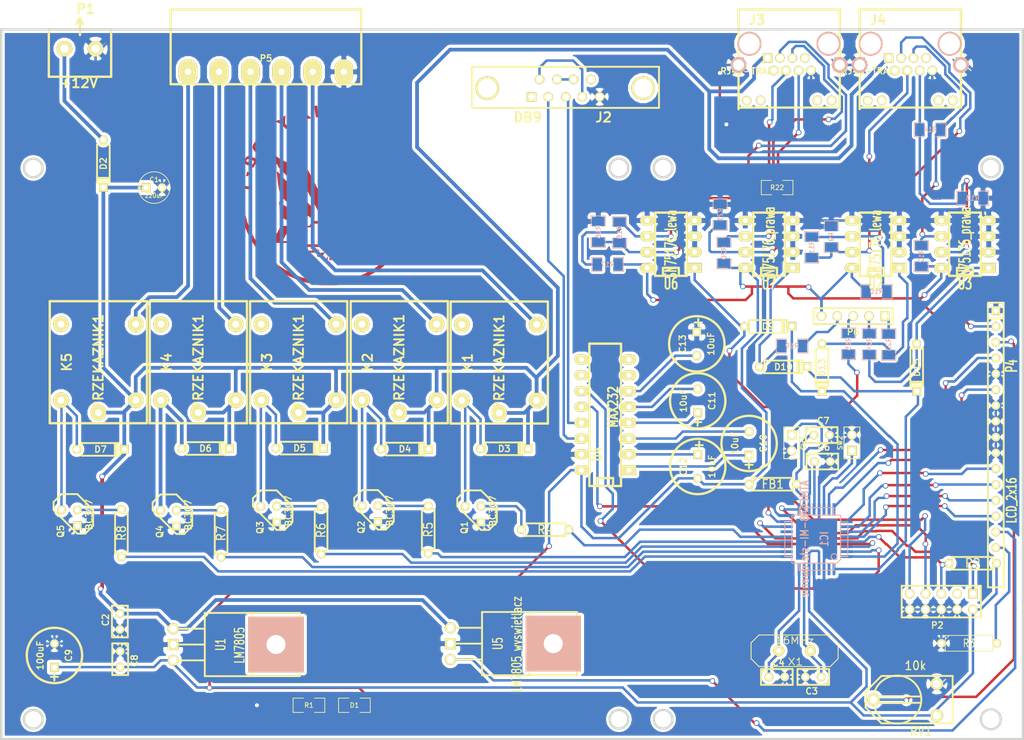
<source format=kicad_pcb>
(kicad_pcb (version 3) (host pcbnew "(2013-07-07 BZR 4022)-stable")
  (layers (15 Front signal) (0 Back signal))
  (net 0 "")
  (net 1 +12V)
  (net 2 +5P)
  (net 3 +5V)
  (net 4 GND)
  (net 5 N-000002)
  (net 6 N-000003)
  (net 7 N-000006)
  (net 8 N-000007)
  (net 9 N-000009)
  (net 10 N-000013)
  (net 11 N-000014)
  (net 12 N-000015)
  (net 13 N-000016)
  (net 14 N-000018)
  (net 15 N-000019)
  (net 16 N-000021)
  (net 17 N-000022)
  (net 18 N-000023)
  (net 19 N-000024)
  (net 20 N-000025)
  (net 21 N-000026)
  (net 22 N-000027)
  (net 23 N-000028)
  (net 24 N-000029)
  (net 25 N-000034)
  (net 26 N-000035)
  (net 27 N-000043)
  (net 28 N-000044)
  (net 29 N-000045)
  (net 30 N-000046)
  (net 31 N-000049)
  (net 32 N-000050)
  (net 33 N-000051)
  (net 34 N-000052)
  (net 35 N-000053)
  (net 36 N-000054)
  (net 37 N-000055)
  (net 38 N-000056)
  (net 39 N-000057)
  (net 40 N-000058)
  (net 41 N-000059)
  (net 42 N-000060)
  (net 43 N-000061)
  (net 44 N-000062)
  (net 45 N-000063)
  (net 46 N-000064)
  (net 47 N-000065)
  (net 48 N-000066)
  (net 49 N-000067)
  (net 50 N-000068)
  (net 51 N-000073)
  (net 52 N-000074)
  (net 53 N-000075)
  (net 54 N-000076)
  (net 55 N-000077)
  (net 56 N-000078)
  (net 57 N-000079)
  (net 58 N-000080)
  (net 59 N-000081)
  (net 60 N-000082)
  (net 61 N-000085)
  (net 62 N-000086)
  (net 63 N-000087)
  (net 64 N-000088)
  (net 65 N-000089)
  (net 66 N-000090)
  (net 67 N-000091)
  (net 68 N-000092)
  (net 69 N-000093)
  (net 70 N-000094)
  (net 71 N-000095)
  (net 72 N-000096)
  (net 73 N-000097)
  (net 74 N-000098)
  (module logo_fbody_plyta (layer Front) (at 121.35 70.15)
    (fp_text reference VAL hide)
    (fp_text value logo_fbody_plyta hide)
    (fp_poly (pts (xy 14.83868 2.13106) (xy 14.8082 2.39776) (xy 14.63548 3.55092) (xy 14.37386 4.67614) (xy 14.02588 5.7658) (xy 13.59154 6.8199) (xy 13.07338 7.84098) (xy 12.4714 8.82142) (xy 11.7856 9.76376) (xy 11.7729 9.779) (xy 11.57478 10.01522) (xy 11.3284 10.29208) (xy 11.04392 10.59688) (xy 10.74166 10.9093) (xy 10.4394 11.2141) (xy 10.14984 11.4935) (xy 9.8933 11.72718) (xy 9.7663 11.8364) (xy 8.84682 12.54506) (xy 7.88162 13.1699) (xy 6.87578 13.716) (xy 5.83184 14.17828) (xy 4.75488 14.5542) (xy 3.64744 14.8463) (xy 2.5146 15.04696) (xy 2.20218 15.0876) (xy 1.9304 15.11046) (xy 1.59004 15.12824) (xy 1.20142 15.14094) (xy 0.78486 15.14856) (xy 0.36322 15.14856) (xy -0.04064 15.14602) (xy -0.4064 15.13332) (xy -0.71628 15.11808) (xy -0.8509 15.10538) (xy -1.53416 15.01394) (xy -2.25044 14.87932) (xy -2.96926 14.71422) (xy -3.66776 14.5161) (xy -4.31546 14.3002) (xy -4.68122 14.1605) (xy -5.7531 13.66774) (xy -6.76656 13.10386) (xy -7.72668 12.46886) (xy -8.62584 11.76528) (xy -9.46404 10.99312) (xy -10.23874 10.16) (xy -10.94486 9.26338) (xy -11.5824 8.30834) (xy -12.14628 7.29488) (xy -12.22502 7.1374) (xy -12.64412 6.20268) (xy -12.98956 5.23748) (xy -13.26896 4.23672) (xy -13.47978 3.18262) (xy -13.59916 2.35204) (xy -13.62456 2.13106) (xy -13.32484 2.13106) (xy -13.17244 2.13614) (xy -13.06322 2.14884) (xy -13.02512 2.16662) (xy -13.0175 2.26314) (xy -12.99464 2.43332) (xy -12.95908 2.65684) (xy -12.91844 2.91084) (xy -12.87272 3.18516) (xy -12.82446 3.45186) (xy -12.77874 3.6957) (xy -12.7381 3.8989) (xy -12.7254 3.94716) (xy -12.49172 4.82854) (xy -12.18692 5.71754) (xy -11.81862 6.5913) (xy -11.39952 7.43458) (xy -10.93724 8.22198) (xy -10.70864 8.56234) (xy -10.38352 9.01954) (xy -10.07872 9.41832) (xy -9.779 9.78408) (xy -9.46404 10.1346) (xy -9.11098 10.50036) (xy -9.01954 10.5918) (xy -8.2169 11.33348) (xy -7.3787 11.99134) (xy -6.49478 12.57554) (xy -5.63118 13.05814) (xy -4.74472 13.4747) (xy -3.87858 13.82014) (xy -3.0099 14.09446) (xy -2.11836 14.30528) (xy -1.18872 14.45514) (xy -0.20066 14.55166) (xy -0.14732 14.5542) (xy 0.9017 14.57706) (xy 1.95834 14.51356) (xy 3.01498 14.3637) (xy 4.064 14.13002) (xy 5.09524 13.81252) (xy 6.10108 13.41628) (xy 7.07136 12.94384) (xy 7.99592 12.39774) (xy 8.04164 12.3698) (xy 8.9281 11.73734) (xy 9.77138 11.02868) (xy 10.56132 10.25398) (xy 11.28776 9.42594) (xy 11.8745 8.64362) (xy 12.45362 7.72668) (xy 12.96162 6.75894) (xy 13.39088 5.75056) (xy 13.7414 4.70662) (xy 14.00556 3.63474) (xy 14.14526 2.83972) (xy 14.24686 2.13106) (xy 14.5415 2.13106) (xy 14.83868 2.13106) (xy 14.83868 2.13106)) (layer Front) (width 0.00254))
    (fp_poly (pts (xy 0.50546 10.3124) (xy 0.48006 10.63752) (xy 0.46228 10.85342) (xy 0.44196 10.99312) (xy 0.40894 11.0744) (xy 0.35814 11.1125) (xy 0.27686 11.12266) (xy 0.2286 11.1252) (xy 0.11176 11.11758) (xy 0.0508 11.10488) (xy 0.04572 11.0998) (xy 0.0762 11.05408) (xy 0.1524 10.97026) (xy 0.2032 10.91438) (xy 0.3175 10.76706) (xy 0.41402 10.5918) (xy 0.43434 10.53338) (xy 0.50546 10.3124) (xy 0.50546 10.3124)) (layer Front) (width 0.00254))
    (fp_poly (pts (xy 1.11506 11.09472) (xy 1.03886 11.11758) (xy 0.91948 11.1252) (xy 0.74168 11.1252) (xy 0.74422 10.76452) (xy 0.75184 10.40638) (xy 0.81788 10.62228) (xy 0.89154 10.795) (xy 0.99822 10.9347) (xy 1.01854 10.95502) (xy 1.10744 11.04138) (xy 1.11506 11.09472) (xy 1.11506 11.09472)) (layer Front) (width 0.00254))
    (fp_poly (pts (xy 0 9.89838) (xy -0.02794 9.9568) (xy -0.09906 10.06602) (xy -0.19558 10.20064) (xy -0.3048 10.34034) (xy -0.4064 10.46226) (xy -0.48514 10.54608) (xy -0.51054 10.56894) (xy -0.66548 10.60704) (xy -0.86868 10.59688) (xy -1.09474 10.541) (xy -1.10236 10.53846) (xy -1.2192 10.48766) (xy -1.28778 10.44956) (xy -1.29794 10.43686) (xy -1.26238 10.39622) (xy -1.1684 10.33272) (xy -1.10744 10.29716) (xy -0.95504 10.20064) (xy -0.78232 10.0838) (xy -0.70866 10.03046) (xy -0.56642 9.93394) (xy -0.44196 9.88568) (xy -0.28702 9.87298) (xy -0.25146 9.87298) (xy -0.1143 9.87806) (xy -0.02286 9.88822) (xy 0 9.89838) (xy 0 9.89838)) (layer Front) (width 0.00254))
    (fp_poly (pts (xy 2.53746 10.4521) (xy 2.51968 10.48258) (xy 2.43332 10.52322) (xy 2.23266 10.58164) (xy 2.032 10.60196) (xy 1.86182 10.58418) (xy 1.77546 10.54608) (xy 1.70688 10.48258) (xy 1.60782 10.37336) (xy 1.49606 10.24128) (xy 1.38938 10.10666) (xy 1.30302 9.98982) (xy 1.25476 9.91362) (xy 1.25222 9.89838) (xy 1.29286 9.8806) (xy 1.39446 9.87044) (xy 1.53162 9.87552) (xy 1.66878 9.88822) (xy 1.78308 9.91108) (xy 1.82118 9.92632) (xy 1.91008 9.9822) (xy 2.04216 10.07618) (xy 2.16154 10.17016) (xy 2.2987 10.27684) (xy 2.41808 10.36574) (xy 2.48412 10.41146) (xy 2.53746 10.4521) (xy 2.53746 10.4521)) (layer Front) (width 0.00254))
    (fp_poly (pts (xy -0.76454 9.54278) (xy -0.89662 9.54532) (xy -1.0033 9.57072) (xy -1.15316 9.63422) (xy -1.31064 9.72058) (xy -1.47574 9.8171) (xy -1.61036 9.87044) (xy -1.76022 9.89584) (xy -1.92024 9.90346) (xy -2.10058 9.90346) (xy -2.25298 9.89838) (xy -2.3495 9.88822) (xy -2.44094 9.86028) (xy -2.58572 9.80948) (xy -2.76098 9.74344) (xy -2.78892 9.73328) (xy -3.12928 9.6012) (xy -2.6162 9.59612) (xy -2.35712 9.59104) (xy -2.16154 9.5758) (xy -1.99136 9.54532) (xy -1.81864 9.49452) (xy -1.76276 9.47674) (xy -1.50622 9.40308) (xy -1.2827 9.39038) (xy -1.05156 9.43356) (xy -0.88138 9.49706) (xy -0.76454 9.54278) (xy -0.76454 9.54278)) (layer Front) (width 0.00254))
    (fp_poly (pts (xy 4.33324 9.65962) (xy 3.98526 9.76884) (xy 3.74396 9.83488) (xy 3.48488 9.8806) (xy 3.23342 9.90346) (xy 3.01752 9.90092) (xy 2.87274 9.87806) (xy 2.77114 9.83234) (xy 2.62636 9.7536) (xy 2.5273 9.69264) (xy 2.38252 9.61136) (xy 2.2479 9.56056) (xy 2.17932 9.54532) (xy 2.10312 9.54278) (xy 2.10566 9.52754) (xy 2.18694 9.48944) (xy 2.20218 9.48436) (xy 2.44094 9.40562) (xy 2.67462 9.38784) (xy 2.93116 9.4361) (xy 3.06832 9.47928) (xy 3.429 9.5758) (xy 3.8481 9.6266) (xy 3.87096 9.62914) (xy 4.33324 9.65962) (xy 4.33324 9.65962)) (layer Front) (width 0.00254))
    (fp_poly (pts (xy 8.7503 5.63118) (xy 8.0137 6.97738) (xy 7.28218 8.3185) (xy 6.9977 8.32104) (xy 6.9977 5.8674) (xy 6.95452 5.85978) (xy 6.82498 5.8547) (xy 6.6294 5.84962) (xy 6.36778 5.84454) (xy 6.0579 5.842) (xy 5.70484 5.83946) (xy 5.35432 5.83946) (xy 4.97332 5.83946) (xy 4.6228 5.83692) (xy 4.31546 5.83438) (xy 4.06146 5.8293) (xy 3.86588 5.82676) (xy 3.7465 5.82168) (xy 3.70586 5.8166) (xy 3.72872 5.7658) (xy 3.78714 5.66674) (xy 3.81508 5.61848) (xy 3.89636 5.48386) (xy 3.96748 5.36702) (xy 3.98018 5.34162) (xy 4.03606 5.23748) (xy 1.21412 5.23748) (xy -1.60528 5.23748) (xy -1.7653 5.52704) (xy -1.92532 5.8166) (xy -3.77444 5.83946) (xy -5.62102 5.86486) (xy -5.75564 6.11886) (xy -5.82168 6.23824) (xy -5.9182 6.4262) (xy -6.0452 6.65734) (xy -6.18236 6.91642) (xy -6.32714 7.18566) (xy -6.32968 7.1882) (xy -6.4643 7.43966) (xy -6.58114 7.66064) (xy -6.67512 7.84352) (xy -6.73862 7.97052) (xy -6.76656 8.03148) (xy -6.76656 8.03402) (xy -6.72338 8.04164) (xy -6.59638 8.04926) (xy -6.39572 8.05434) (xy -6.1341 8.05688) (xy -5.82168 8.06196) (xy -5.46354 8.0645) (xy -5.07492 8.0645) (xy -5.0292 8.0645) (xy -4.63804 8.0645) (xy -4.27736 8.06704) (xy -3.95986 8.07212) (xy -3.69062 8.0772) (xy -3.48234 8.08228) (xy -3.34772 8.09244) (xy -3.29184 8.09752) (xy -3.29184 8.10006) (xy -3.3147 8.15594) (xy -3.37312 8.26008) (xy -3.40614 8.3185) (xy -3.47472 8.43534) (xy -3.51536 8.51916) (xy -3.52298 8.53948) (xy -3.47726 8.5471) (xy -3.34772 8.55218) (xy -3.14198 8.55726) (xy -2.86512 8.56234) (xy -2.52984 8.56742) (xy -2.14122 8.56996) (xy -1.70942 8.5725) (xy -1.23952 8.57504) (xy -0.73914 8.57504) (xy -0.7239 8.57504) (xy 2.07772 8.57504) (xy 2.22504 8.3185) (xy 2.36982 8.0645) (xy 4.09702 8.0645) (xy 5.82168 8.0645) (xy 6.23316 7.31012) (xy 6.4389 6.92658) (xy 6.60654 6.61924) (xy 6.73862 6.37286) (xy 6.83768 6.18998) (xy 6.91134 6.05282) (xy 6.95706 5.96138) (xy 6.985 5.90296) (xy 6.9977 5.87248) (xy 6.9977 5.8674) (xy 6.9977 8.32104) (xy 5.11556 8.3439) (xy 2.94894 8.36676) (xy 2.76098 8.67918) (xy 2.57302 8.9916) (xy -0.91694 8.9916) (xy -1.47574 8.9916) (xy -2.0066 8.9916) (xy -2.50444 8.98906) (xy -2.9591 8.98652) (xy -3.36296 8.98398) (xy -3.71348 8.98144) (xy -3.99796 8.9789) (xy -4.21386 8.97636) (xy -4.35102 8.97128) (xy -4.40436 8.9662) (xy -4.38404 8.9154) (xy -4.33324 8.80872) (xy -4.26466 8.66648) (xy -4.19354 8.52424) (xy -4.14274 8.41502) (xy -4.12496 8.36676) (xy -4.17068 8.36168) (xy -4.30022 8.35914) (xy -4.50342 8.35406) (xy -4.77012 8.34898) (xy -5.09778 8.34644) (xy -5.47116 8.3439) (xy -5.88264 8.3439) (xy -6.3246 8.3439) (xy -6.32968 8.3439) (xy -8.53186 8.3439) (xy -8.2931 7.89178) (xy -8.19404 7.70382) (xy -8.10768 7.5438) (xy -8.04672 7.43458) (xy -8.02132 7.39394) (xy -7.9883 7.33552) (xy -7.91972 7.2136) (xy -7.82828 7.04342) (xy -7.7216 6.84022) (xy -7.6962 6.78942) (xy -7.56666 6.54812) (xy -7.43458 6.30428) (xy -7.3152 6.08584) (xy -7.22122 5.92074) (xy -7.04088 5.60832) (xy -4.75488 5.60832) (xy -2.46634 5.60832) (xy -2.24536 5.21462) (xy -2.02438 4.82092) (xy 1.49606 4.82092) (xy 5.01142 4.82092) (xy 4.86156 5.08762) (xy 4.77266 5.24002) (xy 4.69392 5.3721) (xy 4.65074 5.44576) (xy 4.59994 5.52958) (xy 4.58978 5.57276) (xy 4.63296 5.57784) (xy 4.75996 5.588) (xy 4.96316 5.59308) (xy 5.22986 5.6007) (xy 5.55244 5.60832) (xy 5.92328 5.61086) (xy 6.32968 5.61594) (xy 6.67004 5.61848) (xy 8.7503 5.63118) (xy 8.7503 5.63118)) (layer Front) (width 0.00254))
    (fp_poly (pts (xy -4.65328 5.2197) (xy -4.69392 5.20192) (xy -4.79044 5.15366) (xy -4.86664 5.11556) (xy -5.00126 5.05968) (xy -5.19176 4.98856) (xy -5.41782 4.9149) (xy -5.58546 4.8641) (xy -5.96646 4.74472) (xy -6.26618 4.62788) (xy -6.5024 4.50342) (xy -6.69036 4.36118) (xy -6.83768 4.19608) (xy -6.9342 4.05384) (xy -7.02056 3.89128) (xy -7.08914 3.72364) (xy -7.14248 3.53314) (xy -7.1882 3.302) (xy -7.2263 3.01244) (xy -7.25678 2.7178) (xy -7.27964 2.45364) (xy -7.30504 2.21234) (xy -7.32536 2.01422) (xy -7.34314 1.87706) (xy -7.34822 1.83388) (xy -7.37108 1.69672) (xy -7.26694 1.79324) (xy -7.05104 1.96342) (xy -6.76402 2.159) (xy -6.42366 2.36474) (xy -6.04266 2.57556) (xy -5.9563 2.61874) (xy -5.66166 2.77368) (xy -5.43814 2.89306) (xy -5.2705 2.98704) (xy -5.14858 3.06578) (xy -5.05968 3.13182) (xy -4.9911 3.2004) (xy -4.93014 3.2766) (xy -4.90982 3.30454) (xy -4.85394 3.38582) (xy -4.8133 3.46202) (xy -4.79044 3.55092) (xy -4.78028 3.67284) (xy -4.7752 3.85064) (xy -4.77266 4.0513) (xy -4.76758 4.3053) (xy -4.75234 4.56184) (xy -4.72948 4.78282) (xy -4.70916 4.91236) (xy -4.67868 5.06476) (xy -4.65836 5.17652) (xy -4.65328 5.2197) (xy -4.65328 5.2197)) (layer Front) (width 0.00254))
    (fp_poly (pts (xy 8.68934 1.91262) (xy 8.67918 2.04216) (xy 8.65632 2.22758) (xy 8.62838 2.45364) (xy 8.59282 2.70256) (xy 8.55472 2.95656) (xy 8.51408 3.2004) (xy 8.47598 3.4163) (xy 8.4455 3.58648) (xy 8.41756 3.6957) (xy 8.41502 3.70586) (xy 8.25754 4.0513) (xy 8.06196 4.32562) (xy 7.81304 4.53644) (xy 7.6327 4.64058) (xy 7.5184 4.68884) (xy 7.33552 4.7498) (xy 7.112 4.81584) (xy 6.86816 4.88188) (xy 6.8326 4.89204) (xy 6.58622 4.95808) (xy 6.35508 5.02412) (xy 6.16204 5.09016) (xy 6.0325 5.14096) (xy 6.02234 5.14604) (xy 5.9055 5.20446) (xy 5.8547 5.21716) (xy 5.84962 5.19176) (xy 5.85978 5.16128) (xy 5.91312 5.01904) (xy 5.95122 4.8768) (xy 5.97662 4.70916) (xy 5.99948 4.4958) (xy 6.01472 4.2164) (xy 6.01726 4.16306) (xy 6.0325 3.90652) (xy 6.0452 3.72364) (xy 6.06298 3.5941) (xy 6.09092 3.49758) (xy 6.12902 3.41884) (xy 6.1849 3.33502) (xy 6.18998 3.3274) (xy 6.27126 3.23088) (xy 6.37794 3.1369) (xy 6.52272 3.04038) (xy 6.7183 2.9337) (xy 6.97484 2.80924) (xy 7.30504 2.66192) (xy 7.33806 2.64668) (xy 7.66064 2.49174) (xy 7.99084 2.31394) (xy 8.28802 2.12852) (xy 8.49376 1.9812) (xy 8.60044 1.90246) (xy 8.67156 1.86182) (xy 8.6868 1.85928) (xy 8.68934 1.91262) (xy 8.68934 1.91262)) (layer Front) (width 0.00254))
    (fp_poly (pts (xy 6.51256 -4.26466) (xy 6.5024 -4.22656) (xy 6.45414 -4.11988) (xy 6.37794 -3.9624) (xy 6.27888 -3.76682) (xy 6.24078 -3.6957) (xy 5.98932 -3.21564) (xy 5.76072 -2.77622) (xy 5.54228 -2.35712) (xy 5.32384 -1.9304) (xy 5.08762 -1.4732) (xy 4.84378 -0.99822) (xy 4.69392 -0.70612) (xy 4.5593 -0.4445) (xy 4.43992 -0.2159) (xy 4.34848 -0.04064) (xy 4.28752 0.07366) (xy 4.26212 0.1143) (xy 4.23418 0.16764) (xy 4.16814 0.28956) (xy 4.07162 0.47498) (xy 3.9497 0.71374) (xy 3.80492 0.9906) (xy 3.64744 1.30048) (xy 3.56616 1.4605) (xy 3.38836 1.80848) (xy 3.20802 2.159) (xy 3.0353 2.4892) (xy 2.88036 2.79146) (xy 2.74828 3.04546) (xy 2.72796 3.0861) (xy 2.72796 1.92786) (xy 2.71272 1.91516) (xy 2.6543 1.96596) (xy 2.58572 2.02692) (xy 2.45364 2.13106) (xy 2.32156 2.17424) (xy 2.25298 2.17932) (xy 2.08788 2.19964) (xy 1.9304 2.2479) (xy 1.92532 2.25044) (xy 1.8288 2.30632) (xy 1.7526 2.39014) (xy 1.67386 2.52222) (xy 1.63068 2.60604) (xy 1.64338 2.63906) (xy 1.71196 2.63144) (xy 1.81102 2.59334) (xy 1.91008 2.55778) (xy 2.0574 2.52222) (xy 2.16408 2.5019) (xy 2.36728 2.45364) (xy 2.50952 2.37998) (xy 2.60604 2.25552) (xy 2.68732 2.06756) (xy 2.71018 1.99136) (xy 2.72796 1.92786) (xy 2.72796 3.0861) (xy 2.64922 3.23596) (xy 2.63398 3.26644) (xy 2.49682 3.52806) (xy 2.34696 3.81762) (xy 2.20218 4.09702) (xy 2.1209 4.25196) (xy 2.02438 4.43992) (xy 1.94056 4.59232) (xy 1.8796 4.69392) (xy 1.8542 4.72694) (xy 1.8161 4.69138) (xy 1.7526 4.60502) (xy 1.72974 4.572) (xy 1.6764 4.46532) (xy 1.60528 4.29514) (xy 1.52654 4.08432) (xy 1.45796 3.87858) (xy 1.37414 3.60172) (xy 1.32588 3.40106) (xy 1.31318 3.25882) (xy 1.34112 3.16484) (xy 1.40462 3.10896) (xy 1.50622 3.07848) (xy 1.6129 3.05054) (xy 1.66624 3.01752) (xy 1.66878 3.01244) (xy 1.62814 2.96418) (xy 1.53162 2.92862) (xy 1.44018 2.921) (xy 1.33096 2.88036) (xy 1.2446 2.77876) (xy 1.20396 2.6543) (xy 1.20396 2.64414) (xy 1.22682 2.54508) (xy 1.2827 2.40792) (xy 1.33096 2.3114) (xy 1.41478 2.17932) (xy 1.49352 2.10058) (xy 1.60528 2.0447) (xy 1.7272 2.00914) (xy 1.87198 1.96342) (xy 1.9812 1.92024) (xy 2.01676 1.89484) (xy 2.01168 1.83896) (xy 1.99136 1.8288) (xy 1.99136 0.58166) (xy 1.97358 0.40894) (xy 1.91008 0.28448) (xy 1.78308 0.18034) (xy 1.66624 0.1143) (xy 1.45034 0.0127) (xy 1.22936 -0.06858) (xy 0.9779 -0.14224) (xy 0.66802 -0.21336) (xy 0.57912 -0.23114) (xy 0.31242 -0.28448) (xy 0.11684 -0.31496) (xy -0.02286 -0.3175) (xy -0.127 -0.29718) (xy -0.21336 -0.24892) (xy -0.29972 -0.17272) (xy -0.3048 -0.16764) (xy -0.40894 -0.04826) (xy -0.4572 0.06858) (xy -0.46482 0.18796) (xy -0.4191 0.42672) (xy -0.29972 0.65532) (xy -0.1143 0.85852) (xy 0.11684 1.01854) (xy 0.29464 1.0922) (xy 0.4953 1.13284) (xy 0.75184 1.15062) (xy 1.02362 1.15062) (xy 1.2827 1.12522) (xy 1.47066 1.08966) (xy 1.70942 0.98806) (xy 1.88214 0.84836) (xy 1.97612 0.6858) (xy 1.99136 0.58166) (xy 1.99136 1.8288) (xy 1.92786 1.7907) (xy 1.7907 1.74752) (xy 1.61798 1.7145) (xy 1.42494 1.69418) (xy 1.23444 1.69418) (xy 1.06172 1.71196) (xy 0.99822 1.7272) (xy 0.85598 1.79324) (xy 0.69088 1.90754) (xy 0.5842 2.00152) (xy 0.44196 2.13106) (xy 0.3175 2.21742) (xy 0.17272 2.28092) (xy -0.02032 2.34696) (xy -0.127 2.39522) (xy -0.17272 2.4511) (xy -0.1524 2.49174) (xy -0.08636 2.5019) (xy 0.05334 2.52222) (xy 0.11176 2.58318) (xy 0.09398 2.68732) (xy 0.0762 2.7178) (xy -0.00508 2.8321) (xy -0.12446 2.91592) (xy -0.30734 2.9845) (xy -0.40894 3.01244) (xy -0.5334 3.05308) (xy -0.58928 3.0988) (xy -0.59436 3.16738) (xy -0.56896 3.23342) (xy -0.50292 3.25628) (xy -0.4191 3.25374) (xy -0.27178 3.22326) (xy -0.14478 3.16738) (xy -0.03302 3.09372) (xy -0.0635 3.45694) (xy -0.09144 3.7338) (xy -0.12446 4.0005) (xy -0.16256 4.2418) (xy -0.19812 4.43992) (xy -0.23622 4.57962) (xy -0.26162 4.63804) (xy -0.28194 4.62534) (xy -0.3175 4.57708) (xy -0.37846 4.48564) (xy -0.46228 4.34594) (xy -0.56896 4.15544) (xy -0.70358 3.91668) (xy -0.86614 3.6195) (xy -1.05918 3.2639) (xy -1.28524 2.84734) (xy -1.54178 2.36474) (xy -1.83642 1.81356) (xy -2.16662 1.1938) (xy -2.53492 0.49784) (xy -2.94386 -0.27432) (xy -3.16738 -0.69596) (xy -3.28168 -0.9144) (xy -3.40868 -1.15316) (xy -3.52298 -1.36652) (xy -3.52298 -1.36652) (xy -3.62966 -1.56464) (xy -3.75666 -1.80086) (xy -3.87858 -2.032) (xy -3.90652 -2.08534) (xy -4.16052 -2.57048) (xy -4.38912 -2.99974) (xy -4.5847 -3.37312) (xy -4.75234 -3.68554) (xy -4.88188 -3.92938) (xy -4.97586 -4.09956) (xy -5.0292 -4.19608) (xy -5.03682 -4.20624) (xy -5.10032 -4.31038) (xy -4.85648 -4.21386) (xy -4.72186 -4.16306) (xy -4.52374 -4.08686) (xy -4.28752 -3.99796) (xy -4.0386 -3.90652) (xy -3.9878 -3.8862) (xy -3.72364 -3.78714) (xy -3.45694 -3.68046) (xy -3.21818 -3.57886) (xy -3.03022 -3.4925) (xy -3.01498 -3.48488) (xy -2.83464 -3.3909) (xy -2.71526 -3.30962) (xy -2.63398 -3.2258) (xy -2.56032 -3.10896) (xy -2.54762 -3.08356) (xy -2.47396 -2.94386) (xy -2.37236 -2.74574) (xy -2.2479 -2.5019) (xy -2.10312 -2.2225) (xy -1.95072 -1.92532) (xy -1.79324 -1.62052) (xy -1.64084 -1.3208) (xy -1.49606 -1.03886) (xy -1.36906 -0.78994) (xy -1.26492 -0.5842) (xy -1.18872 -0.43688) (xy -1.15062 -0.36322) (xy -1.07696 -0.22606) (xy -1.00584 -0.16764) (xy -0.91694 -0.17272) (xy -0.8001 -0.22606) (xy -0.64008 -0.29718) (xy -0.4572 -0.36068) (xy -0.41656 -0.37338) (xy -0.20828 -0.42926) (xy -0.3683 -0.4953) (xy -0.62484 -0.63754) (xy -0.82296 -0.81788) (xy -0.95504 -1.02108) (xy -1.016 -1.23698) (xy -1.0033 -1.4478) (xy -0.90424 -1.64846) (xy -0.9017 -1.65354) (xy -0.6858 -1.86944) (xy -0.40386 -2.03454) (xy -0.0508 -2.15646) (xy 0.37846 -2.23012) (xy 0.67564 -2.25552) (xy 1.1176 -2.25806) (xy 1.52654 -2.2098) (xy 1.88722 -2.11836) (xy 2.19202 -1.98374) (xy 2.42316 -1.81356) (xy 2.4765 -1.75514) (xy 2.56794 -1.59004) (xy 2.56794 -1.41986) (xy 2.47396 -1.25222) (xy 2.44602 -1.2192) (xy 2.3495 -1.13792) (xy 2.20218 -1.04648) (xy 2.032 -0.95504) (xy 1.87198 -0.88138) (xy 1.8542 -0.8763) (xy 1.8542 -1.39192) (xy 1.81864 -1.54432) (xy 1.72466 -1.71196) (xy 1.61544 -1.8415) (xy 1.4224 -1.97104) (xy 1.18618 -2.0574) (xy 0.91948 -2.10566) (xy 0.64262 -2.11328) (xy 0.37592 -2.0828) (xy 0.13462 -2.01676) (xy -0.0635 -1.91262) (xy -0.20066 -1.778) (xy -0.23114 -1.71958) (xy -0.26162 -1.59258) (xy -0.25654 -1.48844) (xy -0.17018 -1.36144) (xy 0.00254 -1.24206) (xy 0.25654 -1.13284) (xy 0.5842 -1.03632) (xy 0.85598 -0.97536) (xy 1.1176 -0.93218) (xy 1.31318 -0.92456) (xy 1.4605 -0.95504) (xy 1.5875 -1.02616) (xy 1.70434 -1.13538) (xy 1.79324 -1.25222) (xy 1.84658 -1.35636) (xy 1.8542 -1.39192) (xy 1.8542 -0.8763) (xy 1.74752 -0.84074) (xy 1.70942 -0.83312) (xy 1.62306 -0.8128) (xy 1.6002 -0.7874) (xy 1.6129 -0.75184) (xy 1.66624 -0.74168) (xy 1.79324 -0.71882) (xy 1.96596 -0.65786) (xy 2.15138 -0.57658) (xy 2.3241 -0.48514) (xy 2.4511 -0.39878) (xy 2.46634 -0.38608) (xy 2.5527 -0.31242) (xy 2.6035 -0.28194) (xy 2.61112 -0.28194) (xy 2.63652 -0.32766) (xy 2.70002 -0.44958) (xy 2.79908 -0.64008) (xy 2.92862 -0.89154) (xy 3.0861 -1.19888) (xy 3.26898 -1.55448) (xy 3.47218 -1.95072) (xy 3.69062 -2.38252) (xy 3.9243 -2.83972) (xy 3.95478 -2.90068) (xy 4.06146 -3.0988) (xy 4.14274 -3.23342) (xy 4.21894 -3.32232) (xy 4.3053 -3.38582) (xy 4.37134 -3.42138) (xy 4.64058 -3.54584) (xy 4.97078 -3.68554) (xy 5.33908 -3.83032) (xy 5.7023 -3.9624) (xy 5.91058 -4.03606) (xy 6.10616 -4.10972) (xy 6.2611 -4.16814) (xy 6.3119 -4.191) (xy 6.42874 -4.23672) (xy 6.5024 -4.26212) (xy 6.51256 -4.26466) (xy 6.51256 -4.26466)) (layer Front) (width 0.00254))
    (fp_poly (pts (xy 5.37464 2.3241) (xy 5.35432 2.59588) (xy 5.28574 2.83972) (xy 5.16382 3.06832) (xy 4.9784 3.29184) (xy 4.72186 3.52298) (xy 4.38912 3.76936) (xy 4.2418 3.86588) (xy 4.01828 4.01066) (xy 3.78714 4.15798) (xy 3.56362 4.30022) (xy 3.35788 4.42722) (xy 3.18516 4.53136) (xy 3.0607 4.60248) (xy 2.99974 4.6355) (xy 2.9972 4.6355) (xy 2.98958 4.59232) (xy 2.99212 4.48564) (xy 2.9972 4.39166) (xy 3.02768 4.03098) (xy 3.05308 3.7465) (xy 3.07594 3.52806) (xy 3.10134 3.36042) (xy 3.13182 3.2258) (xy 3.16738 3.1115) (xy 3.2131 3.00228) (xy 3.24866 2.92608) (xy 3.34772 2.75336) (xy 3.48488 2.5654) (xy 3.67538 2.34696) (xy 3.89382 2.11328) (xy 4.07924 1.92278) (xy 4.24688 1.74244) (xy 4.38658 1.59512) (xy 4.4831 1.48844) (xy 4.5085 1.4605) (xy 4.62788 1.2827) (xy 4.75234 1.0541) (xy 4.85902 0.81534) (xy 4.90982 0.67056) (xy 4.96062 0.508) (xy 4.9911 0.41656) (xy 5.00888 0.37592) (xy 5.02158 0.37084) (xy 5.02666 0.37592) (xy 5.04952 0.43688) (xy 5.08508 0.57404) (xy 5.12826 0.76708) (xy 5.17398 1.00076) (xy 5.22224 1.25984) (xy 5.26796 1.52654) (xy 5.31114 1.78054) (xy 5.34416 2.00914) (xy 5.36702 2.19456) (xy 5.37464 2.31902) (xy 5.37464 2.3241) (xy 5.37464 2.3241)) (layer Front) (width 0.00254))
    (fp_poly (pts (xy -1.69672 4.52628) (xy -1.72466 4.58216) (xy -1.73228 4.5847) (xy -1.79324 4.5593) (xy -1.91262 4.4958) (xy -2.06756 4.4069) (xy -2.14884 4.35864) (xy -2.5908 4.08178) (xy -2.96164 3.83794) (xy -3.2639 3.62712) (xy -3.5052 3.43408) (xy -3.6957 3.25628) (xy -3.83794 3.0861) (xy -3.94462 2.91338) (xy -4.01828 2.73558) (xy -4.06908 2.54508) (xy -4.08178 2.48666) (xy -4.09448 2.35712) (xy -4.0894 2.19202) (xy -4.06654 1.98374) (xy -4.02082 1.71958) (xy -3.95224 1.39192) (xy -3.8608 0.9906) (xy -3.78968 0.70358) (xy -3.7338 0.50038) (xy -3.68554 0.3683) (xy -3.64744 0.30988) (xy -3.62458 0.33274) (xy -3.61442 0.42672) (xy -3.5941 0.54356) (xy -3.53314 0.71374) (xy -3.44424 0.91694) (xy -3.3401 1.12268) (xy -3.22834 1.3081) (xy -3.22072 1.31572) (xy -3.11404 1.4605) (xy -2.96164 1.64084) (xy -2.78892 1.82626) (xy -2.68224 1.93294) (xy -2.50952 2.11328) (xy -2.33934 2.2987) (xy -2.20218 2.46634) (xy -2.14122 2.54762) (xy -2.04724 2.6924) (xy -1.97358 2.82194) (xy -1.91262 2.95148) (xy -1.86436 3.09372) (xy -1.82626 3.26136) (xy -1.79324 3.46964) (xy -1.76022 3.7338) (xy -1.7272 4.064) (xy -1.69672 4.39166) (xy -1.69672 4.52628) (xy -1.69672 4.52628)) (layer Front) (width 0.00254))
    (fp_poly (pts (xy -4.46278 1.12268) (xy -4.47548 1.4732) (xy -4.51866 1.88722) (xy -4.53898 2.03962) (xy -4.57454 2.27838) (xy -4.60248 2.48412) (xy -4.6228 2.6416) (xy -4.6355 2.7305) (xy -4.6355 2.74574) (xy -4.64312 2.77114) (xy -4.6736 2.77114) (xy -4.73456 2.7432) (xy -4.8387 2.68478) (xy -4.99618 2.58318) (xy -5.21462 2.4384) (xy -5.3086 2.3749) (xy -5.68198 2.10566) (xy -6.03504 1.82118) (xy -6.35762 1.52908) (xy -6.63956 1.24206) (xy -6.86308 0.97282) (xy -7.01802 0.73406) (xy -7.03834 0.69596) (xy -7.16788 0.37084) (xy -7.2898 -0.03302) (xy -7.39902 -0.50292) (xy -7.49554 -1.03124) (xy -7.57428 -1.60528) (xy -7.63778 -2.20726) (xy -7.6454 -2.33934) (xy -7.6708 -2.66446) (xy -7.68858 -2.90322) (xy -7.68858 -3.05816) (xy -7.67334 -3.1369) (xy -7.6327 -3.14706) (xy -7.56158 -3.09118) (xy -7.45744 -2.97688) (xy -7.31266 -2.8067) (xy -7.26186 -2.74828) (xy -7.10438 -2.57302) (xy -6.89356 -2.3495) (xy -6.64718 -2.09296) (xy -6.38302 -1.82118) (xy -6.1087 -1.55194) (xy -5.94614 -1.38938) (xy -5.63626 -1.08712) (xy -5.3848 -0.83566) (xy -5.18414 -0.62484) (xy -5.0292 -0.4445) (xy -4.90474 -0.28194) (xy -4.80822 -0.127) (xy -4.72694 0.02794) (xy -4.65328 0.19812) (xy -4.62534 0.26416) (xy -4.53644 0.53594) (xy -4.4831 0.81534) (xy -4.46278 1.12268) (xy -4.46278 1.12268)) (layer Front) (width 0.00254))
    (fp_poly (pts (xy 9.1694 -2.94386) (xy 9.16178 -2.73558) (xy 9.14146 -2.47396) (xy 9.11606 -2.1717) (xy 9.08558 -1.85166) (xy 9.05002 -1.53162) (xy 9.01446 -1.22682) (xy 8.97636 -0.96012) (xy 8.9408 -0.74676) (xy 8.9408 -0.74168) (xy 8.8646 -0.38608) (xy 8.77824 -0.04572) (xy 8.6868 0.25908) (xy 8.5979 0.51054) (xy 8.51662 0.68834) (xy 8.3058 0.99568) (xy 8.02132 1.32334) (xy 7.6708 1.6637) (xy 7.2644 2.00406) (xy 6.81736 2.33426) (xy 6.43636 2.58318) (xy 6.12902 2.77622) (xy 6.04266 2.16408) (xy 5.98678 1.66116) (xy 5.96392 1.21666) (xy 5.97154 0.8382) (xy 6.01472 0.53086) (xy 6.0452 0.41656) (xy 6.16204 0.10414) (xy 6.2992 -0.17018) (xy 6.46938 -0.42672) (xy 6.69036 -0.6858) (xy 6.97484 -0.97282) (xy 7.40664 -1.38684) (xy 7.80796 -1.78308) (xy 8.16864 -2.15138) (xy 8.48106 -2.48158) (xy 8.7376 -2.76606) (xy 8.82904 -2.8702) (xy 9.15416 -3.25628) (xy 9.1694 -3.08102) (xy 9.1694 -2.94386) (xy 9.1694 -2.94386)) (layer Front) (width 0.00254))
    (fp_poly (pts (xy 1.29032 2.02438) (xy 1.26746 2.0828) (xy 1.1557 2.14884) (xy 1.13538 2.159) (xy 1.0033 2.19964) (xy 0.87376 2.2225) (xy 0.76962 2.21996) (xy 0.71628 2.19964) (xy 0.72136 2.17424) (xy 0.78994 2.11328) (xy 0.9144 2.04978) (xy 1.05156 1.99898) (xy 1.17094 1.97104) (xy 1.22428 1.97358) (xy 1.29032 2.02438) (xy 1.29032 2.02438)) (layer Front) (width 0.00254))
    (fp_poly (pts (xy 15.19174 -1.12014) (xy 15.18666 -1.07696) (xy 15.15618 -1.03378) (xy 15.09014 -0.98044) (xy 14.98346 -0.90678) (xy 14.8209 -0.8128) (xy 14.66342 -0.72136) (xy 14.66342 -1.22428) (xy 14.6304 -1.24968) (xy 14.59992 -1.26238) (xy 14.478 -1.29794) (xy 14.32814 -1.33604) (xy 14.18082 -1.36652) (xy 14.06144 -1.38684) (xy 14.00048 -1.38684) (xy 13.99794 -1.3843) (xy 13.98524 -1.33096) (xy 13.99286 -1.22682) (xy 14.01064 -1.09728) (xy 14.03604 -0.98044) (xy 14.06398 -0.90424) (xy 14.07922 -0.889) (xy 14.1351 -0.91694) (xy 14.2494 -0.97536) (xy 14.39672 -1.05156) (xy 14.4145 -1.06172) (xy 14.56436 -1.14046) (xy 14.64564 -1.1938) (xy 14.66342 -1.22428) (xy 14.66342 -0.72136) (xy 14.59484 -0.68326) (xy 14.42466 -0.5842) (xy 14.13002 -0.4191) (xy 13.90142 -0.2921) (xy 13.73632 -0.20066) (xy 13.62202 -0.14478) (xy 13.54836 -0.11938) (xy 13.50518 -0.1143) (xy 13.48486 -0.13208) (xy 13.4747 -0.16764) (xy 13.46962 -0.19304) (xy 13.44168 -0.32766) (xy 13.42136 -0.4191) (xy 13.41628 -0.50038) (xy 13.45946 -0.5588) (xy 13.56614 -0.61468) (xy 13.58392 -0.6223) (xy 13.7033 -0.69088) (xy 13.75156 -0.75184) (xy 13.74902 -0.76454) (xy 13.73378 -0.8382) (xy 13.71346 -0.97536) (xy 13.69314 -1.14808) (xy 13.69314 -1.1557) (xy 13.66266 -1.3589) (xy 13.61694 -1.4859) (xy 13.54328 -1.55194) (xy 13.42644 -1.5748) (xy 13.40104 -1.5748) (xy 13.32738 -1.58496) (xy 13.28166 -1.62814) (xy 13.25118 -1.72466) (xy 13.22578 -1.8542) (xy 13.1953 -2.05232) (xy 13.32992 -2.02946) (xy 13.42898 -2.0066) (xy 13.59916 -1.96596) (xy 13.8176 -1.90754) (xy 14.06398 -1.8415) (xy 14.31544 -1.77292) (xy 14.55928 -1.70434) (xy 14.76756 -1.64592) (xy 14.92504 -1.59512) (xy 14.9352 -1.59258) (xy 15.07236 -1.54178) (xy 15.1384 -1.4859) (xy 15.15618 -1.41478) (xy 15.1638 -1.29032) (xy 15.18412 -1.1684) (xy 15.19174 -1.12014) (xy 15.19174 -1.12014)) (layer Front) (width 0.00254))
    (fp_poly (pts (xy -12.13866 -0.72644) (xy -12.16914 -0.53594) (xy -12.19454 -0.40894) (xy -12.2174 -0.32512) (xy -12.22248 -0.31242) (xy -12.23264 -0.29972) (xy -12.25296 -0.28956) (xy -12.29614 -0.28702) (xy -12.3698 -0.2921) (xy -12.48918 -0.3048) (xy -12.66698 -0.32766) (xy -12.91336 -0.36068) (xy -13.21054 -0.40386) (xy -13.47216 -0.43942) (xy -13.70076 -0.47244) (xy -13.8811 -0.50038) (xy -13.9954 -0.5207) (xy -14.03096 -0.52832) (xy -14.0335 -0.57912) (xy -14.0208 -0.6985) (xy -14.00048 -0.86614) (xy -13.97254 -1.05918) (xy -13.94206 -1.2573) (xy -13.91412 -1.44018) (xy -13.88872 -1.58242) (xy -13.8684 -1.66624) (xy -13.86586 -1.6764) (xy -13.80236 -1.69164) (xy -13.70584 -1.68148) (xy -13.57376 -1.65608) (xy -13.60424 -1.29794) (xy -13.63726 -0.9398) (xy -13.46962 -0.90678) (xy -13.3223 -0.89154) (xy -13.24102 -0.92456) (xy -13.21054 -1.016) (xy -13.21054 -1.05664) (xy -13.20038 -1.19126) (xy -13.1826 -1.34366) (xy -13.18006 -1.35636) (xy -13.15466 -1.47066) (xy -13.1064 -1.51892) (xy -13.00734 -1.52908) (xy -12.9921 -1.52908) (xy -12.83208 -1.52908) (xy -12.84732 -1.17094) (xy -12.86256 -0.81026) (xy -12.50188 -0.76962) (xy -12.13866 -0.72644) (xy -12.13866 -0.72644)) (layer Front) (width 0.00254))
    (fp_poly (pts (xy 9.82472 -6.39064) (xy 9.81456 -6.26618) (xy 9.78662 -6.07822) (xy 9.74598 -5.842) (xy 9.69518 -5.58546) (xy 9.64184 -5.32638) (xy 9.58596 -5.09016) (xy 9.53516 -4.89966) (xy 9.51738 -4.84378) (xy 9.30148 -4.29006) (xy 9.03478 -3.78968) (xy 8.7249 -3.3528) (xy 8.42772 -3.0353) (xy 8.29818 -2.91846) (xy 8.1153 -2.76098) (xy 7.90956 -2.58318) (xy 7.6962 -2.4003) (xy 7.65302 -2.36474) (xy 7.17296 -1.92786) (xy 6.77926 -1.49098) (xy 6.47954 -1.05918) (xy 6.44398 -1.0033) (xy 6.36778 -0.86868) (xy 6.30936 -0.7747) (xy 6.28396 -0.74168) (xy 6.2738 -0.78486) (xy 6.25856 -0.9017) (xy 6.2357 -1.07696) (xy 6.2103 -1.28778) (xy 6.2103 -1.29286) (xy 6.17728 -1.72212) (xy 6.16966 -2.1336) (xy 6.18744 -2.50444) (xy 6.23062 -2.8194) (xy 6.29666 -3.05816) (xy 6.4389 -3.34264) (xy 6.6421 -3.63728) (xy 6.8834 -3.90652) (xy 7.0231 -4.03098) (xy 7.15264 -4.12496) (xy 7.34568 -4.24434) (xy 7.5692 -4.37134) (xy 7.80796 -4.49326) (xy 7.83336 -4.50596) (xy 8.25246 -4.71932) (xy 8.59536 -4.92506) (xy 8.87984 -5.1308) (xy 9.1186 -5.35686) (xy 9.32942 -5.61086) (xy 9.52246 -5.90804) (xy 9.64692 -6.13156) (xy 9.72566 -6.2738) (xy 9.78662 -6.36778) (xy 9.82218 -6.39826) (xy 9.82472 -6.39064) (xy 9.82472 -6.39064)) (layer Front) (width 0.00254))
    (fp_poly (pts (xy -4.78282 -2.54) (xy -4.78536 -2.032) (xy -4.82854 -1.54178) (xy -4.85394 -1.34366) (xy -4.87934 -1.18872) (xy -4.89966 -1.08966) (xy -4.91236 -1.0668) (xy -4.94792 -1.10236) (xy -5.01396 -1.19888) (xy -5.09778 -1.33096) (xy -5.18922 -1.46304) (xy -5.33146 -1.63576) (xy -5.52958 -1.8542) (xy -5.78612 -2.1209) (xy -6.10616 -2.44094) (xy -6.4897 -2.81686) (xy -6.86308 -3.175) (xy -7.20344 -3.53568) (xy -7.48538 -3.91668) (xy -7.71906 -4.33578) (xy -7.91464 -4.80822) (xy -8.0772 -5.34924) (xy -8.128 -5.5626) (xy -8.19912 -5.85724) (xy -8.24484 -6.0706) (xy -8.27278 -6.20776) (xy -8.27786 -6.27888) (xy -8.26516 -6.28904) (xy -8.23214 -6.24586) (xy -8.1788 -6.1595) (xy -8.14578 -6.10362) (xy -7.93242 -5.79628) (xy -7.66572 -5.50672) (xy -7.3914 -5.2832) (xy -7.28472 -5.2197) (xy -7.11454 -5.12318) (xy -6.89864 -5.00888) (xy -6.65734 -4.8895) (xy -6.53288 -4.82854) (xy -6.0579 -4.57454) (xy -5.66674 -4.31292) (xy -5.35432 -4.03098) (xy -5.11302 -3.72364) (xy -4.9403 -3.3782) (xy -4.83108 -2.98704) (xy -4.78282 -2.54) (xy -4.78282 -2.54)) (layer Front) (width 0.00254))
    (fp_poly (pts (xy -12.16914 -2.93624) (xy -12.18438 -2.83972) (xy -12.22756 -2.68478) (xy -12.25804 -2.57302) (xy -12.319 -2.43586) (xy -12.41044 -2.37744) (xy -12.55522 -2.39014) (xy -12.573 -2.39522) (xy -12.62126 -2.41046) (xy -12.64412 -2.43078) (xy -12.64412 -2.48412) (xy -12.62126 -2.58318) (xy -12.57046 -2.74828) (xy -12.5603 -2.78384) (xy -12.46632 -3.09626) (xy -12.3063 -3.048) (xy -12.2301 -3.0226) (xy -12.18438 -2.99212) (xy -12.16914 -2.93624) (xy -12.16914 -2.93624)) (layer Front) (width 0.00254))
    (fp_poly (pts (xy 14.76248 -3.20548) (xy 14.75994 -3.19786) (xy 14.71168 -3.2131) (xy 14.59484 -3.2512) (xy 14.42466 -3.30708) (xy 14.25194 -3.3655) (xy 14.05636 -3.43154) (xy 13.8938 -3.48234) (xy 13.78458 -3.51282) (xy 13.74902 -3.51536) (xy 13.72108 -3.47472) (xy 13.6525 -3.3655) (xy 13.55598 -3.21056) (xy 13.43914 -3.0226) (xy 13.41882 -2.98958) (xy 13.29944 -2.79654) (xy 13.20038 -2.63906) (xy 13.12926 -2.52222) (xy 13.09624 -2.46888) (xy 13.0937 -2.46634) (xy 13.07338 -2.49936) (xy 13.0302 -2.59842) (xy 12.98194 -2.7178) (xy 12.88288 -2.97942) (xy 13.16736 -3.43916) (xy 13.27912 -3.6195) (xy 13.36294 -3.7719) (xy 13.41882 -3.87604) (xy 13.43152 -3.91922) (xy 13.38072 -3.91414) (xy 13.26642 -3.8862) (xy 13.10894 -3.8354) (xy 13.0683 -3.8227) (xy 12.87018 -3.75666) (xy 12.7381 -3.72364) (xy 12.65936 -3.71856) (xy 12.61618 -3.74904) (xy 12.59332 -3.81254) (xy 12.5857 -3.8354) (xy 12.55522 -3.95986) (xy 12.5349 -4.0386) (xy 12.54252 -4.06908) (xy 12.59078 -4.10972) (xy 12.68984 -4.15798) (xy 12.84732 -4.22148) (xy 13.07846 -4.3053) (xy 13.34008 -4.39674) (xy 13.6017 -4.48564) (xy 13.83538 -4.56438) (xy 14.02334 -4.62534) (xy 14.15288 -4.66598) (xy 14.2113 -4.68122) (xy 14.2113 -4.68122) (xy 14.25194 -4.64058) (xy 14.30528 -4.54152) (xy 14.33068 -4.47802) (xy 14.40688 -4.27482) (xy 14.05128 -4.15544) (xy 13.88618 -4.09956) (xy 13.76172 -4.04876) (xy 13.69822 -4.01574) (xy 13.69568 -4.01066) (xy 13.73632 -3.98526) (xy 13.84808 -3.937) (xy 14.01064 -3.87604) (xy 14.1478 -3.83032) (xy 14.3383 -3.76174) (xy 14.4907 -3.7084) (xy 14.58976 -3.6703) (xy 14.6177 -3.6576) (xy 14.6431 -3.60172) (xy 14.67866 -3.50012) (xy 14.7193 -3.3782) (xy 14.74978 -3.26898) (xy 14.76248 -3.20548) (xy 14.76248 -3.20548)) (layer Front) (width 0.00254))
    (fp_poly (pts (xy -10.99312 -4.96316) (xy -11.00328 -4.74472) (xy -11.00582 -4.73964) (xy -11.049 -4.5974) (xy -11.11758 -4.42214) (xy -11.2014 -4.23672) (xy -11.2903 -4.05384) (xy -11.37666 -3.90398) (xy -11.38936 -3.8862) (xy -11.38936 -4.70408) (xy -11.40206 -4.83108) (xy -11.48334 -4.89712) (xy -11.60272 -4.90474) (xy -11.71194 -4.87426) (xy -11.79576 -4.79552) (xy -11.85164 -4.70408) (xy -11.91514 -4.58724) (xy -11.95324 -4.50342) (xy -11.95832 -4.48564) (xy -11.92022 -4.445) (xy -11.83132 -4.38658) (xy -11.71956 -4.32816) (xy -11.6205 -4.28752) (xy -11.5697 -4.2799) (xy -11.5316 -4.32816) (xy -11.47826 -4.4323) (xy -11.4427 -4.51104) (xy -11.38936 -4.70408) (xy -11.38936 -3.8862) (xy -11.44524 -3.7973) (xy -11.4935 -3.75666) (xy -11.557 -3.77698) (xy -11.68908 -3.83032) (xy -11.87704 -3.90906) (xy -12.1031 -4.00812) (xy -12.12596 -4.02082) (xy -12.12596 -4.98856) (xy -12.15898 -5.06222) (xy -12.17168 -5.07492) (xy -12.2936 -5.1435) (xy -12.41552 -5.12318) (xy -12.52474 -5.02412) (xy -12.55522 -4.97332) (xy -12.60348 -4.8387) (xy -12.57808 -4.74472) (xy -12.50442 -4.69138) (xy -12.3571 -4.64312) (xy -12.25804 -4.66598) (xy -12.20216 -4.73964) (xy -12.13866 -4.8895) (xy -12.12596 -4.98856) (xy -12.12596 -4.02082) (xy -12.32916 -4.11226) (xy -12.57554 -4.22656) (xy -12.7889 -4.32562) (xy -12.95908 -4.4069) (xy -13.07338 -4.46024) (xy -13.11402 -4.48056) (xy -13.10386 -4.52628) (xy -13.05814 -4.6355) (xy -12.98448 -4.79298) (xy -12.91844 -4.93268) (xy -12.75588 -5.22732) (xy -12.60348 -5.43306) (xy -12.45616 -5.56006) (xy -12.31138 -5.60832) (xy -12.28598 -5.60832) (xy -12.16406 -5.58038) (xy -12.0396 -5.51434) (xy -11.94562 -5.42798) (xy -11.9126 -5.35432) (xy -11.88212 -5.27304) (xy -11.811 -5.26288) (xy -11.7475 -5.30606) (xy -11.63066 -5.36194) (xy -11.4681 -5.3721) (xy -11.29284 -5.33146) (xy -11.1887 -5.28066) (xy -11.05662 -5.14858) (xy -10.99312 -4.96316) (xy -10.99312 -4.96316)) (layer Front) (width 0.00254))
    (fp_poly (pts (xy 13.57884 -5.9436) (xy 13.54328 -5.82422) (xy 13.44676 -5.73532) (xy 13.44168 -5.73278) (xy 13.30452 -5.6515) (xy 13.27404 -5.78104) (xy 13.22324 -5.99948) (xy 13.17752 -6.14934) (xy 13.12926 -6.25094) (xy 13.07338 -6.3246) (xy 13.04798 -6.35) (xy 12.96416 -6.42112) (xy 12.90828 -6.42874) (xy 12.8524 -6.38556) (xy 12.81684 -6.3373) (xy 12.79906 -6.27126) (xy 12.8016 -6.16458) (xy 12.81938 -5.99694) (xy 12.82954 -5.9309) (xy 12.85494 -5.72516) (xy 12.86002 -5.58038) (xy 12.84478 -5.47116) (xy 12.81938 -5.40512) (xy 12.7 -5.22478) (xy 12.53236 -5.1181) (xy 12.32916 -5.09016) (xy 12.1666 -5.12318) (xy 11.95578 -5.2451) (xy 11.78306 -5.44322) (xy 11.66114 -5.70484) (xy 11.65606 -5.72262) (xy 11.60272 -5.91566) (xy 11.59256 -6.04774) (xy 11.62558 -6.13918) (xy 11.70432 -6.20776) (xy 11.73226 -6.223) (xy 11.83132 -6.27634) (xy 11.88466 -6.29412) (xy 11.8872 -6.29412) (xy 11.90244 -6.24586) (xy 11.9253 -6.13156) (xy 11.94816 -6.01472) (xy 12.01928 -5.76072) (xy 12.10818 -5.59562) (xy 12.21994 -5.52196) (xy 12.26566 -5.51688) (xy 12.34948 -5.52958) (xy 12.3952 -5.58546) (xy 12.41044 -5.69214) (xy 12.3952 -5.8674) (xy 12.37996 -5.96646) (xy 12.35964 -6.27126) (xy 12.40028 -6.51002) (xy 12.4968 -6.6802) (xy 12.65682 -6.7818) (xy 12.8524 -6.81228) (xy 13.06576 -6.7691) (xy 13.25372 -6.63702) (xy 13.41628 -6.41604) (xy 13.45946 -6.32968) (xy 13.5509 -6.1087) (xy 13.57884 -5.9436) (xy 13.57884 -5.9436)) (layer Front) (width 0.00254))
    (fp_poly (pts (xy -9.63422 -7.22884) (xy -9.64946 -7.00532) (xy -9.69772 -6.80212) (xy -9.7282 -6.731) (xy -9.90346 -6.47446) (xy -10.04824 -6.35508) (xy -10.04824 -7.17296) (xy -10.11174 -7.36092) (xy -10.24128 -7.52348) (xy -10.24636 -7.52602) (xy -10.44194 -7.64286) (xy -10.64514 -7.68096) (xy -10.83564 -7.6454) (xy -10.9982 -7.54888) (xy -11.11504 -7.3914) (xy -11.16838 -7.1882) (xy -11.17092 -7.1374) (xy -11.13028 -6.93928) (xy -11.01852 -6.77672) (xy -10.85596 -6.65734) (xy -10.66292 -6.59638) (xy -10.45718 -6.59638) (xy -10.25906 -6.67258) (xy -10.1219 -6.80466) (xy -10.05078 -6.97992) (xy -10.04824 -7.17296) (xy -10.04824 -6.35508) (xy -10.12952 -6.2865) (xy -10.3886 -6.16966) (xy -10.66546 -6.13156) (xy -10.91946 -6.16712) (xy -11.07948 -6.24586) (xy -11.2522 -6.37794) (xy -11.40714 -6.53542) (xy -11.51128 -6.69036) (xy -11.52144 -6.70814) (xy -11.58494 -6.97738) (xy -11.5697 -7.24662) (xy -11.48334 -7.50062) (xy -11.33348 -7.73176) (xy -11.13282 -7.91718) (xy -10.89152 -8.04926) (xy -10.6172 -8.10768) (xy -10.55624 -8.11022) (xy -10.27684 -8.06958) (xy -10.02792 -7.94004) (xy -9.80948 -7.72668) (xy -9.71296 -7.59206) (xy -9.65454 -7.43458) (xy -9.63422 -7.22884) (xy -9.63422 -7.22884)) (layer Front) (width 0.00254))
    (fp_poly (pts (xy 11.95578 -8.50646) (xy 11.80592 -8.37438) (xy 11.7094 -8.29056) (xy 11.56208 -8.16864) (xy 11.38428 -8.02386) (xy 11.2268 -7.89432) (xy 11.04138 -7.73684) (xy 10.9093 -7.61238) (xy 10.83818 -7.52602) (xy 10.83056 -7.493) (xy 10.87628 -7.43204) (xy 10.96264 -7.32282) (xy 11.0617 -7.20344) (xy 11.1633 -7.0739) (xy 11.23696 -6.9723) (xy 11.26236 -6.91896) (xy 11.22934 -6.86562) (xy 11.1506 -6.79704) (xy 11.06424 -6.73862) (xy 11.01344 -6.72084) (xy 10.97788 -6.75386) (xy 10.89914 -6.84276) (xy 10.80008 -6.96468) (xy 10.67562 -7.11962) (xy 10.55624 -7.27456) (xy 10.48258 -7.366) (xy 10.3886 -7.48284) (xy 10.30732 -7.57428) (xy 10.29208 -7.59206) (xy 10.2616 -7.64032) (xy 10.27938 -7.69112) (xy 10.35812 -7.76732) (xy 10.40638 -7.80542) (xy 10.50544 -7.8867) (xy 10.66038 -8.0137) (xy 10.84834 -8.16864) (xy 11.05154 -8.33882) (xy 11.12012 -8.39724) (xy 11.65606 -8.84428) (xy 11.80592 -8.67664) (xy 11.95578 -8.50646) (xy 11.95578 -8.50646)) (layer Front) (width 0.00254))
    (fp_poly (pts (xy -7.75462 -9.3345) (xy -7.78764 -9.07796) (xy -7.82828 -8.97128) (xy -7.8994 -8.85444) (xy -8.0137 -8.71474) (xy -8.18134 -8.53694) (xy -8.18896 -8.52678) (xy -8.18896 -9.22274) (xy -8.22452 -9.42086) (xy -8.34644 -9.61644) (xy -8.51916 -9.7536) (xy -8.7122 -9.81456) (xy -8.90778 -9.79424) (xy -8.93572 -9.78408) (xy -9.03224 -9.7282) (xy -9.14908 -9.64438) (xy -9.26084 -9.5504) (xy -9.33958 -9.47166) (xy -9.36244 -9.42848) (xy -9.3345 -9.3853) (xy -9.25576 -9.29386) (xy -9.144 -9.16686) (xy -9.01446 -9.02208) (xy -8.88238 -8.88238) (xy -8.76046 -8.75538) (xy -8.66902 -8.66394) (xy -8.6233 -8.6233) (xy -8.62076 -8.6233) (xy -8.57758 -8.65378) (xy -8.49122 -8.72998) (xy -8.40232 -8.81888) (xy -8.25246 -9.02208) (xy -8.18896 -9.22274) (xy -8.18896 -8.52678) (xy -8.24738 -8.4709) (xy -8.40486 -8.31596) (xy -8.54202 -8.18642) (xy -8.64362 -8.10006) (xy -8.69696 -8.0645) (xy -8.69696 -8.0645) (xy -8.74268 -8.09752) (xy -8.8392 -8.18642) (xy -8.97128 -8.3185) (xy -9.12622 -8.48106) (xy -9.16178 -8.51662) (xy -9.33704 -8.70966) (xy -9.5123 -8.90016) (xy -9.66216 -9.06272) (xy -9.77138 -9.1821) (xy -9.77138 -9.1821) (xy -9.96696 -9.398) (xy -9.63168 -9.69518) (xy -9.4107 -9.88822) (xy -9.24052 -10.02792) (xy -9.1059 -10.1219) (xy -8.98906 -10.17778) (xy -8.8773 -10.20826) (xy -8.7503 -10.21842) (xy -8.6614 -10.22096) (xy -8.48614 -10.21588) (xy -8.36422 -10.19302) (xy -8.26262 -10.14476) (xy -8.17372 -10.07618) (xy -7.94512 -9.84504) (xy -7.80288 -9.59866) (xy -7.75462 -9.3345) (xy -7.75462 -9.3345)) (layer Front) (width 0.00254))
    (fp_poly (pts (xy 10.52068 -9.6393) (xy 10.48004 -9.36244) (xy 10.3632 -9.1186) (xy 10.18794 -8.92048) (xy 10.0584 -8.83158) (xy 10.0584 -9.72566) (xy 10.04316 -9.85774) (xy 9.98728 -9.95934) (xy 9.8933 -10.05332) (xy 9.76122 -10.14984) (xy 9.62406 -10.19302) (xy 9.51992 -10.19556) (xy 9.3726 -10.1854) (xy 9.26592 -10.13714) (xy 9.15162 -10.03554) (xy 9.01446 -9.83996) (xy 8.95604 -9.63168) (xy 8.98652 -9.42086) (xy 8.99414 -9.40308) (xy 9.1059 -9.24306) (xy 9.26846 -9.13892) (xy 9.45896 -9.09066) (xy 9.64946 -9.10844) (xy 9.79678 -9.1821) (xy 9.95934 -9.36752) (xy 10.0457 -9.59612) (xy 10.0584 -9.72566) (xy 10.0584 -8.83158) (xy 9.9695 -8.77316) (xy 9.71804 -8.6868) (xy 9.45134 -8.6741) (xy 9.1821 -8.74268) (xy 9.15416 -8.75538) (xy 8.9789 -8.86206) (xy 8.80618 -9.01446) (xy 8.66394 -9.1821) (xy 8.57758 -9.33196) (xy 8.52424 -9.59104) (xy 8.5471 -9.86536) (xy 8.636 -10.12444) (xy 8.77316 -10.32256) (xy 8.98906 -10.50036) (xy 9.23798 -10.59434) (xy 9.45134 -10.61466) (xy 9.73074 -10.58418) (xy 9.97458 -10.48004) (xy 10.14476 -10.35558) (xy 10.26668 -10.2235) (xy 10.38098 -10.04316) (xy 10.46988 -9.85266) (xy 10.5156 -9.68248) (xy 10.52068 -9.6393) (xy 10.52068 -9.6393)) (layer Front) (width 0.00254))
    (fp_poly (pts (xy -5.98678 -10.1981) (xy -5.98678 -10.17778) (xy -6.11378 -10.09142) (xy -6.22554 -10.01776) (xy -6.2992 -9.97204) (xy -6.31444 -9.96696) (xy -6.34746 -10.00252) (xy -6.41604 -10.09904) (xy -6.51256 -10.23874) (xy -6.56844 -10.3251) (xy -6.80212 -10.68324) (xy -7.36346 -10.9093) (xy -7.57174 -10.99566) (xy -7.747 -11.06678) (xy -7.86892 -11.12012) (xy -7.9248 -11.14552) (xy -7.9248 -11.14806) (xy -7.88924 -11.18362) (xy -7.7978 -11.2395) (xy -7.67842 -11.30554) (xy -7.56158 -11.36396) (xy -7.47522 -11.39698) (xy -7.4549 -11.40206) (xy -7.38378 -11.38428) (xy -7.25678 -11.33348) (xy -7.10692 -11.26744) (xy -6.95198 -11.19886) (xy -6.85292 -11.17346) (xy -6.79704 -11.20394) (xy -6.77418 -11.30046) (xy -6.76656 -11.47572) (xy -6.76656 -11.56462) (xy -6.76656 -11.85926) (xy -6.53034 -12.00404) (xy -6.29412 -12.14882) (xy -6.32206 -11.87958) (xy -6.35254 -11.557) (xy -6.37286 -11.31316) (xy -6.38556 -11.13282) (xy -6.38556 -10.9982) (xy -6.37286 -10.89914) (xy -6.34746 -10.8204) (xy -6.30682 -10.7442) (xy -6.25348 -10.66038) (xy -6.24586 -10.64768) (xy -6.11378 -10.4394) (xy -6.02488 -10.287) (xy -5.98678 -10.1981) (xy -5.98678 -10.1981)) (layer Front) (width 0.00254))
    (fp_poly (pts (xy 8.23722 -11.36396) (xy 8.23468 -11.34872) (xy 8.16864 -11.1252) (xy 8.04164 -10.96518) (xy 7.86638 -10.87374) (xy 7.7724 -10.86866) (xy 7.7724 -11.43) (xy 7.74954 -11.55446) (xy 7.65048 -11.66114) (xy 7.61238 -11.684) (xy 7.51332 -11.73226) (xy 7.45236 -11.76274) (xy 7.41934 -11.7348) (xy 7.36092 -11.65352) (xy 7.3025 -11.54938) (xy 7.25424 -11.45032) (xy 7.23646 -11.38682) (xy 7.239 -11.38174) (xy 7.30758 -11.33602) (xy 7.4168 -11.28522) (xy 7.52094 -11.23696) (xy 7.5819 -11.21918) (xy 7.64794 -11.24966) (xy 7.71398 -11.30808) (xy 7.7724 -11.43) (xy 7.7724 -10.86866) (xy 7.64794 -10.8585) (xy 7.40156 -10.91946) (xy 7.29996 -10.96264) (xy 7.06882 -11.07694) (xy 6.98754 -10.9728) (xy 6.91896 -10.86612) (xy 6.83768 -10.72388) (xy 6.81228 -10.67308) (xy 6.74878 -10.55624) (xy 6.69798 -10.48766) (xy 6.6802 -10.4775) (xy 6.62432 -10.49782) (xy 6.51764 -10.54862) (xy 6.47446 -10.57148) (xy 6.29666 -10.66546) (xy 6.4897 -11.0236) (xy 6.60146 -11.22172) (xy 6.73608 -11.46556) (xy 6.8707 -11.71194) (xy 6.93928 -11.83132) (xy 7.19328 -12.28344) (xy 7.56666 -12.08532) (xy 7.87146 -11.90244) (xy 8.08482 -11.71956) (xy 8.2042 -11.54176) (xy 8.23722 -11.36396) (xy 8.23722 -11.36396)) (layer Front) (width 0.00254))
    (fp_poly (pts (xy -2.159 -11.73226) (xy -2.18694 -11.70178) (xy -2.28346 -11.66622) (xy -2.40792 -11.6332) (xy -2.52222 -11.61034) (xy -2.60858 -11.60018) (xy -2.68732 -11.61034) (xy -2.77368 -11.6459) (xy -2.88544 -11.71702) (xy -3.03784 -11.82624) (xy -3.24612 -11.98372) (xy -3.25882 -11.99642) (xy -3.39344 -12.09294) (xy -3.49758 -12.15644) (xy -3.55092 -12.17676) (xy -3.55346 -12.17422) (xy -3.55346 -12.12342) (xy -3.53314 -12.00404) (xy -3.4925 -11.84402) (xy -3.4798 -11.80084) (xy -3.42646 -11.60018) (xy -3.39852 -11.47572) (xy -3.39598 -11.40206) (xy -3.42138 -11.36396) (xy -3.47472 -11.34618) (xy -3.51028 -11.33602) (xy -3.63728 -11.30554) (xy -3.71602 -11.28268) (xy -3.79222 -11.28014) (xy -3.81508 -11.29538) (xy -3.8354 -11.35126) (xy -3.87096 -11.4808) (xy -3.92176 -11.66114) (xy -3.98018 -11.88212) (xy -4.04368 -12.12342) (xy -4.10718 -12.36472) (xy -4.1656 -12.59078) (xy -4.21386 -12.78636) (xy -4.24688 -12.9286) (xy -4.26466 -13.0048) (xy -4.26466 -13.00988) (xy -4.22402 -13.04798) (xy -4.11988 -13.08608) (xy -4.05638 -13.10386) (xy -3.8481 -13.15212) (xy -3.80492 -12.98194) (xy -3.76428 -12.82446) (xy -3.71856 -12.6492) (xy -3.71094 -12.61872) (xy -3.67284 -12.50442) (xy -3.63728 -12.44346) (xy -3.62458 -12.44092) (xy -3.5941 -12.48918) (xy -3.53568 -12.60602) (xy -3.46456 -12.76858) (xy -3.40614 -12.90066) (xy -3.31978 -13.1064) (xy -3.2512 -13.23848) (xy -3.19532 -13.31722) (xy -3.13944 -13.35532) (xy -3.10134 -13.36802) (xy -2.95402 -13.3985) (xy -2.85496 -13.42136) (xy -2.73304 -13.45184) (xy -2.83464 -13.22578) (xy -2.96926 -12.90828) (xy -3.0607 -12.67206) (xy -3.1115 -12.51204) (xy -3.11912 -12.4333) (xy -3.11404 -12.42314) (xy -2.92608 -12.29614) (xy -2.7305 -12.15644) (xy -2.54 -12.02182) (xy -2.3749 -11.8999) (xy -2.24536 -11.80338) (xy -2.1717 -11.74496) (xy -2.159 -11.73226) (xy -2.159 -11.73226)) (layer Front) (width 0.00254))
    (fp_poly (pts (xy 4.86664 -12.8778) (xy 4.84886 -12.73302) (xy 4.78282 -12.61872) (xy 4.72186 -12.55522) (xy 4.63296 -12.46632) (xy 4.60756 -12.41298) (xy 4.63804 -12.37234) (xy 4.6482 -12.36218) (xy 4.7498 -12.23264) (xy 4.7879 -12.06246) (xy 4.77266 -11.87958) (xy 4.699 -11.71194) (xy 4.61772 -11.62304) (xy 4.47802 -11.56462) (xy 4.40182 -11.55954) (xy 4.40182 -12.8651) (xy 4.3942 -12.9667) (xy 4.35102 -13.02258) (xy 4.24942 -13.06322) (xy 4.21132 -13.07338) (xy 4.06908 -13.09878) (xy 3.9878 -13.07846) (xy 3.93954 -12.98702) (xy 3.91668 -12.8778) (xy 3.90144 -12.76604) (xy 3.92176 -12.71016) (xy 3.99288 -12.6873) (xy 4.16306 -12.6619) (xy 4.27736 -12.66698) (xy 4.32816 -12.68222) (xy 4.38658 -12.7508) (xy 4.40182 -12.8651) (xy 4.40182 -11.55954) (xy 4.34086 -11.55446) (xy 4.34086 -12.07262) (xy 4.3307 -12.14628) (xy 4.29514 -12.20724) (xy 4.2164 -12.27582) (xy 4.09448 -12.33932) (xy 3.9624 -12.38504) (xy 3.8481 -12.40282) (xy 3.78968 -12.38504) (xy 3.76428 -12.32154) (xy 3.7338 -12.2047) (xy 3.72872 -12.15644) (xy 3.71348 -12.03452) (xy 3.72872 -11.97356) (xy 3.78714 -11.94308) (xy 3.83032 -11.93292) (xy 3.93954 -11.90752) (xy 4.00812 -11.88974) (xy 4.1529 -11.8745) (xy 4.2672 -11.94816) (xy 4.29006 -11.98118) (xy 4.34086 -12.07262) (xy 4.34086 -11.55446) (xy 4.2672 -11.54938) (xy 3.99034 -11.57478) (xy 3.6576 -11.64336) (xy 3.59918 -11.65606) (xy 3.41884 -11.70686) (xy 3.27406 -11.7475) (xy 3.18516 -11.77544) (xy 3.17246 -11.78306) (xy 3.17754 -11.83132) (xy 3.20294 -11.9507) (xy 3.24612 -12.1285) (xy 3.302 -12.34186) (xy 3.36296 -12.57808) (xy 3.42646 -12.81938) (xy 3.48996 -13.05052) (xy 3.54584 -13.25372) (xy 3.59156 -13.40866) (xy 3.62458 -13.50264) (xy 3.6322 -13.52042) (xy 3.69824 -13.53312) (xy 3.83032 -13.5128) (xy 4.00304 -13.46962) (xy 4.19608 -13.40866) (xy 4.38912 -13.34008) (xy 4.56184 -13.26642) (xy 4.69138 -13.19784) (xy 4.71424 -13.18006) (xy 4.81838 -13.08354) (xy 4.85902 -12.98194) (xy 4.86664 -12.8778) (xy 4.86664 -12.8778)) (layer Front) (width 0.00254))
    (fp_poly (pts (xy -0.2286 -11.9761) (xy -0.68326 -11.91768) (xy -0.89662 -11.88974) (xy -1.0922 -11.86434) (xy -1.23952 -11.84402) (xy -1.28524 -11.83386) (xy -1.40462 -11.83132) (xy -1.45542 -11.87196) (xy -1.46812 -11.938) (xy -1.4859 -12.07516) (xy -1.5113 -12.26312) (xy -1.5367 -12.49172) (xy -1.56464 -12.73556) (xy -1.59258 -12.98194) (xy -1.61798 -13.21308) (xy -1.6383 -13.41374) (xy -1.65354 -13.56106) (xy -1.65862 -13.64234) (xy -1.65862 -13.6525) (xy -1.60782 -13.66266) (xy -1.4986 -13.68298) (xy -1.43256 -13.69314) (xy -1.22174 -13.72362) (xy -1.13792 -12.97686) (xy -1.0541 -12.2301) (xy -0.76962 -12.26312) (xy -0.54864 -12.28598) (xy -0.40132 -12.29868) (xy -0.31242 -12.2936) (xy -0.2667 -12.2682) (xy -0.24892 -12.2174) (xy -0.2413 -12.1412) (xy -0.2286 -11.9761) (xy -0.2286 -11.9761)) (layer Front) (width 0.00254))
    (fp_poly (pts (xy 2.36728 -13.7668) (xy 2.34188 -13.54582) (xy 2.32918 -13.39596) (xy 2.3114 -13.19022) (xy 2.29616 -12.9667) (xy 2.29108 -12.90828) (xy 2.25806 -12.60856) (xy 2.19202 -12.3825) (xy 2.09296 -12.21486) (xy 1.95072 -12.08786) (xy 1.89992 -12.05738) (xy 1.69164 -11.98118) (xy 1.44018 -11.95578) (xy 1.1811 -11.97864) (xy 0.95758 -12.04722) (xy 0.94488 -12.0523) (xy 0.80264 -12.1412) (xy 0.69596 -12.25042) (xy 0.6223 -12.3952) (xy 0.57658 -12.5857) (xy 0.5588 -12.83462) (xy 0.56388 -13.15466) (xy 0.5842 -13.47724) (xy 0.61722 -13.85824) (xy 0.84328 -13.85824) (xy 1.07442 -13.85824) (xy 1.03886 -13.33754) (xy 1.0287 -13.12672) (xy 1.01854 -12.954) (xy 1.01092 -12.83462) (xy 1.00838 -12.79144) (xy 1.03378 -12.573) (xy 1.11506 -12.42568) (xy 1.2573 -12.34694) (xy 1.40208 -12.32916) (xy 1.54432 -12.33678) (xy 1.651 -12.37234) (xy 1.73228 -12.44346) (xy 1.78816 -12.56538) (xy 1.8288 -12.74318) (xy 1.85674 -12.99464) (xy 1.87706 -13.26896) (xy 1.91008 -13.7668) (xy 2.13614 -13.7668) (xy 2.36728 -13.7668) (xy 2.36728 -13.7668)) (layer Front) (width 0.00254))
  )
  (module SIL-18 (layer Front) (at 229.04958 110.94974 270)
    (fp_text reference P4)
    (fp_text value LCD_2x16)
    (pad 1 thru_hole rect (at -21.59 0 270) (size 1.397 1.397) (drill 0.8128) (layers *.Cu *.Mask Opisowa_Gorna) (net 4 GND))
    (pad 2 thru_hole circle (at -19.05 0 270) (size 1.397 1.397) (drill 0.8128) (layers *.Cu *.Mask Opisowa_Gorna) (net 3 +5V))
    (pad 3 thru_hole circle (at -16.51 0 270) (size 1.397 1.397) (drill 0.8128) (layers *.Cu *.Mask Opisowa_Gorna) (net 55 N-000077))
    (pad 4 thru_hole circle (at -13.97 0 270) (size 1.397 1.397) (drill 0.8128) (layers *.Cu *.Mask Opisowa_Gorna) (net 56 N-000078))
    (pad 5 thru_hole circle (at -11.43 0 270) (size 1.397 1.397) (drill 0.8128) (layers *.Cu *.Mask Opisowa_Gorna) (net 4 GND))
    (pad 6 thru_hole circle (at -8.89 0 270) (size 1.397 1.397) (drill 0.8128) (layers *.Cu *.Mask Opisowa_Gorna) (net 57 N-000079))
    (pad 7 thru_hole circle (at -6.35 0 270) (size 1.397 1.397) (drill 0.8128) (layers *.Cu *.Mask Opisowa_Gorna) (net 4 GND))
    (pad 8 thru_hole circle (at -3.81 0 270) (size 1.397 1.397) (drill 0.8128) (layers *.Cu *.Mask Opisowa_Gorna) (net 4 GND))
    (pad 9 thru_hole circle (at -1.27 0 270) (size 1.397 1.397) (drill 0.8128) (layers *.Cu *.Mask Opisowa_Gorna) (net 4 GND))
    (pad 10 thru_hole circle (at 1.27 0 270) (size 1.397 1.397) (drill 0.8128) (layers *.Cu *.Mask Opisowa_Gorna) (net 4 GND))
    (pad 11 thru_hole circle (at 3.81 0 270) (size 1.397 1.397) (drill 0.8128) (layers *.Cu *.Mask Opisowa_Gorna) (net 36 N-000054))
    (pad 12 thru_hole circle (at 6.35 0 270) (size 1.397 1.397) (drill 0.8128) (layers *.Cu *.Mask Opisowa_Gorna) (net 29 N-000045))
    (pad 13 thru_hole circle (at 8.89 0 270) (size 1.397 1.397) (drill 0.8128) (layers *.Cu *.Mask Opisowa_Gorna) (net 38 N-000056))
    (pad 14 thru_hole circle (at 11.43 0 270) (size 1.397 1.397) (drill 0.8128) (layers *.Cu *.Mask Opisowa_Gorna) (net 30 N-000046))
    (pad 15 thru_hole circle (at 13.97 0 270) (size 1.397 1.397) (drill 0.8128) (layers *.Cu *.Mask Opisowa_Gorna) (net 2 +5P))
    (pad 16 thru_hole circle (at 16.51 0 270) (size 1.397 1.397) (drill 0.8128) (layers *.Cu *.Mask Opisowa_Gorna) (net 54 N-000076))
  )
  (module wtyczka_6_danfoss (layer Front) (at 111.8997 51.00066)
    (fp_text reference P5)
    (fp_text value CONN_6 hide)
    (pad 1 thru_hole oval (at -12.49934 0) (size 2.99974 4.0005) (drill 1.016) (layers *.Cu *.Mask Opisowa_Gorna) (net 10 N-000013))
    (pad 2 thru_hole oval (at -7.50062 0) (size 2.99974 4.0005) (drill 1.016) (layers *.Cu *.Mask Opisowa_Gorna) (net 25 N-000034))
    (pad 3 thru_hole oval (at -2.49936 0) (size 2.99974 4.0005) (drill 1.016) (layers *.Cu *.Mask Opisowa_Gorna) (net 26 N-000035))
    (pad 4 thru_hole oval (at 2.49936 0) (size 2.99974 4.0005) (drill 1.016) (layers *.Cu *.Mask Opisowa_Gorna) (net 16 N-000021))
    (pad 5 thru_hole oval (at 7.50062 0) (size 2.99974 4.0005) (drill 1.016) (layers *.Cu *.Mask Opisowa_Gorna) (net 14 N-000018))
    (pad 6 thru_hole oval (at 12.49934 0) (size 2.99974 4.0005) (drill 1.016) (layers *.Cu *.Mask Opisowa_Gorna) (net 4 GND))
  )
  (module DB9FD (layer Front) (at 159.99968 53.50002 180)
    (fp_text reference J2)
    (fp_text value DB9)
    (pad 0 thru_hole circle (at -12.446 -0.127 180) (size 3.81 3.81) (drill 3.048) (layers *.Cu *.Mask Opisowa_Gorna))
    (pad 0 thru_hole circle (at 12.573 -0.127 180) (size 3.81 3.81) (drill 3.048) (layers *.Cu *.Mask Opisowa_Gorna))
    (pad 1 thru_hole rect (at 5.461 -1.524 180) (size 1.524 1.524) (drill 1.016) (layers *.Cu *.Mask Opisowa_Gorna))
    (pad 2 thru_hole circle (at 2.794 -1.524 180) (size 1.524 1.524) (drill 1.016) (layers *.Cu *.Mask Opisowa_Gorna) (net 62 N-000086))
    (pad 3 thru_hole circle (at 0 -1.524 180) (size 1.524 1.524) (drill 1.016) (layers *.Cu *.Mask Opisowa_Gorna) (net 58 N-000080))
    (pad 4 thru_hole circle (at -2.667 -1.524 180) (size 1.524 1.524) (drill 1.016) (layers *.Cu *.Mask Opisowa_Gorna) (net 59 N-000081))
    (pad 5 thru_hole circle (at -5.461 -1.524 180) (size 1.524 1.524) (drill 1.016) (layers *.Cu *.Mask Opisowa_Gorna) (net 4 GND))
    (pad 6 thru_hole circle (at 4.191 1.27 180) (size 1.524 1.524) (drill 1.016) (layers *.Cu *.Mask Opisowa_Gorna) (net 59 N-000081))
    (pad 7 thru_hole circle (at 1.397 1.27 180) (size 1.524 1.524) (drill 1.016) (layers *.Cu *.Mask Opisowa_Gorna) (net 60 N-000082))
    (pad 8 thru_hole circle (at -1.27 1.27 180) (size 1.524 1.524) (drill 1.016) (layers *.Cu *.Mask Opisowa_Gorna) (net 60 N-000082))
    (pad 9 thru_hole circle (at -4.064 1.27 180) (size 1.524 1.524) (drill 1.016) (layers *.Cu *.Mask Opisowa_Gorna))
  )
  (module DIP-16__300_ELL (layer Front) (at 166.34968 106.10088 90)
    (fp_text reference U4)
    (fp_text value MAX232)
    (pad 1 thru_hole rect (at -8.89 3.81 90) (size 1.5748 2.286) (drill 0.8128) (layers *.Cu *.Mask Opisowa_Gorna) (net 49 N-000067))
    (pad 2 thru_hole oval (at -6.35 3.81 90) (size 1.5748 2.286) (drill 0.8128) (layers *.Cu *.Mask Opisowa_Gorna) (net 46 N-000064))
    (pad 3 thru_hole oval (at -3.81 3.81 90) (size 1.5748 2.286) (drill 0.8128) (layers *.Cu *.Mask Opisowa_Gorna) (net 50 N-000068))
    (pad 4 thru_hole oval (at -1.27 3.81 90) (size 1.5748 2.286) (drill 0.8128) (layers *.Cu *.Mask Opisowa_Gorna) (net 47 N-000065))
    (pad 5 thru_hole oval (at 1.27 3.81 90) (size 1.5748 2.286) (drill 0.8128) (layers *.Cu *.Mask Opisowa_Gorna) (net 48 N-000066))
    (pad 6 thru_hole oval (at 3.81 3.81 90) (size 1.5748 2.286) (drill 0.8128) (layers *.Cu *.Mask Opisowa_Gorna) (net 45 N-000063))
    (pad 7 thru_hole oval (at 6.35 3.81 90) (size 1.5748 2.286) (drill 0.8128) (layers *.Cu *.Mask Opisowa_Gorna))
    (pad 8 thru_hole oval (at 8.89 3.81 90) (size 1.5748 2.286) (drill 0.8128) (layers *.Cu *.Mask Opisowa_Gorna))
    (pad 9 thru_hole oval (at 8.89 -3.81 90) (size 1.5748 2.286) (drill 0.8128) (layers *.Cu *.Mask Opisowa_Gorna))
    (pad 10 thru_hole oval (at 6.35 -3.81 90) (size 1.5748 2.286) (drill 0.8128) (layers *.Cu *.Mask Opisowa_Gorna))
    (pad 11 thru_hole oval (at 3.81 -3.81 90) (size 1.5748 2.286) (drill 0.8128) (layers *.Cu *.Mask Opisowa_Gorna) (net 61 N-000085))
    (pad 12 thru_hole oval (at 1.27 -3.81 90) (size 1.5748 2.286) (drill 0.8128) (layers *.Cu *.Mask Opisowa_Gorna) (net 33 N-000051))
    (pad 13 thru_hole oval (at -1.27 -3.81 90) (size 1.5748 2.286) (drill 0.8128) (layers *.Cu *.Mask Opisowa_Gorna) (net 58 N-000080))
    (pad 14 thru_hole oval (at -3.81 -3.81 90) (size 1.5748 2.286) (drill 0.8128) (layers *.Cu *.Mask Opisowa_Gorna) (net 62 N-000086))
    (pad 15 thru_hole oval (at -6.35 -3.81 90) (size 1.5748 2.286) (drill 0.8128) (layers *.Cu *.Mask Opisowa_Gorna) (net 4 GND))
    (pad 16 thru_hole oval (at -8.89 -3.81 90) (size 1.5748 2.286) (drill 0.8128) (layers *.Cu *.Mask Opisowa_Gorna) (net 3 +5V))
  )
  (module DIP-8__300_ELL (layer Front) (at 224.09912 78.69936 90)
    (fp_text reference U3)
    (fp_text value SN75176_prawa)
    (pad 1 thru_hole rect (at -3.81 3.81 90) (size 1.5748 2.286) (drill 0.8128) (layers *.Cu *.Mask Opisowa_Gorna) (net 52 N-000074))
    (pad 2 thru_hole oval (at -1.27 3.81 90) (size 1.5748 2.286) (drill 0.8128) (layers *.Cu *.Mask Opisowa_Gorna) (net 4 GND))
    (pad 3 thru_hole oval (at 1.27 3.81 90) (size 1.5748 2.286) (drill 0.8128) (layers *.Cu *.Mask Opisowa_Gorna) (net 4 GND))
    (pad 4 thru_hole oval (at 3.81 3.81 90) (size 1.5748 2.286) (drill 0.8128) (layers *.Cu *.Mask Opisowa_Gorna) (net 4 GND))
    (pad 5 thru_hole oval (at 3.81 -3.81 90) (size 1.5748 2.286) (drill 0.8128) (layers *.Cu *.Mask Opisowa_Gorna) (net 4 GND))
    (pad 6 thru_hole oval (at 1.27 -3.81 90) (size 1.5748 2.286) (drill 0.8128) (layers *.Cu *.Mask Opisowa_Gorna) (net 68 N-000092))
    (pad 7 thru_hole oval (at -1.27 -3.81 90) (size 1.5748 2.286) (drill 0.8128) (layers *.Cu *.Mask Opisowa_Gorna) (net 69 N-000093))
    (pad 8 thru_hole oval (at -3.81 -3.81 90) (size 1.5748 2.286) (drill 0.8128) (layers *.Cu *.Mask Opisowa_Gorna) (net 3 +5V))
  )
  (module DIP-8__300_ELL (layer Front) (at 176.90084 78.69936 90)
    (fp_text reference U6)
    (fp_text value SN75176_lewa)
    (pad 1 thru_hole rect (at -3.81 3.81 90) (size 1.5748 2.286) (drill 0.8128) (layers *.Cu *.Mask Opisowa_Gorna) (net 72 N-000096))
    (pad 2 thru_hole oval (at -1.27 3.81 90) (size 1.5748 2.286) (drill 0.8128) (layers *.Cu *.Mask Opisowa_Gorna) (net 4 GND))
    (pad 3 thru_hole oval (at 1.27 3.81 90) (size 1.5748 2.286) (drill 0.8128) (layers *.Cu *.Mask Opisowa_Gorna) (net 4 GND))
    (pad 4 thru_hole oval (at 3.81 3.81 90) (size 1.5748 2.286) (drill 0.8128) (layers *.Cu *.Mask Opisowa_Gorna) (net 4 GND))
    (pad 5 thru_hole oval (at 3.81 -3.81 90) (size 1.5748 2.286) (drill 0.8128) (layers *.Cu *.Mask Opisowa_Gorna) (net 4 GND))
    (pad 6 thru_hole oval (at 1.27 -3.81 90) (size 1.5748 2.286) (drill 0.8128) (layers *.Cu *.Mask Opisowa_Gorna) (net 71 N-000095))
    (pad 7 thru_hole oval (at -1.27 -3.81 90) (size 1.5748 2.286) (drill 0.8128) (layers *.Cu *.Mask Opisowa_Gorna) (net 23 N-000028))
    (pad 8 thru_hole oval (at -3.81 -3.81 90) (size 1.5748 2.286) (drill 0.8128) (layers *.Cu *.Mask Opisowa_Gorna) (net 3 +5V))
  )
  (module DIP-8__300_ELL (layer Front) (at 192.64884 78.69936 90)
    (fp_text reference U7)
    (fp_text value SN75176_prawa)
    (pad 1 thru_hole rect (at -3.81 3.81 90) (size 1.5748 2.286) (drill 0.8128) (layers *.Cu *.Mask Opisowa_Gorna) (net 73 N-000097))
    (pad 2 thru_hole oval (at -1.27 3.81 90) (size 1.5748 2.286) (drill 0.8128) (layers *.Cu *.Mask Opisowa_Gorna) (net 4 GND))
    (pad 3 thru_hole oval (at 1.27 3.81 90) (size 1.5748 2.286) (drill 0.8128) (layers *.Cu *.Mask Opisowa_Gorna) (net 4 GND))
    (pad 4 thru_hole oval (at 3.81 3.81 90) (size 1.5748 2.286) (drill 0.8128) (layers *.Cu *.Mask Opisowa_Gorna) (net 4 GND))
    (pad 5 thru_hole oval (at 3.81 -3.81 90) (size 1.5748 2.286) (drill 0.8128) (layers *.Cu *.Mask Opisowa_Gorna) (net 4 GND))
    (pad 6 thru_hole oval (at 1.27 -3.81 90) (size 1.5748 2.286) (drill 0.8128) (layers *.Cu *.Mask Opisowa_Gorna) (net 24 N-000029))
    (pad 7 thru_hole oval (at -1.27 -3.81 90) (size 1.5748 2.286) (drill 0.8128) (layers *.Cu *.Mask Opisowa_Gorna) (net 70 N-000094))
    (pad 8 thru_hole oval (at -3.81 -3.81 90) (size 1.5748 2.286) (drill 0.8128) (layers *.Cu *.Mask Opisowa_Gorna) (net 3 +5V))
  )
  (module DIP-8__300_ELL (layer Front) (at 209.75066 78.69936 90)
    (fp_text reference U2)
    (fp_text value SN75176_lewa)
    (pad 1 thru_hole rect (at -3.81 3.81 90) (size 1.5748 2.286) (drill 0.8128) (layers *.Cu *.Mask Opisowa_Gorna) (net 74 N-000098))
    (pad 2 thru_hole oval (at -1.27 3.81 90) (size 1.5748 2.286) (drill 0.8128) (layers *.Cu *.Mask Opisowa_Gorna) (net 4 GND))
    (pad 3 thru_hole oval (at 1.27 3.81 90) (size 1.5748 2.286) (drill 0.8128) (layers *.Cu *.Mask Opisowa_Gorna) (net 4 GND))
    (pad 4 thru_hole oval (at 3.81 3.81 90) (size 1.5748 2.286) (drill 0.8128) (layers *.Cu *.Mask Opisowa_Gorna) (net 4 GND))
    (pad 5 thru_hole oval (at 3.81 -3.81 90) (size 1.5748 2.286) (drill 0.8128) (layers *.Cu *.Mask Opisowa_Gorna) (net 4 GND))
    (pad 6 thru_hole oval (at 1.27 -3.81 90) (size 1.5748 2.286) (drill 0.8128) (layers *.Cu *.Mask Opisowa_Gorna) (net 51 N-000073))
    (pad 7 thru_hole oval (at -1.27 -3.81 90) (size 1.5748 2.286) (drill 0.8128) (layers *.Cu *.Mask Opisowa_Gorna) (net 27 N-000043))
    (pad 8 thru_hole oval (at -3.81 -3.81 90) (size 1.5748 2.286) (drill 0.8128) (layers *.Cu *.Mask Opisowa_Gorna) (net 3 +5V))
  )
  (module HC-18UV (layer Front) (at 196.75094 144.00022 180)
    (fp_text reference X1)
    (fp_text value 16MHz)
    (pad 1 thru_hole circle (at -2.54 0 180) (size 1.778 1.778) (drill 0.8128) (layers *.Cu *.Mask Opisowa_Gorna) (net 44 N-000062))
    (pad 2 thru_hole circle (at 2.54 0 180) (size 1.778 1.778) (drill 0.8128) (layers *.Cu *.Mask Opisowa_Gorna) (net 41 N-000059))
  )
  (module LM78XX (layer Front) (at 97.00006 142.99946)
    (fp_text reference U1)
    (fp_text value LM7805)
    (pad 4 thru_hole rect (at 16.51 0) (size 8.89 8.89) (drill 3.048) (layers *.Cu *.SilkS *.Mask))
    (pad VI thru_hole circle (at 0 -2.54) (size 1.778 1.778) (drill 1.143) (layers *.Cu *.Mask Opisowa_Gorna) (net 1 +12V))
    (pad GND thru_hole rect (at 0 0) (size 1.778 1.778) (drill 1.143) (layers *.Cu *.Mask Opisowa_Gorna) (net 4 GND))
    (pad VO thru_hole circle (at 0 2.54) (size 1.778 1.778) (drill 1.143) (layers *.Cu *.Mask Opisowa_Gorna) (net 3 +5V))
  )
  (module LM78XX (layer Front) (at 141.50086 142.8496)
    (fp_text reference U5)
    (fp_text value LM7805_wyswietlacz)
    (pad 4 thru_hole rect (at 16.51 0) (size 8.89 8.89) (drill 3.048) (layers *.Cu *.SilkS *.Mask))
    (pad VI thru_hole circle (at 0 -2.54) (size 1.778 1.778) (drill 1.143) (layers *.Cu *.Mask Opisowa_Gorna) (net 1 +12V))
    (pad GND thru_hole rect (at 0 0) (size 1.778 1.778) (drill 1.143) (layers *.Cu *.Mask Opisowa_Gorna) (net 4 GND))
    (pad VO thru_hole circle (at 0 2.54) (size 1.778 1.778) (drill 1.143) (layers *.Cu *.Mask Opisowa_Gorna) (net 2 +5P))
  )
  (module PIN_ARRAY_5x2 (layer Front) (at 220.29928 136.10082 180)
    (fp_text reference P2)
    (fp_text value ISP_sterowanie hide)
    (pad 1 thru_hole rect (at -5.08 1.27 180) (size 1.524 1.524) (drill 1.016) (layers *.Cu *.Mask Opisowa_Gorna) (net 35 N-000053))
    (pad 2 thru_hole circle (at -5.08 -1.27 180) (size 1.524 1.524) (drill 1.016) (layers *.Cu *.Mask Opisowa_Gorna) (net 3 +5V))
    (pad 3 thru_hole circle (at -2.54 1.27 180) (size 1.524 1.524) (drill 1.016) (layers *.Cu *.Mask Opisowa_Gorna))
    (pad 4 thru_hole circle (at -2.54 -1.27 180) (size 1.524 1.524) (drill 1.016) (layers *.Cu *.Mask Opisowa_Gorna) (net 4 GND))
    (pad 5 thru_hole circle (at 0 1.27 180) (size 1.524 1.524) (drill 1.016) (layers *.Cu *.Mask Opisowa_Gorna) (net 40 N-000058))
    (pad 6 thru_hole circle (at 0 -1.27 180) (size 1.524 1.524) (drill 1.016) (layers *.Cu *.Mask Opisowa_Gorna) (net 4 GND))
    (pad 7 thru_hole circle (at 2.54 1.27 180) (size 1.524 1.524) (drill 1.016) (layers *.Cu *.Mask Opisowa_Gorna) (net 31 N-000049))
    (pad 8 thru_hole circle (at 2.54 -1.27 180) (size 1.524 1.524) (drill 1.016) (layers *.Cu *.Mask Opisowa_Gorna) (net 4 GND))
    (pad 9 thru_hole circle (at 5.08 1.27 180) (size 1.524 1.524) (drill 1.016) (layers *.Cu *.Mask Opisowa_Gorna) (net 37 N-000055))
    (pad 10 thru_hole circle (at 5.08 -1.27 180) (size 1.524 1.524) (drill 1.016) (layers *.Cu *.Mask Opisowa_Gorna) (net 4 GND))
  )
  (module przekaznik1 (layer Front) (at 85.0011 97.6503 90)
    (fp_text reference K5)
    (fp_text value PRZEKAZNIK1)
    (pad 1 thru_hole circle (at -8.10006 0 90) (size 2.49936 2.49936) (drill 1.09982) (layers *.Cu *.Mask Opisowa_Gorna) (net 1 +12V))
    (pad 2 thru_hole circle (at -6.10108 -5.99948 90) (size 2.49936 2.49936) (drill 1.09982) (layers *.Cu *.Mask Opisowa_Gorna) (net 11 N-000014))
    (pad 3 thru_hole circle (at 6.10108 -5.99948 90) (size 2.49936 2.49936) (drill 1.09982) (layers *.Cu *.Mask Opisowa_Gorna))
    (pad 4 thru_hole circle (at 6.10108 5.99948 90) (size 2.49936 2.49936) (drill 1.09982) (layers *.Cu *.Mask Opisowa_Gorna) (net 10 N-000013))
    (pad 5 thru_hole circle (at -6.10108 5.99948 90) (size 2.49936 2.49936) (drill 1.09982) (layers *.Cu *.Mask Opisowa_Gorna) (net 1 +12V))
  )
  (module przekaznik1 (layer Front) (at 133.2992 97.6503 90)
    (fp_text reference K2)
    (fp_text value PRZEKAZNIK1)
    (pad 1 thru_hole circle (at -8.10006 0 90) (size 2.49936 2.49936) (drill 1.09982) (layers *.Cu *.Mask Opisowa_Gorna) (net 1 +12V))
    (pad 2 thru_hole circle (at -6.10108 -5.99948 90) (size 2.49936 2.49936) (drill 1.09982) (layers *.Cu *.Mask Opisowa_Gorna) (net 17 N-000022))
    (pad 3 thru_hole circle (at 6.10108 -5.99948 90) (size 2.49936 2.49936) (drill 1.09982) (layers *.Cu *.Mask Opisowa_Gorna))
    (pad 4 thru_hole circle (at 6.10108 5.99948 90) (size 2.49936 2.49936) (drill 1.09982) (layers *.Cu *.Mask Opisowa_Gorna) (net 16 N-000021))
    (pad 5 thru_hole circle (at -6.10108 5.99948 90) (size 2.49936 2.49936) (drill 1.09982) (layers *.Cu *.Mask Opisowa_Gorna) (net 1 +12V))
  )
  (module przekaznik1 (layer Front) (at 149.34946 97.7011 90)
    (fp_text reference K1)
    (fp_text value PRZEKAZNIK1)
    (pad 1 thru_hole circle (at -8.10006 0 90) (size 2.49936 2.49936) (drill 1.09982) (layers *.Cu *.Mask Opisowa_Gorna) (net 1 +12V))
    (pad 2 thru_hole circle (at -6.10108 -5.99948 90) (size 2.49936 2.49936) (drill 1.09982) (layers *.Cu *.Mask Opisowa_Gorna) (net 22 N-000027))
    (pad 3 thru_hole circle (at 6.10108 -5.99948 90) (size 2.49936 2.49936) (drill 1.09982) (layers *.Cu *.Mask Opisowa_Gorna))
    (pad 4 thru_hole circle (at 6.10108 5.99948 90) (size 2.49936 2.49936) (drill 1.09982) (layers *.Cu *.Mask Opisowa_Gorna) (net 14 N-000018))
    (pad 5 thru_hole circle (at -6.10108 5.99948 90) (size 2.49936 2.49936) (drill 1.09982) (layers *.Cu *.Mask Opisowa_Gorna) (net 1 +12V))
  )
  (module przekaznik1 (layer Front) (at 101.04882 97.6503 90)
    (fp_text reference K4)
    (fp_text value PRZEKAZNIK1)
    (pad 1 thru_hole circle (at -8.10006 0 90) (size 2.49936 2.49936) (drill 1.09982) (layers *.Cu *.Mask Opisowa_Gorna) (net 1 +12V))
    (pad 2 thru_hole circle (at -6.10108 -5.99948 90) (size 2.49936 2.49936) (drill 1.09982) (layers *.Cu *.Mask Opisowa_Gorna) (net 9 N-000009))
    (pad 3 thru_hole circle (at 6.10108 -5.99948 90) (size 2.49936 2.49936) (drill 1.09982) (layers *.Cu *.Mask Opisowa_Gorna))
    (pad 4 thru_hole circle (at 6.10108 5.99948 90) (size 2.49936 2.49936) (drill 1.09982) (layers *.Cu *.Mask Opisowa_Gorna) (net 25 N-000034))
    (pad 5 thru_hole circle (at -6.10108 5.99948 90) (size 2.49936 2.49936) (drill 1.09982) (layers *.Cu *.Mask Opisowa_Gorna) (net 1 +12V))
  )
  (module przekaznik1 (layer Front) (at 117.14988 97.6503 90)
    (fp_text reference K3)
    (fp_text value PRZEKAZNIK1)
    (pad 1 thru_hole circle (at -8.10006 0 90) (size 2.49936 2.49936) (drill 1.09982) (layers *.Cu *.Mask Opisowa_Gorna) (net 1 +12V))
    (pad 2 thru_hole circle (at -6.10108 -5.99948 90) (size 2.49936 2.49936) (drill 1.09982) (layers *.Cu *.Mask Opisowa_Gorna) (net 13 N-000016))
    (pad 3 thru_hole circle (at 6.10108 -5.99948 90) (size 2.49936 2.49936) (drill 1.09982) (layers *.Cu *.Mask Opisowa_Gorna))
    (pad 4 thru_hole circle (at 6.10108 5.99948 90) (size 2.49936 2.49936) (drill 1.09982) (layers *.Cu *.Mask Opisowa_Gorna) (net 26 N-000035))
    (pad 5 thru_hole circle (at -6.10108 5.99948 90) (size 2.49936 2.49936) (drill 1.09982) (layers *.Cu *.Mask Opisowa_Gorna) (net 1 +12V))
  )
  (module RJ45_RJHSE (layer Front) (at 190.70066 50.8 180)
    (fp_text reference J3)
    (fp_text value RJ45-TRANSFO)
    (pad Hole thru_hole circle (at 1.19888 4.30022 180) (size 3.85064 3.85064) (drill 3.302) (layers *.Cu *.SilkS *.Mask))
    (pad Hole thru_hole circle (at -11.50112 4.30022 180) (size 3.85064 3.85064) (drill 3.302) (layers *.Cu *.SilkS *.Mask))
    (pad 8 thru_hole circle (at -8.6995 0 180) (size 1.524 1.524) (drill 1.016) (layers *.Cu *.Mask Opisowa_Gorna) (net 4 GND))
    (pad 7 thru_hole circle (at -7.69874 1.99898 180) (size 1.524 1.524) (drill 1.016) (layers *.Cu *.Mask Opisowa_Gorna))
    (pad 6 thru_hole circle (at -6.70052 0 180) (size 1.524 1.524) (drill 1.016) (layers *.Cu *.Mask Opisowa_Gorna) (net 70 N-000094))
    (pad 5 thru_hole circle (at -5.69976 1.99898 180) (size 1.524 1.524) (drill 1.016) (layers *.Cu *.Mask Opisowa_Gorna) (net 24 N-000029))
    (pad 4 thru_hole circle (at -4.699 0 180) (size 1.524 1.524) (drill 1.016) (layers *.Cu *.Mask Opisowa_Gorna) (net 23 N-000028))
    (pad 3 thru_hole circle (at -3.70078 1.99898 180) (size 1.524 1.524) (drill 1.016) (layers *.Cu *.Mask Opisowa_Gorna) (net 71 N-000095))
    (pad 2 thru_hole circle (at -2.70002 0 180) (size 1.524 1.524) (drill 1.016) (layers *.Cu *.Mask Opisowa_Gorna))
    (pad 13 thru_hole circle (at 2.94894 0.89916 180) (size 2.54 2.54) (drill 1.778) (layers *.Cu *.SilkS *.Mask) (net 4 GND))
    (pad 13 thru_hole circle (at -13.29944 0.89916 180) (size 2.54 2.54) (drill 1.69926) (layers *.Cu *.SilkS *.Mask) (net 4 GND))
    (pad YK thru_hole circle (at -9.70026 -4.8006 180) (size 1.524 1.524) (drill 1.016) (layers *.Cu *.Mask Opisowa_Gorna))
    (pad GA thru_hole circle (at -0.59944 -4.8006 180) (size 1.524 1.524) (drill 1.016) (layers *.Cu *.Mask Opisowa_Gorna))
    (pad YA thru_hole circle (at -11.99896 -4.8006 180) (size 1.524 1.524) (drill 1.016) (layers *.Cu *.Mask Opisowa_Gorna))
    (pad GK thru_hole circle (at 1.651 -4.826 180) (size 1.524 1.524) (drill 1.016) (layers *.Cu *.Mask Opisowa_Gorna))
    (pad 1 thru_hole rect (at -1.69926 1.99898 180) (size 1.524 1.524) (drill 1.016) (layers *.Cu *.Mask Opisowa_Gorna) (net 1 +12V))
  )
  (module RJ45_RJHSE (layer Front) (at 210.14944 50.8 180)
    (fp_text reference J4)
    (fp_text value RJ45-TRANSFO)
    (pad Hole thru_hole circle (at 1.19888 4.30022 180) (size 3.85064 3.85064) (drill 3.302) (layers *.Cu *.SilkS *.Mask))
    (pad Hole thru_hole circle (at -11.50112 4.30022 180) (size 3.85064 3.85064) (drill 3.302) (layers *.Cu *.SilkS *.Mask))
    (pad 8 thru_hole circle (at -8.6995 0 180) (size 1.524 1.524) (drill 1.016) (layers *.Cu *.Mask Opisowa_Gorna) (net 4 GND))
    (pad 7 thru_hole circle (at -7.69874 1.99898 180) (size 1.524 1.524) (drill 1.016) (layers *.Cu *.Mask Opisowa_Gorna))
    (pad 6 thru_hole circle (at -6.70052 0 180) (size 1.524 1.524) (drill 1.016) (layers *.Cu *.Mask Opisowa_Gorna) (net 69 N-000093))
    (pad 5 thru_hole circle (at -5.69976 1.99898 180) (size 1.524 1.524) (drill 1.016) (layers *.Cu *.Mask Opisowa_Gorna) (net 68 N-000092))
    (pad 4 thru_hole circle (at -4.699 0 180) (size 1.524 1.524) (drill 1.016) (layers *.Cu *.Mask Opisowa_Gorna) (net 27 N-000043))
    (pad 3 thru_hole circle (at -3.70078 1.99898 180) (size 1.524 1.524) (drill 1.016) (layers *.Cu *.Mask Opisowa_Gorna) (net 51 N-000073))
    (pad 2 thru_hole circle (at -2.70002 0 180) (size 1.524 1.524) (drill 1.016) (layers *.Cu *.Mask Opisowa_Gorna))
    (pad 13 thru_hole circle (at 2.94894 0.89916 180) (size 2.54 2.54) (drill 1.778) (layers *.Cu *.SilkS *.Mask) (net 4 GND))
    (pad 13 thru_hole circle (at -13.29944 0.89916 180) (size 2.54 2.54) (drill 1.69926) (layers *.Cu *.SilkS *.Mask) (net 4 GND))
    (pad YK thru_hole circle (at -9.70026 -4.8006 180) (size 1.524 1.524) (drill 1.016) (layers *.Cu *.Mask Opisowa_Gorna))
    (pad GA thru_hole circle (at -0.59944 -4.8006 180) (size 1.524 1.524) (drill 1.016) (layers *.Cu *.Mask Opisowa_Gorna))
    (pad YA thru_hole circle (at -11.99896 -4.8006 180) (size 1.524 1.524) (drill 1.016) (layers *.Cu *.Mask Opisowa_Gorna))
    (pad GK thru_hole circle (at 1.651 -4.826 180) (size 1.524 1.524) (drill 1.016) (layers *.Cu *.Mask Opisowa_Gorna))
    (pad 1 thru_hole rect (at -1.69926 1.99898 180) (size 1.524 1.524) (drill 1.016) (layers *.Cu *.Mask Opisowa_Gorna) (net 1 +12V))
  )
  (module C1 (layer Front) (at 88.45042 139.30122 90)
    (fp_text reference C2)
    (fp_text value 100nF hide)
    (pad 1 thru_hole circle (at -1.27 0 90) (size 1.397 1.397) (drill 0.8128) (layers *.Cu *.Mask Opisowa_Gorna) (net 4 GND))
    (pad 2 thru_hole circle (at 1.27 0 90) (size 1.397 1.397) (drill 0.8128) (layers *.Cu *.Mask Opisowa_Gorna) (net 1 +12V))
  )
  (module C1 (layer Front) (at 199.75068 148.19884 180)
    (fp_text reference C3)
    (fp_text value 27pF hide)
    (pad 1 thru_hole circle (at -1.27 0 180) (size 1.397 1.397) (drill 0.8128) (layers *.Cu *.Mask Opisowa_Gorna) (net 44 N-000062))
    (pad 2 thru_hole circle (at 1.27 0 180) (size 1.397 1.397) (drill 0.8128) (layers *.Cu *.Mask Opisowa_Gorna) (net 4 GND))
  )
  (module C1 (layer Front) (at 193.90106 148.19884)
    (fp_text reference C4)
    (fp_text value 27pF hide)
    (pad 1 thru_hole circle (at -1.27 0) (size 1.397 1.397) (drill 0.8128) (layers *.Cu *.Mask Opisowa_Gorna) (net 41 N-000059))
    (pad 2 thru_hole circle (at 1.27 0) (size 1.397 1.397) (drill 0.8128) (layers *.Cu *.Mask Opisowa_Gorna) (net 4 GND))
  )
  (module C1 (layer Front) (at 201.20102 113.59896)
    (fp_text reference C6)
    (fp_text value 100nF hide)
    (pad 1 thru_hole circle (at -1.27 0) (size 1.397 1.397) (drill 0.8128) (layers *.Cu *.Mask Opisowa_Gorna) (net 42 N-000060))
    (pad 2 thru_hole circle (at 1.27 0) (size 1.397 1.397) (drill 0.8128) (layers *.Cu *.Mask Opisowa_Gorna) (net 4 GND))
  )
  (module C1 (layer Front) (at 201.09942 109.34954)
    (fp_text reference C7)
    (fp_text value 100nF hide)
    (pad 1 thru_hole circle (at -1.27 0) (size 1.397 1.397) (drill 0.8128) (layers *.Cu *.Mask Opisowa_Gorna) (net 63 N-000087))
    (pad 2 thru_hole circle (at 1.27 0) (size 1.397 1.397) (drill 0.8128) (layers *.Cu *.Mask Opisowa_Gorna) (net 4 GND))
  )
  (module C1 (layer Front) (at 88.50122 145.34896 270)
    (fp_text reference C8)
    (fp_text value 100nF hide)
    (pad 1 thru_hole circle (at -1.27 0 270) (size 1.397 1.397) (drill 0.8128) (layers *.Cu *.Mask Opisowa_Gorna) (net 4 GND))
    (pad 2 thru_hole circle (at 1.27 0 270) (size 1.397 1.397) (drill 0.8128) (layers *.Cu *.Mask Opisowa_Gorna) (net 3 +5V))
  )
  (module C1.5V8V (layer Front) (at 189.45098 110.70082 90)
    (fp_text reference C10)
    (fp_text value 10uF)
    (pad 1 thru_hole rect (at -1.905 0 90) (size 1.397 1.397) (drill 0.8128) (layers *.Cu *.Mask Opisowa_Gorna) (net 49 N-000067))
    (pad 2 thru_hole circle (at 1.905 0 90) (size 1.397 1.397) (drill 0.8128) (layers *.Cu *.Mask Opisowa_Gorna) (net 50 N-000068))
  )
  (module C1.5V8V (layer Front) (at 181.20106 103.85044 90)
    (fp_text reference C11)
    (fp_text value 10uF)
    (pad 1 thru_hole rect (at -1.905 0 90) (size 1.397 1.397) (drill 0.8128) (layers *.Cu *.Mask Opisowa_Gorna) (net 47 N-000065))
    (pad 2 thru_hole circle (at 1.905 0 90) (size 1.397 1.397) (drill 0.8128) (layers *.Cu *.Mask Opisowa_Gorna) (net 48 N-000066))
  )
  (module C1.5V8V (layer Front) (at 181.20106 114.39906 270)
    (fp_text reference C12)
    (fp_text value 10uF)
    (pad 1 thru_hole rect (at -1.905 0 270) (size 1.397 1.397) (drill 0.8128) (layers *.Cu *.Mask Opisowa_Gorna) (net 46 N-000064))
    (pad 2 thru_hole circle (at 1.905 0 270) (size 1.397 1.397) (drill 0.8128) (layers *.Cu *.Mask Opisowa_Gorna) (net 3 +5V))
  )
  (module C1.5V8V (layer Front) (at 181.0512 94.69882 270)
    (fp_text reference C13)
    (fp_text value 10uF)
    (pad 1 thru_hole rect (at -1.905 0 270) (size 1.397 1.397) (drill 0.8128) (layers *.Cu *.Mask Opisowa_Gorna) (net 4 GND))
    (pad 2 thru_hole circle (at 1.905 0 270) (size 1.397 1.397) (drill 0.8128) (layers *.Cu *.Mask Opisowa_Gorna) (net 45 N-000063))
  )
  (module C1.5V8V (layer Front) (at 77.95006 144.74952 90)
    (fp_text reference C9)
    (fp_text value 100uF)
    (pad 1 thru_hole rect (at -1.905 0 90) (size 1.397 1.397) (drill 0.8128) (layers *.Cu *.Mask Opisowa_Gorna) (net 3 +5V))
    (pad 2 thru_hole circle (at 1.905 0 90) (size 1.397 1.397) (drill 0.8128) (layers *.Cu *.Mask Opisowa_Gorna) (net 4 GND))
  )
  (module C1V5 (layer Front) (at 93.94952 69.60108)
    (fp_text reference C1)
    (fp_text value 220uF)
    (pad 1 thru_hole rect (at -1.27 0) (size 1.397 1.397) (drill 0.8128) (layers *.Cu *.Mask Opisowa_Gorna) (net 1 +12V))
    (pad 2 thru_hole circle (at 1.27 0) (size 1.397 1.397) (drill 0.8128) (layers *.Cu *.Mask Opisowa_Gorna) (net 4 GND))
  )
  (module D3 (layer Front) (at 216.34958 98.5012 270)
    (fp_text reference D15)
    (fp_text value DIODE hide)
    (pad 2 thru_hole rect (at 3.81 0 270) (size 1.397 1.397) (drill 0.8128) (layers *.Cu *.Mask Opisowa_Gorna) (net 43 N-000061))
    (pad 1 thru_hole circle (at -3.81 0 270) (size 1.397 1.397) (drill 0.8128) (layers *.Cu *.Mask Opisowa_Gorna) (net 52 N-000074))
  )
  (module D3 (layer Front) (at 85.8012 65.75044 270)
    (fp_text reference D2)
    (fp_text value DIODE hide)
    (pad 2 thru_hole rect (at 3.81 0 270) (size 1.397 1.397) (drill 0.8128) (layers *.Cu *.Mask Opisowa_Gorna) (net 1 +12V))
    (pad 1 thru_hole circle (at -3.81 0 270) (size 1.397 1.397) (drill 0.8128) (layers *.Cu *.Mask Opisowa_Gorna) (net 53 N-000075))
  )
  (module D3 (layer Front) (at 150.14956 111.54918)
    (fp_text reference D3)
    (fp_text value DIODE hide)
    (pad 2 thru_hole rect (at 3.81 0) (size 1.397 1.397) (drill 0.8128) (layers *.Cu *.Mask Opisowa_Gorna) (net 1 +12V))
    (pad 1 thru_hole circle (at -3.81 0) (size 1.397 1.397) (drill 0.8128) (layers *.Cu *.Mask Opisowa_Gorna) (net 22 N-000027))
  )
  (module D3 (layer Front) (at 134.2009 111.59998)
    (fp_text reference D4)
    (fp_text value DIODE hide)
    (pad 2 thru_hole rect (at 3.81 0) (size 1.397 1.397) (drill 0.8128) (layers *.Cu *.Mask Opisowa_Gorna) (net 1 +12V))
    (pad 1 thru_hole circle (at -3.81 0) (size 1.397 1.397) (drill 0.8128) (layers *.Cu *.Mask Opisowa_Gorna) (net 17 N-000022))
  )
  (module D3 (layer Front) (at 117.29974 111.45012)
    (fp_text reference D5)
    (fp_text value DIODE hide)
    (pad 2 thru_hole rect (at 3.81 0) (size 1.397 1.397) (drill 0.8128) (layers *.Cu *.Mask Opisowa_Gorna) (net 1 +12V))
    (pad 1 thru_hole circle (at -3.81 0) (size 1.397 1.397) (drill 0.8128) (layers *.Cu *.Mask Opisowa_Gorna) (net 13 N-000016))
  )
  (module D3 (layer Front) (at 102.19944 111.50092)
    (fp_text reference D6)
    (fp_text value DIODE hide)
    (pad 2 thru_hole rect (at 3.81 0) (size 1.397 1.397) (drill 0.8128) (layers *.Cu *.Mask Opisowa_Gorna) (net 1 +12V))
    (pad 1 thru_hole circle (at -3.81 0) (size 1.397 1.397) (drill 0.8128) (layers *.Cu *.Mask Opisowa_Gorna) (net 9 N-000009))
  )
  (module D3 (layer Front) (at 85.34908 111.65078)
    (fp_text reference D7)
    (fp_text value DIODE hide)
    (pad 2 thru_hole rect (at 3.81 0) (size 1.397 1.397) (drill 0.8128) (layers *.Cu *.Mask Opisowa_Gorna) (net 1 +12V))
    (pad 1 thru_hole circle (at -3.81 0) (size 1.397 1.397) (drill 0.8128) (layers *.Cu *.Mask Opisowa_Gorna) (net 11 N-000014))
  )
  (module D3 (layer Front) (at 194.95008 98.3996)
    (fp_text reference D10)
    (fp_text value DIODE hide)
    (pad 2 thru_hole rect (at 3.81 0) (size 1.397 1.397) (drill 0.8128) (layers *.Cu *.Mask Opisowa_Gorna) (net 43 N-000061))
    (pad 1 thru_hole circle (at -3.81 0) (size 1.397 1.397) (drill 0.8128) (layers *.Cu *.Mask Opisowa_Gorna) (net 73 N-000097))
  )
  (module D3 (layer Front) (at 192.49898 91.89974)
    (fp_text reference D9)
    (fp_text value DIODE hide)
    (pad 2 thru_hole rect (at 3.81 0) (size 1.397 1.397) (drill 0.8128) (layers *.Cu *.Mask Opisowa_Gorna) (net 34 N-000052))
    (pad 1 thru_hole circle (at -3.81 0) (size 1.397 1.397) (drill 0.8128) (layers *.Cu *.Mask Opisowa_Gorna) (net 72 N-000096))
  )
  (module D3 (layer Front) (at 201.15022 98.5012 270)
    (fp_text reference D13)
    (fp_text value DIODE hide)
    (pad 2 thru_hole rect (at 3.81 0 270) (size 1.397 1.397) (drill 0.8128) (layers *.Cu *.Mask Opisowa_Gorna) (net 34 N-000052))
    (pad 1 thru_hole circle (at -3.81 0 270) (size 1.397 1.397) (drill 0.8128) (layers *.Cu *.Mask Opisowa_Gorna) (net 74 N-000098))
  )
  (module listwa_zaciskowa (layer Front) (at 82.04962 47.29988)
    (fp_text reference P1)
    (fp_text value +12V)
    (pad 1 thru_hole circle (at 2.49936 0) (size 2.49936 2.49936) (drill 1.34874) (layers *.Cu *.Mask Opisowa_Gorna) (net 4 GND))
    (pad 2 thru_hole circle (at -2.49936 0) (size 2.49936 2.49936) (drill 1.34874) (layers *.Cu *.Mask Opisowa_Gorna) (net 53 N-000075))
  )
  (module R3 (layer Front) (at 88.69934 125.10008 90)
    (fp_text reference R8)
    (fp_text value 4,7k hide)
    (pad 1 thru_hole circle (at -3.81 0 90) (size 1.397 1.397) (drill 0.8128) (layers *.Cu *.Mask Opisowa_Gorna) (net 32 N-000050))
    (pad 2 thru_hole circle (at 3.81 0 90) (size 1.397 1.397) (drill 0.8128) (layers *.Cu *.Mask Opisowa_Gorna) (net 12 N-000015))
  )
  (module R3 (layer Front) (at 104.6988 125.15088 90)
    (fp_text reference R7)
    (fp_text value 4,7 hide)
    (pad 1 thru_hole circle (at -3.81 0 90) (size 1.397 1.397) (drill 0.8128) (layers *.Cu *.Mask Opisowa_Gorna) (net 7 N-000006))
    (pad 2 thru_hole circle (at 3.81 0 90) (size 1.397 1.397) (drill 0.8128) (layers *.Cu *.Mask Opisowa_Gorna) (net 8 N-000007))
  )
  (module R3 (layer Front) (at 120.74906 124.6505 90)
    (fp_text reference R6)
    (fp_text value 4,7k hide)
    (pad 1 thru_hole circle (at -3.81 0 90) (size 1.397 1.397) (drill 0.8128) (layers *.Cu *.Mask Opisowa_Gorna) (net 5 N-000002))
    (pad 2 thru_hole circle (at 3.81 0 90) (size 1.397 1.397) (drill 0.8128) (layers *.Cu *.Mask Opisowa_Gorna) (net 6 N-000003))
  )
  (module R3 (layer Front) (at 137.94994 124.5489 90)
    (fp_text reference R5)
    (fp_text value 4,7k hide)
    (pad 1 thru_hole circle (at -3.81 0 90) (size 1.397 1.397) (drill 0.8128) (layers *.Cu *.Mask Opisowa_Gorna) (net 18 N-000023))
    (pad 2 thru_hole circle (at 3.81 0 90) (size 1.397 1.397) (drill 0.8128) (layers *.Cu *.Mask Opisowa_Gorna) (net 19 N-000024))
  )
  (module R3 (layer Front) (at 193.25082 117.24894)
    (fp_text reference FB1)
    (fp_text value 10uH hide)
    (pad 1 thru_hole circle (at -3.81 0) (size 1.397 1.397) (drill 0.8128) (layers *.Cu *.Mask Opisowa_Gorna) (net 3 +5V))
    (pad 2 thru_hole circle (at 3.81 0) (size 1.397 1.397) (drill 0.8128) (layers *.Cu *.Mask Opisowa_Gorna) (net 63 N-000087))
  )
  (module R3 (layer Front) (at 156.70022 124.5489 180)
    (fp_text reference R4)
    (fp_text value 4,7k hide)
    (pad 1 thru_hole circle (at -3.81 0 180) (size 1.397 1.397) (drill 0.8128) (layers *.Cu *.Mask Opisowa_Gorna) (net 20 N-000025))
    (pad 2 thru_hole circle (at 3.81 0 180) (size 1.397 1.397) (drill 0.8128) (layers *.Cu *.Mask Opisowa_Gorna) (net 21 N-000026))
  )
  (module R3 (layer Front) (at 225.3488 129.94894 180)
    (fp_text reference R2)
    (fp_text value 10k hide)
    (pad 1 thru_hole circle (at -3.81 0 180) (size 1.397 1.397) (drill 0.8128) (layers *.Cu *.Mask Opisowa_Gorna) (net 3 +5V))
    (pad 2 thru_hole circle (at 3.81 0 180) (size 1.397 1.397) (drill 0.8128) (layers *.Cu *.Mask Opisowa_Gorna) (net 40 N-000058))
  )
  (module R3-5 (layer Front) (at 224.74936 142.7988)
    (fp_text reference R3)
    (fp_text value 10 hide)
    (pad 1 thru_hole circle (at -4.445 0) (size 1.397 1.397) (drill 0.8128) (layers *.Cu *.Mask Opisowa_Gorna) (net 4 GND))
    (pad 2 thru_hole circle (at 4.445 0) (size 1.397 1.397) (drill 0.8128) (layers *.Cu *.Mask Opisowa_Gorna) (net 54 N-000076))
  )
  (module RV2X4 (layer Front) (at 214.50046 151.84882 180)
    (fp_text reference RV1)
    (fp_text value 10k)
    (pad 1 thru_hole circle (at -5.08 -2.54 180) (size 2.032 2.032) (drill 1.27) (layers *.Cu *.Mask Opisowa_Gorna) (net 3 +5V))
    (pad 2 thru_hole circle (at 5.08 0 180) (size 2.032 2.032) (drill 1.27) (layers *.Cu *.Mask Opisowa_Gorna) (net 55 N-000077))
    (pad 3 thru_hole circle (at -5.08 2.54 180) (size 2.032 2.032) (drill 1.27) (layers *.Cu *.Mask Opisowa_Gorna) (net 4 GND))
  )
  (module SM1206 (layer Front) (at 118.80088 152.75052 180)
    (fp_text reference R1)
    (fp_text value 470 hide)
    (pad 1 smd rect (at -1.651 0 180) (size 1.524 2.032) (layers Front Pasty_Gorna Maski_Gorna) (net 28 N-000044))
    (pad 2 smd rect (at 1.651 0 180) (size 1.524 2.032) (layers Front Pasty_Gorna Maski_Gorna) (net 4 GND))
  )
  (module SM1206 (layer Back) (at 225.3488 71.30034)
    (fp_text reference R13)
    (fp_text value 470 hide)
    (pad 1 smd rect (at -1.651 0) (size 1.524 2.032) (layers Back Pasty_Dolna Maski_Dolna) (net 69 N-000093))
    (pad 2 smd rect (at 1.651 0) (size 1.524 2.032) (layers Back Pasty_Dolna Maski_Dolna) (net 4 GND))
  )
  (module SM1206 (layer Back) (at 184.80024 73.94956 90)
    (fp_text reference R21)
    (fp_text value 470 hide)
    (pad 1 smd rect (at -1.651 0 90) (size 1.524 2.032) (layers Back Pasty_Dolna Maski_Dolna) (net 70 N-000094))
    (pad 2 smd rect (at 1.651 0 90) (size 1.524 2.032) (layers Back Pasty_Dolna Maski_Dolna) (net 4 GND))
  )
  (module SM1206 (layer Back) (at 208.7499 94.74962 270)
    (fp_text reference R24)
    (fp_text value 470 hide)
    (pad 1 smd rect (at -1.651 0 270) (size 1.524 2.032) (layers Back Pasty_Dolna Maski_Dolna) (net 64 N-000088))
    (pad 2 smd rect (at 1.651 0 270) (size 1.524 2.032) (layers Back Pasty_Dolna Maski_Dolna) (net 52 N-000074))
  )
  (module SM1206 (layer Back) (at 218.50096 60.2996 180)
    (fp_text reference R14)
    (fp_text value 100 hide)
    (pad 1 smd rect (at -1.651 0 180) (size 1.524 2.032) (layers Back Pasty_Dolna Maski_Dolna) (net 68 N-000092))
    (pad 2 smd rect (at 1.651 0 180) (size 1.524 2.032) (layers Back Pasty_Dolna Maski_Dolna) (net 69 N-000093))
  )
  (module SM1206 (layer Front) (at 193.94932 69.60108)
    (fp_text reference R22)
    (fp_text value 100 hide)
    (pad 1 smd rect (at -1.651 0) (size 1.524 2.032) (layers Front Pasty_Gorna Maski_Gorna) (net 24 N-000029))
    (pad 2 smd rect (at 1.651 0) (size 1.524 2.032) (layers Front Pasty_Gorna Maski_Gorna) (net 70 N-000094))
  )
  (module SM1206 (layer Back) (at 202.64882 77.50048 90)
    (fp_text reference R9)
    (fp_text value 470 hide)
    (pad 1 smd rect (at -1.651 0 90) (size 1.524 2.032) (layers Back Pasty_Dolna Maski_Dolna) (net 27 N-000043))
    (pad 2 smd rect (at 1.651 0 90) (size 1.524 2.032) (layers Back Pasty_Dolna Maski_Dolna) (net 4 GND))
  )
  (module SM1206 (layer Back) (at 209.90052 86.29904 180)
    (fp_text reference R10)
    (fp_text value 470 hide)
    (pad 1 smd rect (at -1.651 0 180) (size 1.524 2.032) (layers Back Pasty_Dolna Maski_Dolna) (net 51 N-000073))
    (pad 2 smd rect (at 1.651 0 180) (size 1.524 2.032) (layers Back Pasty_Dolna Maski_Dolna) (net 3 +5V))
  )
  (module SM1206 (layer Back) (at 199.49922 79.19974 90)
    (fp_text reference R11)
    (fp_text value 100 hide)
    (pad 1 smd rect (at -1.651 0 90) (size 1.524 2.032) (layers Back Pasty_Dolna Maski_Dolna) (net 27 N-000043))
    (pad 2 smd rect (at 1.651 0 90) (size 1.524 2.032) (layers Back Pasty_Dolna Maski_Dolna) (net 51 N-000073))
  )
  (module SM1206 (layer Back) (at 217.09888 80.59928 270)
    (fp_text reference R12)
    (fp_text value 470 hide)
    (pad 1 smd rect (at -1.651 0 270) (size 1.524 2.032) (layers Back Pasty_Dolna Maski_Dolna) (net 68 N-000092))
    (pad 2 smd rect (at 1.651 0 270) (size 1.524 2.032) (layers Back Pasty_Dolna Maski_Dolna) (net 3 +5V))
  )
  (module SM1206 (layer Back) (at 211.85124 94.80042 270)
    (fp_text reference R23)
    (fp_text value 470 hide)
    (pad 1 smd rect (at -1.651 0 270) (size 1.524 2.032) (layers Back Pasty_Dolna Maski_Dolna) (net 65 N-000089))
    (pad 2 smd rect (at 1.651 0 270) (size 1.524 2.032) (layers Back Pasty_Dolna Maski_Dolna) (net 74 N-000098))
  )
  (module SM1206 (layer Back) (at 205.39964 94.69882 270)
    (fp_text reference R15)
    (fp_text value 470 hide)
    (pad 1 smd rect (at -1.651 0 270) (size 1.524 2.032) (layers Back Pasty_Dolna Maski_Dolna) (net 67 N-000091))
    (pad 2 smd rect (at 1.651 0 270) (size 1.524 2.032) (layers Back Pasty_Dolna Maski_Dolna) (net 72 N-000096))
  )
  (module SM1206 (layer Back) (at 165.24986 76.70038 90)
    (fp_text reference R16)
    (fp_text value 470 hide)
    (pad 1 smd rect (at -1.651 0 90) (size 1.524 2.032) (layers Back Pasty_Dolna Maski_Dolna) (net 23 N-000028))
    (pad 2 smd rect (at 1.651 0 90) (size 1.524 2.032) (layers Back Pasty_Dolna Maski_Dolna) (net 4 GND))
  )
  (module SM1206 (layer Back) (at 166.751 81.95056)
    (fp_text reference R17)
    (fp_text value 470 hide)
    (pad 1 smd rect (at -1.651 0) (size 1.524 2.032) (layers Back Pasty_Dolna Maski_Dolna) (net 71 N-000095))
    (pad 2 smd rect (at 1.651 0) (size 1.524 2.032) (layers Back Pasty_Dolna Maski_Dolna) (net 3 +5V))
  )
  (module SM1206 (layer Back) (at 168.65092 76.79944 90)
    (fp_text reference R18)
    (fp_text value 100 hide)
    (pad 1 smd rect (at -1.651 0 90) (size 1.524 2.032) (layers Back Pasty_Dolna Maski_Dolna) (net 23 N-000028))
    (pad 2 smd rect (at 1.651 0 90) (size 1.524 2.032) (layers Back Pasty_Dolna Maski_Dolna) (net 71 N-000095))
  )
  (module SM1206 (layer Back) (at 196.34962 95.04934 180)
    (fp_text reference R19)
    (fp_text value 470 hide)
    (pad 1 smd rect (at -1.651 0 180) (size 1.524 2.032) (layers Back Pasty_Dolna Maski_Dolna) (net 66 N-000090))
    (pad 2 smd rect (at 1.651 0 180) (size 1.524 2.032) (layers Back Pasty_Dolna Maski_Dolna) (net 73 N-000097))
  )
  (module SM1206 (layer Back) (at 185.39968 80.0989 270)
    (fp_text reference R20)
    (fp_text value 470 hide)
    (pad 1 smd rect (at -1.651 0 270) (size 1.524 2.032) (layers Back Pasty_Dolna Maski_Dolna) (net 24 N-000029))
    (pad 2 smd rect (at 1.651 0 270) (size 1.524 2.032) (layers Back Pasty_Dolna Maski_Dolna) (net 3 +5V))
  )
  (module TO92-EBC (layer Front) (at 128.6002 121.99874 270)
    (fp_text reference Q2)
    (fp_text value BC307)
    (pad E thru_hole rect (at 1.27 -1.27 270) (size 1.397 1.397) (drill 0.8128) (layers *.Cu *.Mask Opisowa_Gorna) (net 4 GND))
    (pad B thru_hole circle (at -1.27 -1.27 270) (size 1.397 1.397) (drill 0.8128) (layers *.Cu *.Mask Opisowa_Gorna) (net 19 N-000024))
    (pad C thru_hole circle (at -1.27 1.27 270) (size 1.397 1.397) (drill 0.8128) (layers *.Cu *.Mask Opisowa_Gorna) (net 17 N-000022))
  )
  (module TO92-EBC (layer Front) (at 112.34928 122.04954 270)
    (fp_text reference Q3)
    (fp_text value BC307)
    (pad E thru_hole rect (at 1.27 -1.27 270) (size 1.397 1.397) (drill 0.8128) (layers *.Cu *.Mask Opisowa_Gorna) (net 4 GND))
    (pad B thru_hole circle (at -1.27 -1.27 270) (size 1.397 1.397) (drill 0.8128) (layers *.Cu *.Mask Opisowa_Gorna) (net 6 N-000003))
    (pad C thru_hole circle (at -1.27 1.27 270) (size 1.397 1.397) (drill 0.8128) (layers *.Cu *.Mask Opisowa_Gorna) (net 13 N-000016))
  )
  (module TO92-EBC (layer Front) (at 96.25076 122.69978 270)
    (fp_text reference Q4)
    (fp_text value BC307)
    (pad E thru_hole rect (at 1.27 -1.27 270) (size 1.397 1.397) (drill 0.8128) (layers *.Cu *.Mask Opisowa_Gorna) (net 4 GND))
    (pad B thru_hole circle (at -1.27 -1.27 270) (size 1.397 1.397) (drill 0.8128) (layers *.Cu *.Mask Opisowa_Gorna) (net 8 N-000007))
    (pad C thru_hole circle (at -1.27 1.27 270) (size 1.397 1.397) (drill 0.8128) (layers *.Cu *.Mask Opisowa_Gorna) (net 9 N-000009))
  )
  (module TO92-EBC (layer Front) (at 80.35036 122.64898 270)
    (fp_text reference Q5)
    (fp_text value BC307)
    (pad E thru_hole rect (at 1.27 -1.27 270) (size 1.397 1.397) (drill 0.8128) (layers *.Cu *.Mask Opisowa_Gorna) (net 4 GND))
    (pad B thru_hole circle (at -1.27 -1.27 270) (size 1.397 1.397) (drill 0.8128) (layers *.Cu *.Mask Opisowa_Gorna) (net 12 N-000015))
    (pad C thru_hole circle (at -1.27 1.27 270) (size 1.397 1.397) (drill 0.8128) (layers *.Cu *.Mask Opisowa_Gorna) (net 11 N-000014))
  )
  (module TO92-EBC (layer Front) (at 145.15084 122.04954 270)
    (fp_text reference Q1)
    (fp_text value BC307)
    (pad E thru_hole rect (at 1.27 -1.27 270) (size 1.397 1.397) (drill 0.8128) (layers *.Cu *.Mask Opisowa_Gorna) (net 4 GND))
    (pad B thru_hole circle (at -1.27 -1.27 270) (size 1.397 1.397) (drill 0.8128) (layers *.Cu *.Mask Opisowa_Gorna) (net 21 N-000026))
    (pad C thru_hole circle (at -1.27 1.27 270) (size 1.397 1.397) (drill 0.8128) (layers *.Cu *.Mask Opisowa_Gorna) (net 22 N-000027))
  )
  (module TQFP32 (layer Back) (at 200.25106 126.05004 90)
    (fp_text reference IC1)
    (fp_text value ATMEGA8-MI-sterowanie)
    (pad 8 smd rect (at -4.81584 -2.77622 90) (size 1.99898 0.44958) (layers Back Pasty_Dolna Maski_Dolna) (net 41 N-000059))
    (pad 7 smd rect (at -4.81584 -1.97612 90) (size 1.99898 0.44958) (layers Back Pasty_Dolna Maski_Dolna) (net 44 N-000062))
    (pad 6 smd rect (at -4.81584 -1.17602 90) (size 1.99898 0.44958) (layers Back Pasty_Dolna Maski_Dolna) (net 3 +5V))
    (pad 5 smd rect (at -4.81584 -0.37592 90) (size 1.99898 0.44958) (layers Back Pasty_Dolna Maski_Dolna) (net 4 GND))
    (pad 4 smd rect (at -4.81584 0.42418 90) (size 1.99898 0.44958) (layers Back Pasty_Dolna Maski_Dolna) (net 3 +5V))
    (pad 3 smd rect (at -4.81584 1.22428 90) (size 1.99898 0.44958) (layers Back Pasty_Dolna Maski_Dolna) (net 4 GND))
    (pad 2 smd rect (at -4.81584 2.02438 90) (size 1.99898 0.44958) (layers Back Pasty_Dolna Maski_Dolna))
    (pad 1 smd rect (at -4.81584 2.82448 90) (size 1.99898 0.44958) (layers Back Pasty_Dolna Maski_Dolna) (net 43 N-000061))
    (pad 24 smd rect (at 4.7498 2.8194 90) (size 1.99898 0.44958) (layers Back Pasty_Dolna Maski_Dolna) (net 57 N-000079))
    (pad 17 smd rect (at 4.7498 -2.794 90) (size 1.99898 0.44958) (layers Back Pasty_Dolna Maski_Dolna) (net 31 N-000049))
    (pad 18 smd rect (at 4.7498 -1.9812 90) (size 1.99898 0.44958) (layers Back Pasty_Dolna Maski_Dolna) (net 63 N-000087))
    (pad 19 smd rect (at 4.7498 -1.1684 90) (size 1.99898 0.44958) (layers Back Pasty_Dolna Maski_Dolna) (net 39 N-000057))
    (pad 20 smd rect (at 4.7498 -0.381 90) (size 1.99898 0.44958) (layers Back Pasty_Dolna Maski_Dolna) (net 42 N-000060))
    (pad 21 smd rect (at 4.7498 0.4318 90) (size 1.99898 0.44958) (layers Back Pasty_Dolna Maski_Dolna) (net 4 GND))
    (pad 22 smd rect (at 4.7498 1.2192 90) (size 1.99898 0.44958) (layers Back Pasty_Dolna Maski_Dolna) (net 15 N-000019))
    (pad 23 smd rect (at 4.7498 2.032 90) (size 1.99898 0.44958) (layers Back Pasty_Dolna Maski_Dolna) (net 56 N-000078))
    (pad 32 smd rect (at -2.82448 4.826 90) (size 0.44958 1.99898) (layers Back Pasty_Dolna Maski_Dolna) (net 34 N-000052))
    (pad 31 smd rect (at -2.02692 4.826 90) (size 0.44958 1.99898) (layers Back Pasty_Dolna Maski_Dolna) (net 61 N-000085))
    (pad 30 smd rect (at -1.22428 4.826 90) (size 0.44958 1.99898) (layers Back Pasty_Dolna Maski_Dolna) (net 33 N-000051))
    (pad 29 smd rect (at -0.42672 4.826 90) (size 0.44958 1.99898) (layers Back Pasty_Dolna Maski_Dolna) (net 40 N-000058))
    (pad 28 smd rect (at 0.37592 4.826 90) (size 0.44958 1.99898) (layers Back Pasty_Dolna Maski_Dolna) (net 30 N-000046))
    (pad 27 smd rect (at 1.17348 4.826 90) (size 0.44958 1.99898) (layers Back Pasty_Dolna Maski_Dolna) (net 38 N-000056))
    (pad 26 smd rect (at 1.97612 4.826 90) (size 0.44958 1.99898) (layers Back Pasty_Dolna Maski_Dolna) (net 29 N-000045))
    (pad 25 smd rect (at 2.77368 4.826 90) (size 0.44958 1.99898) (layers Back Pasty_Dolna Maski_Dolna) (net 36 N-000054))
    (pad 9 smd rect (at -2.8194 -4.7752 90) (size 0.44958 1.99898) (layers Back Pasty_Dolna Maski_Dolna) (net 32 N-000050))
    (pad 10 smd rect (at -2.032 -4.7752 90) (size 0.44958 1.99898) (layers Back Pasty_Dolna Maski_Dolna) (net 7 N-000006))
    (pad 11 smd rect (at -1.2192 -4.7752 90) (size 0.44958 1.99898) (layers Back Pasty_Dolna Maski_Dolna) (net 5 N-000002))
    (pad 12 smd rect (at -0.4318 -4.7752 90) (size 0.44958 1.99898) (layers Back Pasty_Dolna Maski_Dolna) (net 18 N-000023))
    (pad 13 smd rect (at 0.3556 -4.7752 90) (size 0.44958 1.99898) (layers Back Pasty_Dolna Maski_Dolna) (net 20 N-000025))
    (pad 14 smd rect (at 1.1684 -4.7752 90) (size 0.44958 1.99898) (layers Back Pasty_Dolna Maski_Dolna))
    (pad 15 smd rect (at 1.9812 -4.7752 90) (size 0.44958 1.99898) (layers Back Pasty_Dolna Maski_Dolna) (net 35 N-000053))
    (pad 16 smd rect (at 2.794 -4.7752 90) (size 0.44958 1.99898) (layers Back Pasty_Dolna Maski_Dolna) (net 37 N-000055))
  )
  (module PIN_ARRAY_5x1 (layer Front) (at 206.14894 90.24874 180)
    (fp_text reference P6)
    (fp_text value Ledy_kontrolne hide)
    (pad 1 thru_hole rect (at -5.08 0 180) (size 1.524 1.524) (drill 1.016) (layers *.Cu *.Mask Opisowa_Gorna) (net 65 N-000089))
    (pad 2 thru_hole circle (at -2.54 0 180) (size 1.524 1.524) (drill 1.016) (layers *.Cu *.Mask Opisowa_Gorna) (net 64 N-000088))
    (pad 3 thru_hole circle (at 0 0 180) (size 1.524 1.524) (drill 1.016) (layers *.Cu *.Mask Opisowa_Gorna) (net 67 N-000091))
    (pad 4 thru_hole circle (at 2.54 0 180) (size 1.524 1.524) (drill 1.016) (layers *.Cu *.Mask Opisowa_Gorna) (net 66 N-000090))
    (pad 5 thru_hole circle (at 5.08 0 180) (size 1.524 1.524) (drill 1.016) (layers *.Cu *.Mask Opisowa_Gorna) (net 3 +5V))
  )
  (module SM1206 (layer Front) (at 126.10084 152.75052 180)
    (fp_text reference D1)
    (fp_text value zasilnie hide)
    (pad 1 smd rect (at -1.651 0 180) (size 1.524 2.032) (layers Front Pasty_Gorna Maski_Gorna) (net 3 +5V))
    (pad 2 smd rect (at 1.651 0 180) (size 1.524 2.032) (layers Front Pasty_Gorna Maski_Gorna) (net 28 N-000044))
  )
  (module PIN_ARRAY_2X1 (layer Front) (at 196.29882 110.59922 270)
    (fp_text reference SW1)
    (fp_text value Start hide)
    (pad 1 thru_hole rect (at -1.27 0 270) (size 1.524 1.524) (drill 1.016) (layers *.Cu *.Mask Opisowa_Gorna) (net 39 N-000057))
    (pad 2 thru_hole circle (at 1.27 0 270) (size 1.524 1.524) (drill 1.016) (layers *.Cu *.Mask Opisowa_Gorna) (net 4 GND))
  )
  (module PIN_ARRAY_2X1 (layer Front) (at 205.95082 110.59922 90)
    (fp_text reference SW2)
    (fp_text value KJS hide)
    (pad 1 thru_hole rect (at -1.27 0 90) (size 1.524 1.524) (drill 1.016) (layers *.Cu *.Mask Opisowa_Gorna) (net 15 N-000019))
    (pad 2 thru_hole circle (at 1.27 0 90) (size 1.524 1.524) (drill 1.016) (layers *.Cu *.Mask Opisowa_Gorna) (net 4 GND))
  )
  (gr_text "LeVy 2013" (at 175.99914 141.95044) (layer Front) (effects (font (size 2.032 1.524) (thickness 0.3048))))
  (segment (start 85.60054 115.99926) (end 89.15908 112.44072) (width 0.59944) (layer Back) (net 1))
  (via (at 85.60054 115.99926) (size 0.889) (layers Front Back) (net 1))
  (segment (start 85.60054 133.79958) (end 85.60054 115.99926) (width 0.59944) (layer Front) (net 1))
  (segment (start 85.34908 134.05104) (end 85.60054 133.79958) (width 0.59944) (layer Front) (net 1))
  (via (at 85.34908 134.05104) (size 0.889) (layers Front Back) (net 1))
  (segment (start 92.67952 69.60108) (end 85.84184 69.60108) (width 0.59944) (layer Back) (net 1))
  (segment (start 85.84184 69.60108) (end 85.8012 69.56044) (width 0.59944) (layer Back) (net 1))
  (segment (start 153.95956 111.54918) (end 153.95956 105.19156) (width 0.59944) (layer Back) (net 1))
  (segment (start 153.95956 105.19156) (end 155.34894 103.80218) (width 0.59944) (layer Back) (net 1))
  (segment (start 138.0109 111.59998) (end 138.0109 105.03916) (width 0.59944) (layer Back) (net 1))
  (segment (start 138.0109 105.03916) (end 139.29868 103.75138) (width 0.59944) (layer Back) (net 1))
  (segment (start 121.10974 111.45012) (end 121.10974 105.791) (width 0.59944) (layer Back) (net 1))
  (segment (start 121.10974 105.791) (end 123.14936 103.75138) (width 0.59944) (layer Back) (net 1))
  (segment (start 106.00944 111.50092) (end 106.00944 104.79024) (width 0.59944) (layer Back) (net 1))
  (segment (start 106.00944 104.79024) (end 107.0483 103.75138) (width 0.59944) (layer Back) (net 1))
  (segment (start 89.15908 111.65078) (end 89.15908 105.59288) (width 0.59944) (layer Back) (net 1))
  (segment (start 89.15908 105.59288) (end 91.00058 103.75138) (width 0.59944) (layer Back) (net 1))
  (segment (start 203.85024 64.89954) (end 184.55132 64.89954) (width 0.59944) (layer Back) (net 1))
  (segment (start 183.05018 63.3984) (end 183.05018 54.15026) (width 0.59944) (layer Back) (net 1))
  (segment (start 184.55132 64.89954) (end 183.05018 63.3984) (width 0.59944) (layer Back) (net 1))
  (segment (start 211.69884 48.80102) (end 211.8487 48.80102) (width 0.59944) (layer Back) (net 1))
  (segment (start 208.89976 51.6001) (end 211.69884 48.80102) (width 0.59944) (layer Back) (net 1))
  (segment (start 208.89976 51.6509) (end 208.89976 51.6001) (width 0.59944) (layer Back) (net 1))
  (segment (start 205.90002 54.65064) (end 208.89976 51.6509) (width 0.59944) (layer Back) (net 1))
  (segment (start 205.90002 62.84976) (end 205.90002 54.65064) (width 0.59944) (layer Back) (net 1))
  (segment (start 203.85024 64.89954) (end 205.90002 62.84976) (width 0.59944) (layer Back) (net 1))
  (segment (start 155.34894 103.80218) (end 155.34894 100.05314) (width 0.59944) (layer Back) (net 1))
  (segment (start 191.59982 48.80102) (end 192.39992 48.80102) (width 0.59944) (layer Back) (net 1))
  (segment (start 190.25108 50.14976) (end 191.59982 48.80102) (width 0.59944) (layer Back) (net 1))
  (segment (start 89.15908 112.44072) (end 89.15908 111.65078) (width 0.59944) (layer Back) (net 1))
  (segment (start 188.19876 54.15026) (end 190.25108 52.09794) (width 0.59944) (layer Back) (net 1))
  (segment (start 183.05018 54.15026) (end 188.19876 54.15026) (width 0.59944) (layer Back) (net 1))
  (segment (start 176.34966 47.44974) (end 183.05018 54.15026) (width 0.59944) (layer Back) (net 1))
  (segment (start 141.45006 47.44974) (end 176.34966 47.44974) (width 0.59944) (layer Back) (net 1))
  (segment (start 136.14908 52.75072) (end 141.45006 47.44974) (width 0.59944) (layer Back) (net 1))
  (segment (start 136.14908 63.09868) (end 136.14908 52.75072) (width 0.59944) (layer Back) (net 1))
  (segment (start 158.75 85.6996) (end 136.14908 63.09868) (width 0.59944) (layer Back) (net 1))
  (segment (start 158.75 96.65208) (end 158.75 85.6996) (width 0.59944) (layer Back) (net 1))
  (segment (start 155.34894 100.05314) (end 158.75 96.65208) (width 0.59944) (layer Back) (net 1))
  (segment (start 91.00058 103.75138) (end 91.00058 99.9998) (width 0.59944) (layer Back) (net 1))
  (segment (start 91.00058 99.9998) (end 92.45092 98.54946) (width 0.59944) (layer Back) (net 1))
  (segment (start 92.45092 98.54946) (end 107.39882 98.54946) (width 0.59944) (layer Back) (net 1))
  (segment (start 107.39882 98.54946) (end 122.80138 98.54946) (width 0.59944) (layer Back) (net 1))
  (segment (start 122.80138 98.54946) (end 139.25042 98.54946) (width 0.59944) (layer Back) (net 1))
  (segment (start 155.34894 100.20046) (end 155.34894 103.80218) (width 0.59944) (layer Back) (net 1))
  (segment (start 139.25042 98.54946) (end 153.69794 98.54946) (width 0.59944) (layer Back) (net 1))
  (segment (start 107.0483 98.89998) (end 107.39882 98.54946) (width 0.59944) (layer Back) (net 1))
  (segment (start 85.8012 69.56044) (end 85.8012 98.552) (width 0.59944) (layer Back) (net 1))
  (segment (start 85.8012 98.552) (end 91.00058 103.75138) (width 0.59944) (layer Back) (net 1))
  (segment (start 139.29868 98.54946) (end 139.25042 98.54946) (width 0.59944) (layer Back) (net 1))
  (segment (start 153.34996 105.80116) (end 155.34894 103.80218) (width 0.59944) (layer Back) (net 1))
  (segment (start 133.2992 105.75036) (end 137.2997 105.75036) (width 0.59944) (layer Back) (net 1))
  (segment (start 137.2997 105.75036) (end 139.29868 103.75138) (width 0.59944) (layer Back) (net 1))
  (segment (start 117.14988 105.75036) (end 121.15038 105.75036) (width 0.59944) (layer Back) (net 1))
  (segment (start 121.15038 105.75036) (end 123.14936 103.75138) (width 0.59944) (layer Back) (net 1))
  (segment (start 85.0011 105.75036) (end 89.0016 105.75036) (width 0.59944) (layer Back) (net 1))
  (segment (start 89.0016 105.75036) (end 91.00058 103.75138) (width 0.59944) (layer Back) (net 1))
  (segment (start 101.04882 105.75036) (end 105.04932 105.75036) (width 0.59944) (layer Back) (net 1))
  (segment (start 105.04932 105.75036) (end 107.0483 103.75138) (width 0.59944) (layer Back) (net 1))
  (segment (start 153.69794 98.54946) (end 155.34894 100.20046) (width 0.59944) (layer Back) (net 1))
  (segment (start 107.0483 103.75138) (end 107.0483 98.89998) (width 0.59944) (layer Back) (net 1))
  (segment (start 139.29868 103.75138) (end 139.29868 98.54946) (width 0.59944) (layer Back) (net 1))
  (segment (start 123.14936 98.89744) (end 122.80138 98.54946) (width 0.59944) (layer Back) (net 1))
  (segment (start 123.14936 103.75138) (end 123.14936 98.89744) (width 0.59944) (layer Back) (net 1))
  (segment (start 149.34946 105.80116) (end 153.34996 105.80116) (width 0.59944) (layer Back) (net 1))
  (segment (start 137.04062 135.84936) (end 141.50086 140.3096) (width 0.59944) (layer Back) (net 1))
  (segment (start 103.85044 135.84936) (end 137.04062 135.84936) (width 0.59944) (layer Back) (net 1))
  (segment (start 99.24034 140.45946) (end 103.85044 135.84936) (width 0.59944) (layer Back) (net 1))
  (segment (start 97.00006 140.45946) (end 99.24034 140.45946) (width 0.59944) (layer Back) (net 1))
  (segment (start 85.34908 134.92988) (end 88.45042 138.03122) (width 0.59944) (layer Back) (net 1))
  (segment (start 85.34908 134.05104) (end 85.34908 134.92988) (width 0.59944) (layer Back) (net 1))
  (segment (start 94.57182 138.03122) (end 97.00006 140.45946) (width 0.59944) (layer Back) (net 1))
  (segment (start 190.25108 52.09794) (end 190.25108 50.14976) (width 0.59944) (layer Back) (net 1))
  (segment (start 88.45042 138.03122) (end 94.57182 138.03122) (width 0.59944) (layer Back) (net 1))
  (segment (start 232.15092 137.39876) (end 232.15092 126.1491) (width 0.39878) (layer Back) (net 2))
  (segment (start 230.92156 124.91974) (end 229.04958 124.91974) (width 0.39878) (layer Back) (net 2))
  (segment (start 232.15092 126.1491) (end 230.92156 124.91974) (width 0.39878) (layer Back) (net 2))
  (segment (start 141.50086 145.3896) (end 145.04162 145.3896) (width 0.39878) (layer Back) (net 2))
  (segment (start 232.15092 146.7485) (end 232.15092 137.39876) (width 0.39878) (layer Back) (net 2))
  (segment (start 232.15092 137.39876) (end 232.15092 136.99998) (width 0.39878) (layer Back) (net 2))
  (segment (start 222.10014 156.79928) (end 232.15092 146.7485) (width 0.39878) (layer Back) (net 2))
  (segment (start 191.84874 156.79928) (end 222.10014 156.79928) (width 0.39878) (layer Back) (net 2))
  (segment (start 190.64986 155.6004) (end 191.84874 156.79928) (width 0.39878) (layer Back) (net 2))
  (via (at 190.64986 155.6004) (size 0.889) (layers Front Back) (net 2))
  (segment (start 190.30188 155.6004) (end 190.64986 155.6004) (width 0.39878) (layer Front) (net 2))
  (segment (start 183.55056 148.84908) (end 190.30188 155.6004) (width 0.39878) (layer Front) (net 2))
  (via (at 183.55056 148.84908) (size 0.889) (layers Front Back) (net 2))
  (segment (start 183.4515 148.75002) (end 183.55056 148.84908) (width 0.39878) (layer Back) (net 2))
  (segment (start 148.40204 148.75002) (end 183.4515 148.75002) (width 0.39878) (layer Back) (net 2))
  (segment (start 145.04162 145.3896) (end 148.40204 148.75002) (width 0.39878) (layer Back) (net 2))
  (segment (start 192.2272 105.72496) (end 192.2272 114.46256) (width 0.39878) (layer Back) (net 3))
  (segment (start 192.2272 114.46256) (end 189.44082 117.24894) (width 0.39878) (layer Back) (net 3))
  (segment (start 181.20106 116.30406) (end 182.14594 117.24894) (width 0.39878) (layer Back) (net 3))
  (segment (start 182.14594 117.24894) (end 189.44082 117.24894) (width 0.39878) (layer Back) (net 3))
  (segment (start 219.58046 154.38882) (end 207.83804 154.38882) (width 0.39878) (layer Back) (net 3))
  (segment (start 207.83804 154.38882) (end 205.75016 152.30094) (width 0.39878) (layer Back) (net 3))
  (segment (start 188.30036 96.94926) (end 188.30036 95.44812) (width 0.39878) (layer Back) (net 3))
  (segment (start 190.85052 84.52104) (end 188.83884 82.50936) (width 0.39878) (layer Back) (net 3))
  (segment (start 188.30036 101.79812) (end 188.30036 96.94926) (width 0.39878) (layer Back) (net 3))
  (segment (start 192.2272 105.72496) (end 188.30036 101.79812) (width 0.39878) (layer Back) (net 3))
  (segment (start 188.30036 95.44812) (end 190.85052 92.89796) (width 0.39878) (layer Back) (net 3))
  (segment (start 190.85052 92.89796) (end 190.85052 84.52104) (width 0.39878) (layer Back) (net 3))
  (segment (start 229.04958 91.89974) (end 225.04908 91.89974) (width 0.39878) (layer Back) (net 3))
  (segment (start 218.89974 89.84996) (end 216.44864 87.39886) (width 0.39878) (layer Front) (net 3))
  (segment (start 222.9993 89.84996) (end 218.89974 89.84996) (width 0.39878) (layer Front) (net 3))
  (segment (start 225.04908 91.89974) (end 222.9993 89.84996) (width 0.39878) (layer Front) (net 3))
  (via (at 225.04908 91.89974) (size 0.889) (layers Front Back) (net 3))
  (segment (start 220.28912 82.50936) (end 220.28912 84.16036) (width 0.39878) (layer Back) (net 3))
  (segment (start 195.75018 86.59876) (end 195.75018 85.49894) (width 0.39878) (layer Front) (net 3))
  (segment (start 196.55028 87.39886) (end 195.75018 86.59876) (width 0.39878) (layer Front) (net 3))
  (segment (start 217.05062 87.39886) (end 216.44864 87.39886) (width 0.39878) (layer Front) (net 3))
  (segment (start 216.44864 87.39886) (end 196.55028 87.39886) (width 0.39878) (layer Front) (net 3))
  (segment (start 217.59926 86.85022) (end 217.05062 87.39886) (width 0.39878) (layer Front) (net 3))
  (via (at 217.59926 86.85022) (size 0.889) (layers Front Back) (net 3))
  (segment (start 220.28912 84.16036) (end 217.59926 86.85022) (width 0.39878) (layer Back) (net 3))
  (segment (start 173.09084 82.50936) (end 173.09084 86.6902) (width 0.39878) (layer Back) (net 3))
  (segment (start 189.90056 86.64956) (end 189.90056 85.49894) (width 0.39878) (layer Front) (net 3))
  (segment (start 188.8998 87.65032) (end 189.90056 86.64956) (width 0.39878) (layer Front) (net 3))
  (segment (start 174.05096 87.65032) (end 188.8998 87.65032) (width 0.39878) (layer Front) (net 3))
  (via (at 174.05096 87.65032) (size 0.889) (layers Front Back) (net 3))
  (segment (start 173.09084 86.6902) (end 174.05096 87.65032) (width 0.39878) (layer Back) (net 3))
  (segment (start 201.06894 90.24874) (end 201.06894 87.67064) (width 0.39878) (layer Back) (net 3))
  (segment (start 198.89724 85.49894) (end 195.75018 85.49894) (width 0.39878) (layer Front) (net 3))
  (segment (start 198.99884 85.60054) (end 198.89724 85.49894) (width 0.39878) (layer Front) (net 3))
  (via (at 198.99884 85.60054) (size 0.889) (layers Front Back) (net 3))
  (segment (start 201.06894 87.67064) (end 198.99884 85.60054) (width 0.39878) (layer Back) (net 3))
  (segment (start 195.75018 85.49894) (end 189.90056 85.49894) (width 0.39878) (layer Front) (net 3))
  (segment (start 188.0489 83.2993) (end 188.83884 82.50936) (width 0.39878) (layer Back) (net 3))
  (segment (start 189.90056 85.49894) (end 188.45022 85.49894) (width 0.39878) (layer Front) (net 3))
  (via (at 188.45022 85.49894) (size 0.889) (layers Front Back) (net 3))
  (segment (start 188.45022 85.49894) (end 188.0489 85.09762) (width 0.39878) (layer Back) (net 3))
  (segment (start 188.0489 85.09762) (end 188.0489 83.2993) (width 0.39878) (layer Back) (net 3))
  (segment (start 201.06894 90.24874) (end 201.06894 87.38108) (width 0.39878) (layer Back) (net 3))
  (segment (start 201.06894 87.38108) (end 205.94066 82.50936) (width 0.39878) (layer Back) (net 3))
  (segment (start 229.1588 129.94894) (end 229.1588 134.79272) (width 0.39878) (layer Back) (net 3))
  (segment (start 226.5807 137.37082) (end 225.37928 137.37082) (width 0.39878) (layer Back) (net 3))
  (segment (start 229.1588 134.79272) (end 226.5807 137.37082) (width 0.39878) (layer Back) (net 3))
  (segment (start 102.84968 138.1506) (end 102.84968 149.9489) (width 0.39878) (layer Front) (net 3))
  (segment (start 107.55122 133.44906) (end 102.84968 138.1506) (width 0.39878) (layer Front) (net 3))
  (segment (start 151.10206 133.44906) (end 107.55122 133.44906) (width 0.39878) (layer Front) (net 3))
  (segment (start 157.35046 127.20066) (end 151.10206 133.44906) (width 0.39878) (layer Front) (net 3))
  (via (at 157.35046 127.20066) (size 0.889) (layers Front Back) (net 3))
  (segment (start 157.35046 118.49862) (end 157.35046 127.20066) (width 0.39878) (layer Back) (net 3))
  (segment (start 160.8582 114.99088) (end 157.35046 118.49862) (width 0.39878) (layer Back) (net 3))
  (segment (start 162.53968 114.99088) (end 162.53968 124.03836) (width 0.39878) (layer Back) (net 3))
  (segment (start 178.14544 116.30406) (end 181.20106 116.30406) (width 0.39878) (layer Back) (net 3))
  (segment (start 168.54932 125.90018) (end 178.14544 116.30406) (width 0.39878) (layer Back) (net 3))
  (segment (start 164.4015 125.90018) (end 168.54932 125.90018) (width 0.39878) (layer Back) (net 3))
  (segment (start 162.53968 124.03836) (end 164.4015 125.90018) (width 0.39878) (layer Back) (net 3))
  (segment (start 225.37928 137.37082) (end 225.37928 147.61972) (width 0.39878) (layer Back) (net 3))
  (segment (start 219.58046 153.41854) (end 219.58046 154.38882) (width 0.39878) (layer Back) (net 3))
  (segment (start 225.37928 147.61972) (end 219.58046 153.41854) (width 0.39878) (layer Back) (net 3))
  (segment (start 199.07504 130.86588) (end 199.07504 137.67562) (width 0.39878) (layer Back) (net 3))
  (segment (start 208.30032 149.75078) (end 205.75016 152.30094) (width 0.39878) (layer Back) (net 3))
  (segment (start 208.30032 146.9009) (end 208.30032 149.75078) (width 0.39878) (layer Back) (net 3))
  (segment (start 199.07504 137.67562) (end 208.30032 146.9009) (width 0.39878) (layer Back) (net 3))
  (segment (start 102.14864 149.90064) (end 169.1513 149.90064) (width 0.39878) (layer Back) (net 3))
  (segment (start 171.5516 152.30094) (end 169.1513 149.90064) (width 0.39878) (layer Back) (net 3))
  (segment (start 205.75016 152.30094) (end 171.5516 152.30094) (width 0.39878) (layer Back) (net 3))
  (segment (start 199.07504 130.86588) (end 199.07504 128.32588) (width 0.39878) (layer Back) (net 3))
  (segment (start 200.67524 128.12522) (end 200.67524 130.86588) (width 0.39878) (layer Back) (net 3))
  (segment (start 200.49998 127.94996) (end 200.67524 128.12522) (width 0.39878) (layer Back) (net 3))
  (segment (start 199.45096 127.94996) (end 200.49998 127.94996) (width 0.39878) (layer Back) (net 3))
  (segment (start 199.07504 128.32588) (end 199.45096 127.94996) (width 0.39878) (layer Back) (net 3))
  (segment (start 97.00006 145.53946) (end 97.00006 146.05) (width 0.39878) (layer Back) (net 3))
  (segment (start 100.8507 149.90064) (end 102.14864 149.90064) (width 0.39878) (layer Back) (net 3))
  (segment (start 97.00006 146.05) (end 100.8507 149.90064) (width 0.39878) (layer Back) (net 3))
  (segment (start 88.50122 146.61896) (end 77.98562 146.61896) (width 0.39878) (layer Back) (net 3))
  (segment (start 77.98562 146.61896) (end 77.95006 146.65452) (width 0.39878) (layer Back) (net 3))
  (segment (start 97.00006 145.53946) (end 95.01124 145.53946) (width 0.39878) (layer Back) (net 3))
  (segment (start 93.93174 146.61896) (end 88.50122 146.61896) (width 0.39878) (layer Back) (net 3))
  (segment (start 95.01124 145.53946) (end 93.93174 146.61896) (width 0.39878) (layer Back) (net 3))
  (segment (start 217.09888 82.25028) (end 220.03004 82.25028) (width 0.39878) (layer Back) (net 3))
  (segment (start 220.03004 82.25028) (end 220.28912 82.50936) (width 0.39878) (layer Back) (net 3))
  (segment (start 168.402 81.95056) (end 172.53204 81.95056) (width 0.39878) (layer Back) (net 3))
  (segment (start 185.39968 81.7499) (end 185.50128 81.7499) (width 0.39878) (layer Back) (net 3))
  (segment (start 186.26074 82.50936) (end 188.83884 82.50936) (width 0.39878) (layer Back) (net 3))
  (segment (start 185.50128 81.7499) (end 186.26074 82.50936) (width 0.39878) (layer Back) (net 3))
  (segment (start 172.53204 81.95056) (end 173.09084 82.50936) (width 0.39878) (layer Back) (net 3))
  (segment (start 205.94066 83.99018) (end 208.24952 86.29904) (width 0.39878) (layer Back) (net 3))
  (segment (start 205.94066 82.50936) (end 205.94066 83.99018) (width 0.39878) (layer Back) (net 3))
  (segment (start 102.80142 149.90064) (end 102.14864 149.90064) (width 0.39878) (layer Back) (net 3))
  (segment (start 162.53968 114.99088) (end 160.8582 114.99088) (width 0.39878) (layer Back) (net 3))
  (segment (start 126.8476 149.9489) (end 127.75184 150.85314) (width 0.39878) (layer Front) (net 3))
  (segment (start 127.75184 150.85314) (end 127.75184 152.75052) (width 0.39878) (layer Front) (net 3))
  (segment (start 102.84968 149.9489) (end 126.8476 149.9489) (width 0.39878) (layer Front) (net 3))
  (via (at 102.84968 149.9489) (size 0.889) (layers Front Back) (net 3))
  (segment (start 102.84968 149.9489) (end 102.80142 149.90064) (width 0.39878) (layer Back) (net 3))
  (segment (start 220.22816 71.22414) (end 220.22816 70.4215) (width 0.39878) (layer Back) (net 4))
  (segment (start 226.9998 68.60032) (end 226.9998 71.30034) (width 0.39878) (layer Back) (net 4))
  (segment (start 225.3488 66.94932) (end 226.9998 68.60032) (width 0.39878) (layer Back) (net 4))
  (segment (start 223.30156 66.94932) (end 225.3488 66.94932) (width 0.39878) (layer Back) (net 4))
  (segment (start 222.39986 67.85102) (end 223.30156 66.94932) (width 0.39878) (layer Back) (net 4))
  (segment (start 222.39986 68.2498) (end 222.39986 67.85102) (width 0.39878) (layer Back) (net 4))
  (segment (start 220.22816 70.4215) (end 222.39986 68.2498) (width 0.39878) (layer Back) (net 4))
  (segment (start 220.28912 74.88936) (end 227.90912 74.88936) (width 0.39878) (layer Back) (net 4))
  (segment (start 220.30436 142.7988) (end 220.30436 137.3759) (width 0.39878) (layer Back) (net 4))
  (segment (start 220.30436 137.3759) (end 220.29928 137.37082) (width 0.39878) (layer Back) (net 4))
  (segment (start 218.84894 50.8) (end 218.84894 53.80228) (width 0.39878) (layer Back) (net 4))
  (segment (start 220.10116 71.35114) (end 220.22816 71.22414) (width 0.39878) (layer Back) (net 4))
  (segment (start 219.00134 71.35114) (end 220.10116 71.35114) (width 0.39878) (layer Back) (net 4))
  (segment (start 217.65006 69.99986) (end 219.00134 71.35114) (width 0.39878) (layer Back) (net 4))
  (segment (start 217.65006 66.85026) (end 217.65006 69.99986) (width 0.39878) (layer Back) (net 4))
  (segment (start 218.50096 65.99936) (end 217.65006 66.85026) (width 0.39878) (layer Back) (net 4))
  (segment (start 218.50096 57.8993) (end 218.50096 65.99936) (width 0.39878) (layer Back) (net 4))
  (segment (start 218.04884 57.44718) (end 218.50096 57.8993) (width 0.39878) (layer Back) (net 4))
  (segment (start 218.04884 54.60238) (end 218.04884 57.44718) (width 0.39878) (layer Back) (net 4))
  (segment (start 218.84894 53.80228) (end 218.04884 54.60238) (width 0.39878) (layer Back) (net 4))
  (segment (start 199.40016 50.8) (end 199.40016 53.35016) (width 0.39878) (layer Back) (net 4))
  (segment (start 184.05094 50.50028) (end 184.05094 49.70272) (width 0.39878) (layer Back) (net 4))
  (segment (start 184.74944 51.19878) (end 184.05094 50.50028) (width 0.39878) (layer Back) (net 4))
  (via (at 184.74944 51.19878) (size 0.889) (layers Front Back) (net 4))
  (segment (start 184.74944 58.39968) (end 184.74944 51.19878) (width 0.39878) (layer Front) (net 4))
  (segment (start 185.801 59.45124) (end 184.74944 58.39968) (width 0.39878) (layer Front) (net 4))
  (via (at 185.801 59.45124) (size 0.889) (layers Front Back) (net 4))
  (segment (start 190.25108 59.45124) (end 185.801 59.45124) (width 0.39878) (layer Back) (net 4))
  (segment (start 192.69964 61.8998) (end 190.25108 59.45124) (width 0.39878) (layer Back) (net 4))
  (segment (start 199.59828 61.8998) (end 192.69964 61.8998) (width 0.39878) (layer Back) (net 4))
  (segment (start 200.40092 61.09716) (end 199.59828 61.8998) (width 0.39878) (layer Back) (net 4))
  (segment (start 200.40092 60.5028) (end 200.40092 61.09716) (width 0.39878) (layer Back) (net 4))
  (segment (start 198.69912 58.801) (end 200.40092 60.5028) (width 0.39878) (layer Back) (net 4))
  (segment (start 198.69912 54.0512) (end 198.69912 58.801) (width 0.39878) (layer Back) (net 4))
  (segment (start 199.40016 53.35016) (end 198.69912 54.0512) (width 0.39878) (layer Back) (net 4))
  (segment (start 196.29882 111.86922) (end 193.87058 111.86922) (width 0.39878) (layer Back) (net 4))
  (segment (start 193.49974 106.05008) (end 193.49974 104.59974) (width 0.39878) (layer Back) (net 4))
  (segment (start 193.20002 106.3498) (end 193.49974 106.05008) (width 0.39878) (layer Back) (net 4))
  (segment (start 193.20002 111.19866) (end 193.20002 106.3498) (width 0.39878) (layer Back) (net 4))
  (segment (start 193.87058 111.86922) (end 193.20002 111.19866) (width 0.39878) (layer Back) (net 4))
  (segment (start 195.17106 148.19884) (end 195.17106 149.92858) (width 0.39878) (layer Back) (net 4))
  (segment (start 145.50136 142.8496) (end 141.50086 142.8496) (width 0.39878) (layer Back) (net 4))
  (segment (start 147.7518 140.59916) (end 145.50136 142.8496) (width 0.39878) (layer Back) (net 4))
  (segment (start 147.89912 140.59916) (end 147.7518 140.59916) (width 0.39878) (layer Back) (net 4))
  (segment (start 152.2984 136.19988) (end 147.89912 140.59916) (width 0.39878) (layer Back) (net 4))
  (segment (start 174.20082 136.19988) (end 152.2984 136.19988) (width 0.39878) (layer Back) (net 4))
  (segment (start 189.10046 151.09952) (end 174.20082 136.19988) (width 0.39878) (layer Back) (net 4))
  (segment (start 194.00012 151.09952) (end 189.10046 151.09952) (width 0.39878) (layer Back) (net 4))
  (segment (start 195.17106 149.92858) (end 194.00012 151.09952) (width 0.39878) (layer Back) (net 4))
  (segment (start 189.49924 98.04908) (end 189.49924 95.3008) (width 0.39878) (layer Back) (net 4))
  (segment (start 192.9511 82.15122) (end 192.9511 82.14868) (width 0.39878) (layer Back) (net 4))
  (segment (start 191.69888 83.40344) (end 192.9511 82.15122) (width 0.39878) (layer Back) (net 4))
  (segment (start 191.69888 93.10116) (end 191.69888 83.40344) (width 0.39878) (layer Back) (net 4))
  (segment (start 189.49924 95.3008) (end 191.69888 93.10116) (width 0.39878) (layer Back) (net 4))
  (segment (start 202.36942 109.34954) (end 202.36942 108.41736) (width 0.39878) (layer Back) (net 4))
  (segment (start 195.13042 79.96936) (end 196.45884 79.96936) (width 0.39878) (layer Back) (net 4))
  (segment (start 192.9511 82.14868) (end 195.13042 79.96936) (width 0.39878) (layer Back) (net 4))
  (segment (start 189.49924 100.59924) (end 189.49924 98.04908) (width 0.39878) (layer Back) (net 4))
  (segment (start 193.6496 104.7496) (end 193.49974 104.59974) (width 0.39878) (layer Back) (net 4))
  (segment (start 193.49974 104.59974) (end 189.49924 100.59924) (width 0.39878) (layer Back) (net 4))
  (segment (start 198.70166 104.7496) (end 193.6496 104.7496) (width 0.39878) (layer Back) (net 4))
  (segment (start 202.36942 108.41736) (end 198.70166 104.7496) (width 0.39878) (layer Back) (net 4))
  (segment (start 205.95082 109.32922) (end 202.38974 109.32922) (width 0.39878) (layer Back) (net 4))
  (segment (start 202.38974 109.32922) (end 202.36942 109.34954) (width 0.39878) (layer Back) (net 4))
  (segment (start 229.04958 89.35974) (end 229.04958 88.49868) (width 0.39878) (layer Back) (net 4))
  (segment (start 230.6193 79.96936) (end 227.90912 79.96936) (width 0.39878) (layer Back) (net 4))
  (segment (start 231.50068 80.85074) (end 230.6193 79.96936) (width 0.39878) (layer Back) (net 4))
  (segment (start 231.50068 86.04758) (end 231.50068 80.85074) (width 0.39878) (layer Back) (net 4))
  (segment (start 229.04958 88.49868) (end 231.50068 86.04758) (width 0.39878) (layer Back) (net 4))
  (segment (start 223.44888 49.90084) (end 224.55124 49.90084) (width 0.39878) (layer Back) (net 4))
  (segment (start 224.55124 49.90084) (end 231.35082 56.70042) (width 0.39878) (layer Back) (net 4))
  (segment (start 231.35082 56.70042) (end 231.35082 73.6473) (width 0.39878) (layer Back) (net 4))
  (segment (start 231.35082 73.6473) (end 230.10876 74.88936) (width 0.39878) (layer Back) (net 4))
  (segment (start 230.10876 74.88936) (end 227.90912 74.88936) (width 0.39878) (layer Back) (net 4))
  (segment (start 215.21928 137.37082) (end 203.46924 137.37082) (width 0.39878) (layer Back) (net 4))
  (segment (start 203.46924 137.37082) (end 200.44918 134.35076) (width 0.39878) (layer Back) (net 4))
  (segment (start 229.04958 99.51974) (end 224.88144 99.51974) (width 0.39878) (layer Back) (net 4))
  (segment (start 224.64014 89.35974) (end 229.04958 89.35974) (width 0.39878) (layer Back) (net 4))
  (segment (start 219.54998 94.4499) (end 224.64014 89.35974) (width 0.39878) (layer Back) (net 4))
  (segment (start 219.54998 102.04958) (end 219.54998 94.4499) (width 0.39878) (layer Back) (net 4))
  (segment (start 220.60154 103.10114) (end 219.54998 102.04958) (width 0.39878) (layer Back) (net 4))
  (segment (start 221.30004 103.10114) (end 220.60154 103.10114) (width 0.39878) (layer Back) (net 4))
  (segment (start 224.88144 99.51974) (end 221.30004 103.10114) (width 0.39878) (layer Back) (net 4))
  (segment (start 202.47102 113.59896) (end 202.47102 114.27714) (width 0.39878) (layer Back) (net 4))
  (segment (start 200.68286 116.0653) (end 200.68286 121.30024) (width 0.39878) (layer Back) (net 4))
  (segment (start 202.47102 114.27714) (end 200.68286 116.0653) (width 0.39878) (layer Back) (net 4))
  (segment (start 229.04958 109.67974) (end 229.04958 112.21974) (width 0.39878) (layer Back) (net 4))
  (segment (start 229.04958 107.13974) (end 229.04958 109.67974) (width 0.39878) (layer Back) (net 4))
  (segment (start 229.04958 104.59974) (end 229.04958 107.13974) (width 0.39878) (layer Back) (net 4))
  (segment (start 229.04958 99.51974) (end 230.26878 99.51974) (width 0.39878) (layer Back) (net 4))
  (segment (start 230.49992 104.59974) (end 229.04958 104.59974) (width 0.39878) (layer Back) (net 4))
  (segment (start 231.54894 103.55072) (end 230.49992 104.59974) (width 0.39878) (layer Back) (net 4))
  (segment (start 231.54894 100.7999) (end 231.54894 103.55072) (width 0.39878) (layer Back) (net 4))
  (segment (start 230.26878 99.51974) (end 231.54894 100.7999) (width 0.39878) (layer Back) (net 4))
  (segment (start 217.75928 137.37082) (end 220.29928 137.37082) (width 0.39878) (layer Back) (net 4))
  (segment (start 220.29928 137.37082) (end 222.83928 137.37082) (width 0.39878) (layer Back) (net 4))
  (segment (start 180.71084 79.96936) (end 179.6288 79.96936) (width 0.39878) (layer Back) (net 4))
  (segment (start 176.49952 92.59824) (end 176.6951 92.79382) (width 0.39878) (layer Back) (net 4))
  (segment (start 176.49952 83.09864) (end 176.49952 92.59824) (width 0.39878) (layer Back) (net 4))
  (segment (start 179.6288 79.96936) (end 176.49952 83.09864) (width 0.39878) (layer Back) (net 4))
  (segment (start 181.0512 92.79382) (end 176.6951 92.79382) (width 0.39878) (layer Back) (net 4))
  (segment (start 165.46068 55.02402) (end 165.8747 55.02402) (width 0.39878) (layer Back) (net 4))
  (segment (start 172.54982 72.90054) (end 172.54982 72.95134) (width 0.39878) (layer Back) (net 4))
  (segment (start 172.1993 72.55002) (end 172.54982 72.90054) (width 0.39878) (layer Back) (net 4))
  (segment (start 172.1993 61.34862) (end 172.1993 72.55002) (width 0.39878) (layer Back) (net 4))
  (segment (start 165.8747 55.02402) (end 172.1993 61.34862) (width 0.39878) (layer Back) (net 4))
  (segment (start 198.48068 148.19884) (end 195.17106 148.19884) (width 0.39878) (layer Back) (net 4))
  (segment (start 201.47534 130.86588) (end 201.47534 125.72746) (width 0.39878) (layer Back) (net 4))
  (segment (start 201.47534 125.72746) (end 200.68286 124.93498) (width 0.39878) (layer Back) (net 4))
  (segment (start 200.68286 124.93498) (end 200.68286 121.30024) (width 0.39878) (layer Back) (net 4))
  (segment (start 199.87514 130.86588) (end 199.87514 134.1247) (width 0.39878) (layer Back) (net 4))
  (segment (start 199.87514 134.1247) (end 200.1012 134.35076) (width 0.39878) (layer Back) (net 4))
  (segment (start 200.1012 134.35076) (end 200.44918 134.35076) (width 0.39878) (layer Back) (net 4))
  (segment (start 201.47534 134.0739) (end 201.47534 130.86588) (width 0.39878) (layer Back) (net 4))
  (segment (start 200.44918 134.35076) (end 201.19848 134.35076) (width 0.39878) (layer Back) (net 4))
  (segment (start 201.19848 134.35076) (end 201.47534 134.0739) (width 0.39878) (layer Back) (net 4))
  (segment (start 162.53968 112.45088) (end 159.84982 112.45088) (width 0.39878) (layer Back) (net 4))
  (segment (start 150.20036 127.09906) (end 146.42084 123.31954) (width 0.39878) (layer Back) (net 4))
  (segment (start 153.90114 127.09906) (end 150.20036 127.09906) (width 0.39878) (layer Back) (net 4))
  (segment (start 155.5496 125.4506) (end 153.90114 127.09906) (width 0.39878) (layer Back) (net 4))
  (segment (start 155.5496 116.7511) (end 155.5496 125.4506) (width 0.39878) (layer Back) (net 4))
  (segment (start 159.84982 112.45088) (end 155.5496 116.7511) (width 0.39878) (layer Back) (net 4))
  (segment (start 215.21928 137.37082) (end 217.75928 137.37082) (width 0.39878) (layer Back) (net 4))
  (segment (start 88.45042 144.02816) (end 88.50122 144.07896) (width 0.39878) (layer Back) (net 4))
  (segment (start 97.00006 142.99946) (end 101.00056 142.99946) (width 0.39878) (layer Back) (net 4))
  (segment (start 101.00056 142.99946) (end 106.75112 137.2489) (width 0.39878) (layer Back) (net 4))
  (segment (start 106.75112 137.2489) (end 131.04876 137.2489) (width 0.39878) (layer Back) (net 4))
  (segment (start 131.04876 137.2489) (end 136.64946 142.8496) (width 0.39878) (layer Back) (net 4))
  (segment (start 136.64946 142.8496) (end 141.50086 142.8496) (width 0.39878) (layer Back) (net 4))
  (segment (start 81.62036 123.91898) (end 74.76998 123.91898) (width 0.39878) (layer Back) (net 4))
  (segment (start 93.50248 65.45072) (end 95.21952 67.16776) (width 0.39878) (layer Back) (net 4))
  (segment (start 83.39836 65.45072) (end 93.50248 65.45072) (width 0.39878) (layer Back) (net 4))
  (segment (start 71.24954 77.59954) (end 83.39836 65.45072) (width 0.39878) (layer Back) (net 4))
  (segment (start 71.24954 120.39854) (end 71.24954 77.59954) (width 0.39878) (layer Back) (net 4))
  (segment (start 74.76998 123.91898) (end 71.24954 120.39854) (width 0.39878) (layer Back) (net 4))
  (segment (start 77.95006 142.84452) (end 77.95006 127.58928) (width 0.39878) (layer Back) (net 4))
  (segment (start 77.95006 127.58928) (end 81.62036 123.91898) (width 0.39878) (layer Back) (net 4))
  (segment (start 95.21952 69.60108) (end 95.21952 67.16776) (width 0.39878) (layer Back) (net 4))
  (segment (start 222.83928 137.37082) (end 222.83928 147.10918) (width 0.39878) (layer Back) (net 4))
  (segment (start 95.21952 62.92088) (end 84.54898 52.25034) (width 0.39878) (layer Back) (net 4))
  (segment (start 84.54898 52.25034) (end 84.54898 47.29988) (width 0.39878) (layer Back) (net 4))
  (segment (start 88.50122 144.07896) (end 92.22232 144.07896) (width 0.39878) (layer Back) (net 4))
  (segment (start 93.30182 142.99946) (end 97.00006 142.99946) (width 0.39878) (layer Back) (net 4))
  (segment (start 92.22232 144.07896) (end 93.30182 142.99946) (width 0.39878) (layer Back) (net 4))
  (segment (start 77.95006 142.84452) (end 87.26678 142.84452) (width 0.39878) (layer Back) (net 4))
  (segment (start 87.26678 142.84452) (end 88.50122 144.07896) (width 0.39878) (layer Back) (net 4))
  (segment (start 124.39904 51.00066) (end 133.54812 51.00066) (width 0.39878) (layer Back) (net 4))
  (segment (start 184.24906 49.90084) (end 187.75172 49.90084) (width 0.39878) (layer Back) (net 4))
  (segment (start 179.9971 45.64888) (end 184.05094 49.70272) (width 0.39878) (layer Back) (net 4))
  (segment (start 184.05094 49.70272) (end 184.24906 49.90084) (width 0.39878) (layer Back) (net 4))
  (segment (start 138.8999 45.64888) (end 179.9971 45.64888) (width 0.39878) (layer Back) (net 4))
  (segment (start 133.54812 51.00066) (end 138.8999 45.64888) (width 0.39878) (layer Back) (net 4))
  (segment (start 226.9998 71.30034) (end 226.9998 73.98004) (width 0.39878) (layer Back) (net 4))
  (segment (start 226.9998 73.98004) (end 227.90912 74.88936) (width 0.39878) (layer Back) (net 4))
  (segment (start 184.80024 72.29856) (end 187.89904 72.29856) (width 0.39878) (layer Back) (net 4))
  (segment (start 188.83884 73.23836) (end 188.83884 74.88936) (width 0.39878) (layer Back) (net 4))
  (segment (start 187.89904 72.29856) (end 188.83884 73.23836) (width 0.39878) (layer Back) (net 4))
  (segment (start 180.71084 74.88936) (end 180.71084 73.9394) (width 0.39878) (layer Back) (net 4))
  (segment (start 182.35168 72.29856) (end 184.80024 72.29856) (width 0.39878) (layer Back) (net 4))
  (segment (start 180.71084 73.9394) (end 182.35168 72.29856) (width 0.39878) (layer Back) (net 4))
  (segment (start 200.7997 74.88936) (end 201.6887 74.88936) (width 0.39878) (layer Back) (net 4))
  (segment (start 201.6887 74.88936) (end 202.64882 75.84948) (width 0.39878) (layer Back) (net 4))
  (segment (start 166.34968 72.1995) (end 166.34968 72.3011) (width 0.39878) (layer Back) (net 4))
  (segment (start 165.24986 73.40092) (end 165.24986 75.04938) (width 0.39878) (layer Back) (net 4))
  (segment (start 166.34968 72.3011) (end 165.24986 73.40092) (width 0.39878) (layer Back) (net 4))
  (segment (start 173.09084 73.49236) (end 173.09084 74.88936) (width 0.39878) (layer Back) (net 4))
  (segment (start 171.79798 72.1995) (end 172.54982 72.95134) (width 0.39878) (layer Back) (net 4))
  (segment (start 172.54982 72.95134) (end 173.09084 73.49236) (width 0.39878) (layer Back) (net 4))
  (segment (start 166.34968 72.1995) (end 171.79798 72.1995) (width 0.39878) (layer Back) (net 4))
  (segment (start 204.0001 49.90084) (end 207.2005 49.90084) (width 0.39878) (layer Back) (net 4))
  (segment (start 173.09084 74.88936) (end 180.71084 74.88936) (width 0.39878) (layer Back) (net 4))
  (segment (start 227.90912 77.42936) (end 227.90912 79.96936) (width 0.39878) (layer Back) (net 4))
  (segment (start 227.90912 74.88936) (end 227.90912 77.42936) (width 0.39878) (layer Back) (net 4))
  (segment (start 213.56066 74.88936) (end 220.28912 74.88936) (width 0.39878) (layer Back) (net 4))
  (segment (start 213.56066 79.96936) (end 213.56066 77.42936) (width 0.39878) (layer Back) (net 4))
  (segment (start 213.56066 74.88936) (end 213.56066 77.42936) (width 0.39878) (layer Back) (net 4))
  (segment (start 205.94066 74.88936) (end 213.56066 74.88936) (width 0.39878) (layer Back) (net 4))
  (segment (start 196.45884 74.88936) (end 200.7997 74.88936) (width 0.39878) (layer Back) (net 4))
  (segment (start 200.7997 74.88936) (end 205.94066 74.88936) (width 0.39878) (layer Back) (net 4))
  (segment (start 196.45884 77.42936) (end 196.45884 79.96936) (width 0.39878) (layer Back) (net 4))
  (segment (start 196.45884 74.88936) (end 196.45884 77.42936) (width 0.39878) (layer Back) (net 4))
  (segment (start 188.83884 74.88936) (end 196.45884 74.88936) (width 0.39878) (layer Back) (net 4))
  (segment (start 180.71084 74.88936) (end 180.71084 79.96936) (width 0.39878) (layer Back) (net 4))
  (segment (start 180.71084 74.88936) (end 180.71084 77.42936) (width 0.39878) (layer Back) (net 4))
  (segment (start 146.42084 123.31954) (end 129.921 123.31954) (width 0.39878) (layer Back) (net 4))
  (segment (start 129.921 123.31954) (end 129.8702 123.26874) (width 0.39878) (layer Back) (net 4))
  (segment (start 129.8702 123.26874) (end 113.67008 123.26874) (width 0.39878) (layer Back) (net 4))
  (segment (start 113.67008 123.26874) (end 113.61928 123.31954) (width 0.39878) (layer Back) (net 4))
  (segment (start 97.52076 123.96978) (end 112.96904 123.96978) (width 0.39878) (layer Back) (net 4))
  (segment (start 112.96904 123.96978) (end 113.61928 123.31954) (width 0.39878) (layer Back) (net 4))
  (segment (start 81.62036 123.91898) (end 97.46996 123.91898) (width 0.39878) (layer Back) (net 4))
  (segment (start 97.46996 123.91898) (end 97.52076 123.96978) (width 0.39878) (layer Back) (net 4))
  (segment (start 124.39904 51.00066) (end 124.39904 47.14748) (width 0.39878) (layer Back) (net 4))
  (segment (start 85.44814 47.29988) (end 84.54898 47.29988) (width 0.39878) (layer Back) (net 4))
  (segment (start 86.59876 46.14926) (end 85.44814 47.29988) (width 0.39878) (layer Back) (net 4))
  (segment (start 123.40082 46.14926) (end 86.59876 46.14926) (width 0.39878) (layer Back) (net 4))
  (segment (start 124.39904 47.14748) (end 123.40082 46.14926) (width 0.39878) (layer Back) (net 4))
  (segment (start 220.63964 149.30882) (end 222.83928 147.10918) (width 0.39878) (layer Back) (net 4))
  (segment (start 219.58046 149.30882) (end 220.63964 149.30882) (width 0.39878) (layer Back) (net 4))
  (segment (start 202.36942 113.49736) (end 202.47102 113.59896) (width 0.39878) (layer Back) (net 4))
  (segment (start 202.36942 109.34954) (end 202.36942 113.49736) (width 0.39878) (layer Back) (net 4))
  (via (at 110.44936 152.75052) (size 0.889) (layers Front Back) (net 4))
  (segment (start 110.44936 152.75052) (end 108.6485 150.94966) (width 0.39878) (layer Back) (net 4))
  (segment (start 108.6485 150.94966) (end 76.29906 150.94966) (width 0.39878) (layer Back) (net 4))
  (segment (start 76.29906 150.94966) (end 73.25106 147.90166) (width 0.39878) (layer Back) (net 4))
  (segment (start 73.25106 147.90166) (end 73.25106 145.59788) (width 0.39878) (layer Back) (net 4))
  (segment (start 73.25106 145.59788) (end 76.00442 142.84452) (width 0.39878) (layer Back) (net 4))
  (segment (start 76.00442 142.84452) (end 77.95006 142.84452) (width 0.39878) (layer Back) (net 4))
  (segment (start 117.14988 152.75052) (end 110.44936 152.75052) (width 0.39878) (layer Front) (net 4))
  (segment (start 88.45042 140.57122) (end 88.45042 144.02816) (width 0.39878) (layer Back) (net 4))
  (segment (start 95.21952 67.16776) (end 95.21952 62.92088) (width 0.39878) (layer Back) (net 4))
  (segment (start 133.80974 128.4605) (end 135.19912 129.84988) (width 0.39878) (layer Back) (net 5))
  (segment (start 120.74906 128.4605) (end 133.80974 128.4605) (width 0.39878) (layer Back) (net 5))
  (segment (start 172.22978 127.26924) (end 195.47586 127.26924) (width 0.39878) (layer Back) (net 5))
  (segment (start 169.64914 129.84988) (end 172.22978 127.26924) (width 0.39878) (layer Back) (net 5))
  (segment (start 135.19912 129.84988) (end 169.64914 129.84988) (width 0.39878) (layer Back) (net 5))
  (segment (start 113.61928 120.77954) (end 120.6881 120.77954) (width 0.39878) (layer Back) (net 6))
  (segment (start 120.6881 120.77954) (end 120.74906 120.8405) (width 0.39878) (layer Back) (net 6))
  (segment (start 172.46854 128.08204) (end 195.47586 128.08204) (width 0.39878) (layer Back) (net 7))
  (segment (start 169.99966 130.55092) (end 172.46854 128.08204) (width 0.39878) (layer Back) (net 7))
  (segment (start 119.35206 130.55092) (end 169.99966 130.55092) (width 0.39878) (layer Back) (net 7))
  (segment (start 117.76202 128.96088) (end 119.35206 130.55092) (width 0.39878) (layer Back) (net 7))
  (segment (start 104.6988 128.96088) (end 117.76202 128.96088) (width 0.39878) (layer Back) (net 7))
  (segment (start 97.52076 121.42978) (end 104.6099 121.42978) (width 0.39878) (layer Back) (net 8))
  (segment (start 104.6099 121.42978) (end 104.6988 121.34088) (width 0.39878) (layer Back) (net 8))
  (segment (start 94.98076 121.42978) (end 94.98076 103.81996) (width 0.59944) (layer Back) (net 9))
  (segment (start 94.98076 103.81996) (end 95.04934 103.75138) (width 0.59944) (layer Back) (net 9))
  (segment (start 98.38944 111.50092) (end 98.38944 107.09148) (width 0.59944) (layer Back) (net 9))
  (segment (start 98.38944 107.09148) (end 95.04934 103.75138) (width 0.59944) (layer Back) (net 9))
  (segment (start 93.19768 87.20074) (end 91.00058 89.39784) (width 0.59944) (layer Back) (net 10))
  (segment (start 97.59696 87.20074) (end 93.19768 87.20074) (width 0.59944) (layer Back) (net 10))
  (segment (start 91.00058 89.39784) (end 91.00058 91.54922) (width 0.59944) (layer Back) (net 10))
  (segment (start 99.40036 51.00066) (end 99.40036 85.39734) (width 0.59944) (layer Back) (net 10))
  (segment (start 99.40036 85.39734) (end 97.59696 87.20074) (width 0.59944) (layer Back) (net 10))
  (segment (start 79.08036 121.37898) (end 79.08036 103.83012) (width 0.39878) (layer Back) (net 11))
  (segment (start 79.08036 103.83012) (end 79.00162 103.75138) (width 0.39878) (layer Back) (net 11))
  (segment (start 81.53908 111.65078) (end 81.53908 106.28884) (width 0.39878) (layer Back) (net 11))
  (segment (start 81.53908 106.28884) (end 79.00162 103.75138) (width 0.39878) (layer Back) (net 11))
  (segment (start 88.61044 121.37898) (end 88.69934 121.29008) (width 0.39878) (layer Back) (net 12))
  (segment (start 81.62036 121.37898) (end 88.61044 121.37898) (width 0.39878) (layer Back) (net 12))
  (segment (start 113.48974 106.09072) (end 111.1504 103.75138) (width 0.39878) (layer Back) (net 13))
  (segment (start 111.07928 120.77954) (end 111.07928 103.8225) (width 0.39878) (layer Back) (net 13))
  (segment (start 113.48974 111.45012) (end 113.48974 106.09072) (width 0.39878) (layer Back) (net 13))
  (segment (start 111.07928 103.8225) (end 111.1504 103.75138) (width 0.39878) (layer Back) (net 13))
  (segment (start 119.40032 51.00066) (end 119.40032 79.25054) (width 0.59944) (layer Back) (net 14))
  (segment (start 123.0503 82.90052) (end 146.64944 82.90052) (width 0.59944) (layer Back) (net 14))
  (segment (start 146.64944 82.90052) (end 155.34894 91.60002) (width 0.59944) (layer Back) (net 14))
  (segment (start 119.40032 79.25054) (end 123.0503 82.90052) (width 0.59944) (layer Back) (net 14))
  (segment (start 203.55052 116.29898) (end 202.85202 116.29898) (width 0.39878) (layer Back) (net 15))
  (segment (start 205.95082 113.89868) (end 203.55052 116.29898) (width 0.39878) (layer Back) (net 15))
  (segment (start 205.95082 111.86922) (end 205.95082 113.89868) (width 0.39878) (layer Back) (net 15))
  (segment (start 201.47026 117.68074) (end 201.47026 121.30024) (width 0.39878) (layer Back) (net 15))
  (segment (start 202.85202 116.29898) (end 201.47026 117.68074) (width 0.39878) (layer Back) (net 15))
  (segment (start 114.39906 51.00066) (end 114.39906 81.60004) (width 0.59944) (layer Back) (net 16))
  (segment (start 114.39906 81.60004) (end 118.84914 86.05012) (width 0.59944) (layer Back) (net 16))
  (segment (start 133.79958 86.05012) (end 139.29868 91.54922) (width 0.59944) (layer Back) (net 16))
  (segment (start 118.84914 86.05012) (end 133.79958 86.05012) (width 0.59944) (layer Back) (net 16))
  (segment (start 127.3302 103.78186) (end 127.29972 103.75138) (width 0.39878) (layer Back) (net 17))
  (segment (start 130.3909 111.59998) (end 130.3909 106.84256) (width 0.39878) (layer Back) (net 17))
  (segment (start 130.3909 106.84256) (end 127.29972 103.75138) (width 0.39878) (layer Back) (net 17))
  (segment (start 127.3302 120.72874) (end 127.3302 103.78186) (width 0.39878) (layer Back) (net 17))
  (segment (start 171.96816 126.48184) (end 195.47586 126.48184) (width 0.39878) (layer Back) (net 18))
  (segment (start 137.94994 128.3589) (end 139.46124 128.3589) (width 0.39878) (layer Back) (net 18))
  (segment (start 140.05306 128.95072) (end 169.49928 128.95072) (width 0.39878) (layer Back) (net 18))
  (segment (start 169.49928 128.95072) (end 171.96816 126.48184) (width 0.39878) (layer Back) (net 18))
  (segment (start 139.46124 128.3589) (end 140.05306 128.95072) (width 0.39878) (layer Back) (net 18))
  (segment (start 129.8702 120.72874) (end 137.93978 120.72874) (width 0.39878) (layer Back) (net 19))
  (segment (start 137.93978 120.72874) (end 137.94994 120.7389) (width 0.39878) (layer Back) (net 19))
  (segment (start 160.51022 124.55906) (end 163.00196 127.0508) (width 0.39878) (layer Back) (net 20))
  (segment (start 163.00196 127.0508) (end 169.40022 127.0508) (width 0.39878) (layer Back) (net 20))
  (segment (start 171.90212 124.5489) (end 186.89828 124.5489) (width 0.39878) (layer Back) (net 20))
  (segment (start 186.89828 124.5489) (end 188.04382 125.69444) (width 0.39878) (layer Back) (net 20))
  (segment (start 160.51022 124.5489) (end 160.51022 124.55906) (width 0.39878) (layer Back) (net 20))
  (segment (start 188.04382 125.69444) (end 195.47586 125.69444) (width 0.39878) (layer Back) (net 20))
  (segment (start 169.40022 127.0508) (end 171.90212 124.5489) (width 0.39878) (layer Back) (net 20))
  (segment (start 152.89022 121.61012) (end 152.05964 120.77954) (width 0.39878) (layer Back) (net 21))
  (segment (start 152.89022 124.5489) (end 152.89022 121.61012) (width 0.39878) (layer Back) (net 21))
  (segment (start 146.42084 120.77954) (end 152.05964 120.77954) (width 0.39878) (layer Back) (net 21))
  (segment (start 143.88084 120.77954) (end 143.88084 104.33304) (width 0.39878) (layer Back) (net 22))
  (segment (start 146.33956 106.79176) (end 143.34998 103.80218) (width 0.39878) (layer Back) (net 22))
  (segment (start 146.33956 111.54918) (end 146.33956 106.79176) (width 0.39878) (layer Back) (net 22))
  (segment (start 143.88084 104.33304) (end 143.34998 103.80218) (width 0.39878) (layer Back) (net 22))
  (segment (start 187.14974 71.30034) (end 180.24856 71.30034) (width 0.39878) (layer Front) (net 23))
  (segment (start 180.24856 71.30034) (end 178.24958 73.29932) (width 0.39878) (layer Front) (net 23))
  (segment (start 178.24958 73.29932) (end 178.24958 79.49946) (width 0.39878) (layer Front) (net 23))
  (segment (start 178.24958 79.49946) (end 177.7492 79.99984) (width 0.39878) (layer Front) (net 23))
  (via (at 177.7492 79.99984) (size 0.889) (layers Front Back) (net 23))
  (segment (start 177.7492 79.99984) (end 177.71872 79.96936) (width 0.39878) (layer Back) (net 23))
  (segment (start 192.64884 65.80124) (end 187.14974 71.30034) (width 0.39878) (layer Front) (net 23))
  (segment (start 192.64884 59.20232) (end 192.64884 65.80124) (width 0.39878) (layer Front) (net 23))
  (segment (start 192.75044 59.10072) (end 192.64884 59.20232) (width 0.39878) (layer Front) (net 23))
  (via (at 192.75044 59.10072) (size 0.889) (layers Front Back) (net 23))
  (segment (start 177.71872 79.96936) (end 173.09084 79.96936) (width 0.39878) (layer Back) (net 23))
  (segment (start 168.70172 78.45044) (end 170.22064 79.96936) (width 0.39878) (layer Back) (net 23))
  (segment (start 168.65092 78.45044) (end 168.70172 78.45044) (width 0.39878) (layer Back) (net 23))
  (segment (start 165.24986 78.35138) (end 168.55186 78.35138) (width 0.39878) (layer Back) (net 23))
  (segment (start 195.39966 51.19878) (end 193.20002 53.39842) (width 0.39878) (layer Back) (net 23))
  (segment (start 193.20002 53.39842) (end 193.20002 58.65114) (width 0.39878) (layer Back) (net 23))
  (segment (start 193.20002 58.65114) (end 192.75044 59.10072) (width 0.39878) (layer Back) (net 23))
  (segment (start 195.39966 50.8) (end 195.39966 51.19878) (width 0.39878) (layer Back) (net 23))
  (segment (start 168.55186 78.35138) (end 168.65092 78.45044) (width 0.39878) (layer Back) (net 23))
  (segment (start 170.22064 79.96936) (end 173.09084 79.96936) (width 0.39878) (layer Back) (net 23))
  (segment (start 196.89826 58.65114) (end 202.19924 58.65114) (width 0.39878) (layer Front) (net 24))
  (segment (start 193.39814 62.15126) (end 196.89826 58.65114) (width 0.39878) (layer Front) (net 24))
  (segment (start 203.2 58.54954) (end 204.33538 57.41416) (width 0.39878) (layer Back) (net 24))
  (segment (start 204.33538 55.06974) (end 204.33538 57.41416) (width 0.39878) (layer Back) (net 24))
  (segment (start 202.68946 53.42382) (end 204.33538 55.06974) (width 0.39878) (layer Back) (net 24))
  (segment (start 202.67422 53.42382) (end 202.68946 53.42382) (width 0.39878) (layer Back) (net 24))
  (segment (start 193.34988 62.15126) (end 193.34988 67.20078) (width 0.39878) (layer Front) (net 24))
  (segment (start 193.34988 67.20078) (end 193.34988 68.90004) (width 0.39878) (layer Front) (net 24))
  (segment (start 193.34988 68.90004) (end 193.34988 71.85152) (width 0.39878) (layer Front) (net 24))
  (segment (start 193.34988 71.85152) (end 193.34988 76.64958) (width 0.39878) (layer Front) (net 24))
  (segment (start 193.34988 76.64958) (end 192.5701 77.42936) (width 0.39878) (layer Front) (net 24))
  (via (at 192.5701 77.42936) (size 0.889) (layers Front Back) (net 24))
  (segment (start 192.5701 77.42936) (end 188.83884 77.42936) (width 0.39878) (layer Back) (net 24))
  (segment (start 196.40042 48.80102) (end 196.40042 47.39894) (width 0.39878) (layer Back) (net 24))
  (segment (start 201.50074 52.25034) (end 202.67422 53.42382) (width 0.39878) (layer Back) (net 24))
  (segment (start 201.50074 50.13452) (end 201.50074 52.25034) (width 0.39878) (layer Back) (net 24))
  (segment (start 198.22668 46.86046) (end 201.50074 50.13452) (width 0.39878) (layer Back) (net 24))
  (segment (start 196.9389 46.86046) (end 198.22668 46.86046) (width 0.39878) (layer Back) (net 24))
  (segment (start 196.40042 47.39894) (end 196.9389 46.86046) (width 0.39878) (layer Back) (net 24))
  (segment (start 202.19924 58.65114) (end 202.30084 58.54954) (width 0.39878) (layer Back) (net 24))
  (segment (start 202.30084 58.54954) (end 203.2 58.54954) (width 0.39878) (layer Back) (net 24))
  (segment (start 193.34988 62.15126) (end 193.39814 62.15126) (width 0.39878) (layer Front) (net 24))
  (segment (start 192.64884 69.60108) (end 193.34988 68.90004) (width 0.39878) (layer Front) (net 24))
  (segment (start 192.29832 69.60108) (end 192.64884 69.60108) (width 0.39878) (layer Front) (net 24))
  (segment (start 193.34988 67.3989) (end 192.29832 68.45046) (width 0.39878) (layer Front) (net 24))
  (segment (start 192.29832 68.45046) (end 192.29832 69.60108) (width 0.39878) (layer Front) (net 24))
  (segment (start 193.34988 67.20078) (end 193.34988 67.3989) (width 0.39878) (layer Front) (net 24))
  (segment (start 192.29832 70.79996) (end 193.34988 71.85152) (width 0.39878) (layer Front) (net 24))
  (segment (start 192.29832 69.60108) (end 192.29832 70.79996) (width 0.39878) (layer Front) (net 24))
  (segment (start 185.39968 78.09992) (end 186.07024 77.42936) (width 0.39878) (layer Back) (net 24))
  (segment (start 186.07024 77.42936) (end 188.83884 77.42936) (width 0.39878) (layer Back) (net 24))
  (segment (start 185.39968 78.4479) (end 185.39968 78.09992) (width 0.39878) (layer Back) (net 24))
  (via (at 202.19924 58.65114) (size 0.889) (layers Front Back) (net 24))
  (segment (start 104.39908 88.9) (end 107.0483 91.54922) (width 0.59944) (layer Back) (net 25))
  (segment (start 104.39908 51.00066) (end 104.39908 88.9) (width 0.59944) (layer Back) (net 25))
  (segment (start 109.40034 84.201) (end 113.29924 88.0999) (width 0.59944) (layer Back) (net 26))
  (segment (start 109.40034 51.00066) (end 109.40034 84.201) (width 0.59944) (layer Back) (net 26))
  (segment (start 113.29924 88.0999) (end 119.70004 88.0999) (width 0.59944) (layer Back) (net 26))
  (segment (start 119.70004 88.0999) (end 123.14936 91.54922) (width 0.59944) (layer Back) (net 26))
  (segment (start 214.84844 50.8) (end 214.84844 54.40172) (width 0.39878) (layer Back) (net 27))
  (segment (start 203.05014 79.15148) (end 203.86802 79.96936) (width 0.39878) (layer Back) (net 27))
  (segment (start 203.86802 79.96936) (end 205.94066 79.96936) (width 0.39878) (layer Back) (net 27))
  (segment (start 214.84844 54.40172) (end 208.7499 60.50026) (width 0.39878) (layer Back) (net 27))
  (segment (start 202.39736 80.85074) (end 202.64882 80.59928) (width 0.39878) (layer Back) (net 27))
  (segment (start 202.64882 80.59928) (end 202.64882 79.15148) (width 0.39878) (layer Back) (net 27))
  (segment (start 199.49922 80.85074) (end 202.39736 80.85074) (width 0.39878) (layer Back) (net 27))
  (segment (start 208.7499 60.50026) (end 208.7499 64.59982) (width 0.39878) (layer Back) (net 27))
  (via (at 208.7499 64.59982) (size 0.889) (layers Front Back) (net 27))
  (via (at 208.7499 79.75092) (size 0.889) (layers Front Back) (net 27))
  (segment (start 208.7499 64.59982) (end 208.7499 79.75092) (width 0.39878) (layer Front) (net 27))
  (segment (start 202.64882 79.15148) (end 203.05014 79.15148) (width 0.39878) (layer Back) (net 27))
  (segment (start 208.7499 79.75092) (end 208.53146 79.96936) (width 0.39878) (layer Back) (net 27))
  (segment (start 208.53146 79.96936) (end 205.94066 79.96936) (width 0.39878) (layer Back) (net 27))
  (segment (start 124.44984 152.75052) (end 120.45188 152.75052) (width 0.39878) (layer Front) (net 28))
  (segment (start 205.07706 124.07392) (end 207.02778 124.07392) (width 0.39878) (layer Back) (net 29))
  (segment (start 219.49918 117.29974) (end 229.04958 117.29974) (width 0.39878) (layer Back) (net 29))
  (segment (start 219.40012 117.3988) (end 219.49918 117.29974) (width 0.39878) (layer Back) (net 29))
  (via (at 219.40012 117.3988) (size 0.889) (layers Front Back) (net 29))
  (segment (start 211.45246 117.3988) (end 219.40012 117.3988) (width 0.39878) (layer Front) (net 29))
  (segment (start 211.35086 117.5004) (end 211.45246 117.3988) (width 0.39878) (layer Front) (net 29))
  (via (at 211.35086 117.5004) (size 0.889) (layers Front Back) (net 29))
  (segment (start 210.74888 117.5004) (end 211.35086 117.5004) (width 0.39878) (layer Back) (net 29))
  (segment (start 208.8007 119.44858) (end 210.74888 117.5004) (width 0.39878) (layer Back) (net 29))
  (segment (start 208.8007 122.301) (end 208.8007 119.44858) (width 0.39878) (layer Back) (net 29))
  (segment (start 207.02778 124.07392) (end 208.8007 122.301) (width 0.39878) (layer Back) (net 29))
  (segment (start 205.07706 125.67412) (end 207.87614 125.67412) (width 0.39878) (layer Back) (net 30))
  (segment (start 222.48114 122.37974) (end 229.04958 122.37974) (width 0.39878) (layer Back) (net 30))
  (segment (start 220.85046 120.74906) (end 222.48114 122.37974) (width 0.39878) (layer Back) (net 30))
  (via (at 220.85046 120.74906) (size 0.889) (layers Front Back) (net 30))
  (segment (start 211.59978 120.74906) (end 220.85046 120.74906) (width 0.39878) (layer Front) (net 30))
  (segment (start 211.39912 120.94972) (end 211.59978 120.74906) (width 0.39878) (layer Front) (net 30))
  (via (at 211.39912 120.94972) (size 0.889) (layers Front Back) (net 30))
  (segment (start 211.39912 122.15114) (end 211.39912 120.94972) (width 0.39878) (layer Back) (net 30))
  (segment (start 207.87614 125.67412) (end 211.39912 122.15114) (width 0.39878) (layer Back) (net 30))
  (segment (start 216.30132 123.8504) (end 206.55026 123.8504) (width 0.39878) (layer Front) (net 31))
  (segment (start 217.79992 125.349) (end 217.79992 126.79934) (width 0.39878) (layer Front) (net 31))
  (segment (start 217.75928 126.8603) (end 217.75928 134.83082) (width 0.39878) (layer Back) (net 31))
  (segment (start 217.74912 126.85014) (end 217.75928 126.8603) (width 0.39878) (layer Back) (net 31))
  (segment (start 206.55026 123.8504) (end 205.30058 125.10008) (width 0.39878) (layer Front) (net 31))
  (segment (start 205.30058 125.10008) (end 198.70166 125.10008) (width 0.39878) (layer Front) (net 31))
  (segment (start 198.70166 125.10008) (end 194.70116 121.09958) (width 0.39878) (layer Front) (net 31))
  (via (at 194.70116 121.09958) (size 0.889) (layers Front Back) (net 31))
  (segment (start 194.70116 121.09958) (end 194.90182 121.30024) (width 0.39878) (layer Back) (net 31))
  (segment (start 194.90182 121.30024) (end 197.45706 121.30024) (width 0.39878) (layer Back) (net 31))
  (segment (start 217.79992 126.79934) (end 217.74912 126.85014) (width 0.39878) (layer Front) (net 31))
  (via (at 217.74912 126.85014) (size 0.889) (layers Front Back) (net 31))
  (segment (start 217.79992 125.349) (end 216.30132 123.8504) (width 0.39878) (layer Front) (net 31))
  (segment (start 101.90988 128.91008) (end 104.24922 131.24942) (width 0.39878) (layer Back) (net 32))
  (segment (start 172.73016 128.86944) (end 195.47586 128.86944) (width 0.39878) (layer Back) (net 32))
  (segment (start 88.69934 128.91008) (end 101.90988 128.91008) (width 0.39878) (layer Back) (net 32))
  (segment (start 170.35018 131.24942) (end 172.73016 128.86944) (width 0.39878) (layer Back) (net 32))
  (segment (start 104.24922 131.24942) (end 170.35018 131.24942) (width 0.39878) (layer Back) (net 32))
  (via (at 209.25028 126.70028) (size 0.889) (layers Front Back) (net 33))
  (segment (start 164.27958 104.83088) (end 162.53968 104.83088) (width 0.39878) (layer Back) (net 33))
  (segment (start 165.1 105.6513) (end 164.27958 104.83088) (width 0.39878) (layer Back) (net 33))
  (segment (start 165.1 120.40108) (end 165.1 105.6513) (width 0.39878) (layer Back) (net 33))
  (segment (start 165.49878 120.79986) (end 165.1 120.40108) (width 0.39878) (layer Back) (net 33))
  (via (at 165.49878 120.79986) (size 0.889) (layers Front Back) (net 33))
  (segment (start 186.40044 120.79986) (end 165.49878 120.79986) (width 0.39878) (layer Front) (net 33))
  (segment (start 192.45072 126.85014) (end 186.40044 120.79986) (width 0.39878) (layer Front) (net 33))
  (segment (start 209.10042 126.85014) (end 192.45072 126.85014) (width 0.39878) (layer Front) (net 33))
  (segment (start 209.25028 126.70028) (end 209.10042 126.85014) (width 0.39878) (layer Front) (net 33))
  (segment (start 208.67624 127.27432) (end 209.25028 126.70028) (width 0.39878) (layer Back) (net 33))
  (segment (start 205.07706 127.27432) (end 208.67624 127.27432) (width 0.39878) (layer Back) (net 33))
  (segment (start 196.30898 91.89974) (end 196.30898 100.81006) (width 0.39878) (layer Back) (net 34))
  (segment (start 196.30898 100.81006) (end 196.29882 100.7999) (width 0.39878) (layer Back) (net 34))
  (segment (start 197.81012 102.3112) (end 201.15022 102.3112) (width 0.39878) (layer Back) (net 34))
  (segment (start 204.6605 102.3112) (end 211.9503 109.601) (width 0.39878) (layer Back) (net 34))
  (segment (start 201.15022 102.3112) (end 204.6605 102.3112) (width 0.39878) (layer Back) (net 34))
  (segment (start 211.17306 128.87452) (end 205.07706 128.87452) (width 0.39878) (layer Back) (net 34))
  (segment (start 211.17306 128.87452) (end 213.27364 126.77394) (width 0.39878) (layer Back) (net 34))
  (segment (start 196.29882 100.7999) (end 197.81012 102.3112) (width 0.39878) (layer Back) (net 34))
  (segment (start 213.27364 110.82274) (end 211.9503 109.4994) (width 0.39878) (layer Back) (net 34))
  (segment (start 213.27364 126.77394) (end 213.27364 110.82274) (width 0.39878) (layer Back) (net 34))
  (segment (start 211.9503 109.4994) (end 211.9503 109.601) (width 0.39878) (layer Back) (net 34))
  (segment (start 212.39988 124.74956) (end 214.77732 127.127) (width 0.39878) (layer Front) (net 35))
  (segment (start 224.00006 128.85166) (end 225.54946 130.40106) (width 0.39878) (layer Front) (net 35))
  (segment (start 193.65214 125.95098) (end 206.84998 125.95098) (width 0.39878) (layer Front) (net 35))
  (segment (start 191.20104 123.49988) (end 193.65214 125.95098) (width 0.39878) (layer Front) (net 35))
  (via (at 191.20104 123.49988) (size 0.889) (layers Front Back) (net 35))
  (segment (start 191.77 124.06884) (end 191.20104 123.49988) (width 0.39878) (layer Back) (net 35))
  (segment (start 225.54946 130.40106) (end 225.37928 130.57124) (width 0.39878) (layer Back) (net 35))
  (segment (start 225.37928 130.57124) (end 225.37928 134.83082) (width 0.39878) (layer Back) (net 35))
  (segment (start 195.47586 124.06884) (end 191.77 124.06884) (width 0.39878) (layer Back) (net 35))
  (segment (start 215.17864 127.127) (end 216.15146 128.09982) (width 0.39878) (layer Front) (net 35))
  (segment (start 209.84972 124.74956) (end 212.39988 124.74956) (width 0.39878) (layer Front) (net 35))
  (segment (start 216.15146 128.09982) (end 223.19996 128.09982) (width 0.39878) (layer Front) (net 35))
  (segment (start 223.19996 128.09982) (end 224.00006 128.89992) (width 0.39878) (layer Front) (net 35))
  (segment (start 224.00006 128.89992) (end 224.00006 128.85166) (width 0.39878) (layer Front) (net 35))
  (segment (start 214.77732 127.127) (end 215.17864 127.127) (width 0.39878) (layer Front) (net 35))
  (segment (start 206.84998 125.79858) (end 207.8482 124.80036) (width 0.39878) (layer Front) (net 35))
  (segment (start 207.8482 124.80036) (end 209.84972 124.80036) (width 0.39878) (layer Front) (net 35))
  (segment (start 209.84972 124.80036) (end 209.84972 124.74956) (width 0.39878) (layer Front) (net 35))
  (segment (start 206.84998 125.95098) (end 206.84998 125.79858) (width 0.39878) (layer Front) (net 35))
  (via (at 225.54946 130.40106) (size 0.889) (layers Front Back) (net 35))
  (segment (start 229.04958 114.75974) (end 224.43948 114.75974) (width 0.39878) (layer Back) (net 36))
  (segment (start 207.85074 120.50268) (end 205.07706 123.27636) (width 0.39878) (layer Back) (net 36))
  (segment (start 207.85074 118.04904) (end 207.85074 120.50268) (width 0.39878) (layer Back) (net 36))
  (segment (start 210.44916 115.45062) (end 207.85074 118.04904) (width 0.39878) (layer Back) (net 36))
  (via (at 210.44916 115.45062) (size 0.889) (layers Front Back) (net 36))
  (segment (start 217.65006 115.45062) (end 210.44916 115.45062) (width 0.39878) (layer Front) (net 36))
  (segment (start 217.79992 115.60048) (end 217.65006 115.45062) (width 0.39878) (layer Front) (net 36))
  (via (at 217.79992 115.60048) (size 0.889) (layers Front Back) (net 36))
  (segment (start 223.59874 115.60048) (end 217.79992 115.60048) (width 0.39878) (layer Back) (net 36))
  (segment (start 224.43948 114.75974) (end 223.59874 115.60048) (width 0.39878) (layer Back) (net 36))
  (segment (start 217.70086 124.5997) (end 217.70086 122.34926) (width 0.39878) (layer Back) (net 37))
  (segment (start 215.21928 134.83082) (end 215.21928 127.08128) (width 0.39878) (layer Back) (net 37))
  (segment (start 193.95694 123.25604) (end 195.47586 123.25604) (width 0.39878) (layer Back) (net 37))
  (segment (start 192.54978 121.84888) (end 193.95694 123.25604) (width 0.39878) (layer Back) (net 37))
  (via (at 192.54978 121.84888) (size 0.889) (layers Front Back) (net 37))
  (segment (start 193.548 119.25046) (end 192.54978 120.24868) (width 0.39878) (layer Front) (net 37))
  (segment (start 196.05244 119.25046) (end 193.548 119.25046) (width 0.39878) (layer Front) (net 37))
  (segment (start 199.75322 122.95124) (end 196.05244 119.25046) (width 0.39878) (layer Front) (net 37))
  (segment (start 217.09888 122.95124) (end 199.75322 122.95124) (width 0.39878) (layer Front) (net 37))
  (segment (start 217.70086 122.34926) (end 217.09888 122.95124) (width 0.39878) (layer Front) (net 37))
  (via (at 217.70086 122.34926) (size 0.889) (layers Front Back) (net 37))
  (segment (start 215.21928 127.08128) (end 217.70086 124.5997) (width 0.39878) (layer Back) (net 37))
  (segment (start 192.54978 120.24868) (end 192.54978 121.84888) (width 0.39878) (layer Front) (net 37))
  (segment (start 229.04958 119.83974) (end 221.59214 119.83974) (width 0.39878) (layer Back) (net 38))
  (segment (start 207.57388 124.87656) (end 205.07706 124.87656) (width 0.39878) (layer Back) (net 38))
  (segment (start 209.6008 122.84964) (end 207.57388 124.87656) (width 0.39878) (layer Back) (net 38))
  (segment (start 209.6008 120.04802) (end 209.6008 122.84964) (width 0.39878) (layer Back) (net 38))
  (segment (start 210.1977 119.45112) (end 209.6008 120.04802) (width 0.39878) (layer Back) (net 38))
  (segment (start 211.19846 119.45112) (end 210.1977 119.45112) (width 0.39878) (layer Back) (net 38))
  (segment (start 211.50072 119.14886) (end 211.19846 119.45112) (width 0.39878) (layer Back) (net 38))
  (via (at 211.50072 119.14886) (size 0.889) (layers Front Back) (net 38))
  (segment (start 220.90126 119.14886) (end 211.50072 119.14886) (width 0.39878) (layer Front) (net 38))
  (via (at 220.90126 119.14886) (size 0.889) (layers Front Back) (net 38))
  (segment (start 221.59214 119.83974) (end 220.90126 119.14886) (width 0.39878) (layer Back) (net 38))
  (segment (start 199.1995 116.10086) (end 199.1995 118.75008) (width 0.39878) (layer Back) (net 39))
  (segment (start 199.08266 118.86692) (end 199.08266 121.30024) (width 0.39878) (layer Back) (net 39))
  (segment (start 199.1995 118.75008) (end 199.08266 118.86692) (width 0.39878) (layer Back) (net 39))
  (segment (start 199.9996 111.45012) (end 199.10044 111.45012) (width 0.39878) (layer Back) (net 39))
  (segment (start 199.1995 114.69878) (end 199.1995 116.10086) (width 0.39878) (layer Back) (net 39))
  (segment (start 199.1995 116.10086) (end 199.1995 116.25072) (width 0.39878) (layer Back) (net 39))
  (segment (start 198.58736 114.08664) (end 199.1995 114.69878) (width 0.39878) (layer Back) (net 39))
  (segment (start 198.58736 111.9632) (end 198.58736 114.08664) (width 0.39878) (layer Back) (net 39))
  (segment (start 199.10044 111.45012) (end 198.58736 111.9632) (width 0.39878) (layer Back) (net 39))
  (segment (start 196.29882 109.32922) (end 196.29882 109.15142) (width 0.39878) (layer Back) (net 39))
  (segment (start 200.44918 111.45012) (end 199.9996 111.45012) (width 0.39878) (layer Back) (net 39))
  (segment (start 199.9996 111.45012) (end 199.79894 111.45012) (width 0.39878) (layer Back) (net 39))
  (segment (start 201.09942 110.79988) (end 200.44918 111.45012) (width 0.39878) (layer Back) (net 39))
  (segment (start 201.09942 108.30052) (end 201.09942 110.79988) (width 0.39878) (layer Back) (net 39))
  (segment (start 200.35012 107.55122) (end 201.09942 108.30052) (width 0.39878) (layer Back) (net 39))
  (segment (start 197.89902 107.55122) (end 200.35012 107.55122) (width 0.39878) (layer Back) (net 39))
  (segment (start 196.29882 109.15142) (end 197.89902 107.55122) (width 0.39878) (layer Back) (net 39))
  (segment (start 221.5388 129.94894) (end 220.7514 129.94894) (width 0.39878) (layer Back) (net 40))
  (segment (start 220.7514 129.94894) (end 220.49994 130.2004) (width 0.39878) (layer Back) (net 40))
  (segment (start 208.8007 125.69952) (end 210.25104 125.69952) (width 0.39878) (layer Back) (net 40))
  (segment (start 211.55152 126.90094) (end 213.64956 128.99898) (width 0.39878) (layer Front) (net 40))
  (segment (start 213.64956 128.99898) (end 219.29852 128.99898) (width 0.39878) (layer Front) (net 40))
  (segment (start 219.29852 128.99898) (end 220.49994 130.2004) (width 0.39878) (layer Front) (net 40))
  (via (at 220.49994 130.2004) (size 0.889) (layers Front Back) (net 40))
  (segment (start 220.49994 130.2004) (end 220.29928 130.40106) (width 0.39878) (layer Back) (net 40))
  (segment (start 220.29928 130.40106) (end 220.29928 134.83082) (width 0.39878) (layer Back) (net 40))
  (segment (start 208.02346 126.47676) (end 208.8007 125.69952) (width 0.39878) (layer Back) (net 40))
  (segment (start 205.07706 126.47676) (end 208.02346 126.47676) (width 0.39878) (layer Back) (net 40))
  (via (at 210.25104 125.69952) (size 0.889) (layers Front Back) (net 40))
  (segment (start 210.25104 125.69952) (end 211.45246 126.90094) (width 0.39878) (layer Front) (net 40))
  (segment (start 211.45246 126.90094) (end 211.55152 126.90094) (width 0.39878) (layer Front) (net 40))
  (segment (start 194.21094 144.38884) (end 192.63106 145.96872) (width 0.39878) (layer Back) (net 41))
  (segment (start 192.63106 145.96872) (end 192.63106 148.19884) (width 0.39878) (layer Back) (net 41))
  (segment (start 194.21094 144.00022) (end 194.21094 144.38884) (width 0.39878) (layer Back) (net 41))
  (segment (start 194.21094 140.83792) (end 194.21094 144.00022) (width 0.39878) (layer Back) (net 41))
  (segment (start 197.47484 130.86588) (end 197.47484 137.57402) (width 0.39878) (layer Back) (net 41))
  (segment (start 197.47484 137.57402) (end 194.21094 140.83792) (width 0.39878) (layer Back) (net 41))
  (segment (start 199.93102 121.23928) (end 199.87006 121.30024) (width 0.39878) (layer Back) (net 42))
  (segment (start 199.93102 113.59896) (end 199.93102 121.23928) (width 0.39878) (layer Back) (net 42))
  (segment (start 198.76008 98.3996) (end 198.76008 98.76028) (width 0.39878) (layer Back) (net 43))
  (segment (start 206.35976 102.3112) (end 216.34958 102.3112) (width 0.39878) (layer Back) (net 43))
  (segment (start 204.14742 100.09886) (end 206.35976 102.3112) (width 0.39878) (layer Back) (net 43))
  (segment (start 200.09866 100.09886) (end 204.14742 100.09886) (width 0.39878) (layer Back) (net 43))
  (segment (start 198.76008 98.76028) (end 200.09866 100.09886) (width 0.39878) (layer Back) (net 43))
  (segment (start 216.55024 102.51186) (end 216.34958 102.3112) (width 0.39878) (layer Back) (net 43))
  (segment (start 216.55024 104.44988) (end 216.55024 102.51186) (width 0.39878) (layer Back) (net 43))
  (segment (start 213.32698 127.82296) (end 210.28406 130.86588) (width 0.39878) (layer Back) (net 43))
  (segment (start 203.07554 130.86588) (end 210.28406 130.86588) (width 0.39878) (layer Back) (net 43))
  (segment (start 213.32698 127.6731) (end 214.59952 126.40056) (width 0.39878) (layer Back) (net 43))
  (segment (start 214.59952 126.40056) (end 214.59952 106.4006) (width 0.39878) (layer Back) (net 43))
  (segment (start 214.59952 106.4006) (end 216.55024 104.44988) (width 0.39878) (layer Back) (net 43))
  (segment (start 213.32698 127.82296) (end 213.32698 127.6731) (width 0.39878) (layer Back) (net 43))
  (segment (start 199.29094 144.00022) (end 199.29094 144.6911) (width 0.39878) (layer Back) (net 44))
  (segment (start 201.02068 146.42084) (end 201.02068 148.19884) (width 0.39878) (layer Back) (net 44))
  (segment (start 199.29094 144.6911) (end 201.02068 146.42084) (width 0.39878) (layer Back) (net 44))
  (segment (start 198.27494 130.86588) (end 198.27494 142.98422) (width 0.39878) (layer Back) (net 44))
  (segment (start 198.27494 142.98422) (end 199.29094 144.00022) (width 0.39878) (layer Back) (net 44))
  (segment (start 177.64506 96.60382) (end 181.0512 96.60382) (width 0.39878) (layer Back) (net 45))
  (segment (start 171.958 102.29088) (end 177.64506 96.60382) (width 0.39878) (layer Back) (net 45))
  (segment (start 170.15968 102.29088) (end 171.958 102.29088) (width 0.39878) (layer Back) (net 45))
  (segment (start 170.15968 112.45088) (end 181.15788 112.45088) (width 0.39878) (layer Back) (net 46))
  (segment (start 181.15788 112.45088) (end 181.20106 112.49406) (width 0.39878) (layer Back) (net 46))
  (segment (start 170.15968 107.37088) (end 179.58562 107.37088) (width 0.39878) (layer Back) (net 47))
  (segment (start 179.58562 107.37088) (end 181.20106 105.75544) (width 0.39878) (layer Back) (net 47))
  (segment (start 176.75606 101.94544) (end 181.20106 101.94544) (width 0.39878) (layer Back) (net 48))
  (segment (start 173.87062 104.83088) (end 176.75606 101.94544) (width 0.39878) (layer Back) (net 48))
  (segment (start 170.15968 104.83088) (end 173.87062 104.83088) (width 0.39878) (layer Back) (net 48))
  (segment (start 189.45098 112.60582) (end 185.64606 112.60582) (width 0.39878) (layer Back) (net 49))
  (segment (start 170.7515 114.39906) (end 170.15968 114.99088) (width 0.39878) (layer Back) (net 49))
  (segment (start 185.64606 112.60582) (end 183.85282 114.39906) (width 0.39878) (layer Back) (net 49))
  (segment (start 183.85282 114.39906) (end 170.7515 114.39906) (width 0.39878) (layer Back) (net 49))
  (segment (start 170.15968 109.91088) (end 177.68824 109.91088) (width 0.39878) (layer Back) (net 50))
  (segment (start 177.68824 109.91088) (end 178.8033 108.79582) (width 0.39878) (layer Back) (net 50))
  (segment (start 178.8033 108.79582) (end 189.45098 108.79582) (width 0.39878) (layer Back) (net 50))
  (segment (start 224.95002 56.85028) (end 223.34982 58.45048) (width 0.39878) (layer Back) (net 51))
  (segment (start 210.23072 77.42936) (end 205.94066 77.42936) (width 0.39878) (layer Back) (net 51))
  (segment (start 210.4009 72.45096) (end 210.4009 77.59954) (width 0.39878) (layer Front) (net 51))
  (via (at 210.4009 77.59954) (size 0.889) (layers Front Back) (net 51))
  (segment (start 210.4009 77.59954) (end 210.23072 77.42936) (width 0.39878) (layer Back) (net 51))
  (segment (start 221.59976 49.85004) (end 221.59976 51.04892) (width 0.39878) (layer Back) (net 51))
  (segment (start 224.95002 54.39918) (end 224.95002 56.85028) (width 0.39878) (layer Back) (net 51))
  (segment (start 214.65032 45.49902) (end 217.24874 45.49902) (width 0.39878) (layer Back) (net 51))
  (segment (start 213.85022 46.29912) (end 214.65032 45.49902) (width 0.39878) (layer Back) (net 51))
  (segment (start 210.94954 79.3496) (end 210.94954 85.69706) (width 0.39878) (layer Back) (net 51))
  (segment (start 210.94954 85.69706) (end 211.55152 86.29904) (width 0.39878) (layer Back) (net 51))
  (segment (start 210.4009 77.59954) (end 210.4009 78.80096) (width 0.39878) (layer Back) (net 51))
  (segment (start 205.82128 77.54874) (end 205.94066 77.42936) (width 0.39878) (layer Back) (net 51))
  (segment (start 199.49922 77.54874) (end 205.82128 77.54874) (width 0.39878) (layer Back) (net 51))
  (segment (start 221.59976 51.04892) (end 224.95002 54.39918) (width 0.39878) (layer Back) (net 51))
  (segment (start 223.34982 60.4012) (end 223.19996 60.55106) (width 0.39878) (layer Back) (net 51))
  (segment (start 223.34982 58.45048) (end 223.34982 60.4012) (width 0.39878) (layer Back) (net 51))
  (via (at 223.19996 60.55106) (size 0.889) (layers Front Back) (net 51))
  (segment (start 223.19996 60.55106) (end 211.30006 72.45096) (width 0.39878) (layer Front) (net 51))
  (segment (start 217.24874 45.49902) (end 221.59976 49.85004) (width 0.39878) (layer Back) (net 51))
  (segment (start 211.30006 72.45096) (end 210.4009 72.45096) (width 0.39878) (layer Front) (net 51))
  (segment (start 213.85022 48.80102) (end 213.85022 46.29912) (width 0.39878) (layer Back) (net 51))
  (segment (start 210.4009 78.80096) (end 210.94954 79.3496) (width 0.39878) (layer Back) (net 51))
  (segment (start 209.69986 100.7999) (end 213.85022 100.7999) (width 0.39878) (layer Back) (net 52))
  (segment (start 208.7499 99.84994) (end 209.69986 100.7999) (width 0.39878) (layer Back) (net 52))
  (segment (start 225.29038 82.50936) (end 216.34958 91.45016) (width 0.39878) (layer Back) (net 52))
  (segment (start 227.90912 82.50936) (end 225.29038 82.50936) (width 0.39878) (layer Back) (net 52))
  (segment (start 216.34958 91.45016) (end 216.34958 94.6912) (width 0.39878) (layer Back) (net 52))
  (segment (start 208.7499 96.40062) (end 208.7499 99.84994) (width 0.39878) (layer Back) (net 52))
  (segment (start 216.34958 98.30054) (end 216.34958 94.6912) (width 0.39878) (layer Back) (net 52))
  (segment (start 213.85022 100.7999) (end 216.34958 98.30054) (width 0.39878) (layer Back) (net 52))
  (segment (start 79.55026 55.6895) (end 85.8012 61.94044) (width 0.59944) (layer Back) (net 53))
  (segment (start 79.55026 47.29988) (end 79.55026 55.6895) (width 0.59944) (layer Back) (net 53))
  (segment (start 231.20096 134.50062) (end 229.04958 136.652) (width 0.39878) (layer Back) (net 54))
  (segment (start 229.04958 142.65402) (end 229.19436 142.7988) (width 0.39878) (layer Back) (net 54))
  (segment (start 229.04958 136.652) (end 229.04958 142.65402) (width 0.39878) (layer Back) (net 54))
  (segment (start 229.04958 127.45974) (end 230.30942 127.45974) (width 0.39878) (layer Back) (net 54))
  (segment (start 231.20096 128.35128) (end 231.20096 134.50062) (width 0.39878) (layer Back) (net 54))
  (segment (start 230.30942 127.45974) (end 231.20096 128.35128) (width 0.39878) (layer Back) (net 54))
  (segment (start 209.42046 151.84882) (end 214.59952 151.84882) (width 0.39878) (layer Back) (net 55))
  (segment (start 231.36098 94.43974) (end 229.04958 94.43974) (width 0.39878) (layer Back) (net 55))
  (segment (start 231.50068 94.30004) (end 231.36098 94.43974) (width 0.39878) (layer Back) (net 55))
  (via (at 231.50068 94.30004) (size 0.889) (layers Front Back) (net 55))
  (segment (start 231.95026 94.74962) (end 231.50068 94.30004) (width 0.39878) (layer Front) (net 55))
  (segment (start 231.95026 145.34896) (end 231.95026 94.74962) (width 0.39878) (layer Front) (net 55))
  (segment (start 225.89998 151.39924) (end 231.95026 145.34896) (width 0.39878) (layer Front) (net 55))
  (segment (start 215.2523 151.39924) (end 225.89998 151.39924) (width 0.39878) (layer Front) (net 55))
  (segment (start 214.70112 151.95042) (end 215.2523 151.39924) (width 0.39878) (layer Front) (net 55))
  (via (at 214.70112 151.95042) (size 0.889) (layers Front Back) (net 55))
  (segment (start 214.59952 151.84882) (end 214.70112 151.95042) (width 0.39878) (layer Back) (net 55))
  (segment (start 217.09888 110.94974) (end 217.35034 110.94974) (width 0.39878) (layer Front) (net 56))
  (segment (start 222.39986 100.7491) (end 224.29978 98.84918) (width 0.39878) (layer Back) (net 56))
  (segment (start 221.25178 100.7491) (end 222.39986 100.7491) (width 0.39878) (layer Back) (net 56))
  (segment (start 221.00032 101.00056) (end 221.25178 100.7491) (width 0.39878) (layer Back) (net 56))
  (via (at 221.00032 101.00056) (size 0.889) (layers Front Back) (net 56))
  (segment (start 221.00032 107.29976) (end 221.00032 101.00056) (width 0.39878) (layer Front) (net 56))
  (segment (start 217.35034 110.94974) (end 221.00032 107.29976) (width 0.39878) (layer Front) (net 56))
  (segment (start 229.04958 96.97974) (end 226.16922 96.97974) (width 0.39878) (layer Back) (net 56))
  (segment (start 226.16922 96.97974) (end 224.29978 98.84918) (width 0.39878) (layer Back) (net 56))
  (segment (start 202.28306 118.86692) (end 202.28306 121.30024) (width 0.39878) (layer Back) (net 56))
  (segment (start 203.34986 117.80012) (end 202.28306 118.86692) (width 0.39878) (layer Back) (net 56))
  (segment (start 204.50048 117.80012) (end 203.34986 117.80012) (width 0.39878) (layer Back) (net 56))
  (segment (start 210.55076 111.74984) (end 204.50048 117.80012) (width 0.39878) (layer Back) (net 56))
  (via (at 210.55076 111.74984) (size 0.889) (layers Front Back) (net 56))
  (segment (start 216.29878 111.74984) (end 210.55076 111.74984) (width 0.39878) (layer Front) (net 56))
  (segment (start 217.09888 110.94974) (end 216.29878 111.74984) (width 0.39878) (layer Front) (net 56))
  (segment (start 203.07046 121.30024) (end 203.07046 120.9294) (width 0.39878) (layer Back) (net 57))
  (segment (start 224.43948 102.05974) (end 229.04958 102.05974) (width 0.39878) (layer Back) (net 57))
  (segment (start 223.55048 102.94874) (end 224.43948 102.05974) (width 0.39878) (layer Back) (net 57))
  (via (at 223.55048 102.94874) (size 0.889) (layers Front Back) (net 57))
  (segment (start 223.55048 108.95076) (end 223.55048 102.94874) (width 0.39878) (layer Front) (net 57))
  (segment (start 219.1512 113.35004) (end 223.55048 108.95076) (width 0.39878) (layer Front) (net 57))
  (segment (start 212.30082 113.35004) (end 219.1512 113.35004) (width 0.39878) (layer Front) (net 57))
  (segment (start 211.80044 113.85042) (end 212.30082 113.35004) (width 0.39878) (layer Front) (net 57))
  (via (at 211.80044 113.85042) (size 0.889) (layers Front Back) (net 57))
  (segment (start 210.14944 113.85042) (end 211.80044 113.85042) (width 0.39878) (layer Back) (net 57))
  (segment (start 203.07046 120.9294) (end 210.14944 113.85042) (width 0.39878) (layer Back) (net 57))
  (segment (start 160.401 55.42534) (end 159.99968 55.02402) (width 0.39878) (layer Back) (net 58))
  (segment (start 160.401 107.35564) (end 160.401 55.42534) (width 0.39878) (layer Back) (net 58))
  (segment (start 161.99358 107.39882) (end 160.44418 107.39882) (width 0.39878) (layer Back) (net 58))
  (segment (start 160.44418 107.39882) (end 160.401 107.35564) (width 0.39878) (layer Back) (net 58))
  (segment (start 162.02152 107.37088) (end 161.99358 107.39882) (width 0.39878) (layer Back) (net 58))
  (segment (start 162.53968 107.37088) (end 162.02152 107.37088) (width 0.39878) (layer Back) (net 58))
  (segment (start 156.94914 49.1998) (end 155.80868 50.34026) (width 0.39878) (layer Back) (net 59))
  (segment (start 162.66668 50.66538) (end 161.2011 49.1998) (width 0.39878) (layer Back) (net 59))
  (segment (start 162.66668 55.02402) (end 162.66668 50.66538) (width 0.39878) (layer Back) (net 59))
  (segment (start 155.80868 50.34026) (end 155.80868 52.23002) (width 0.39878) (layer Back) (net 59))
  (segment (start 161.2011 49.1998) (end 156.94914 49.1998) (width 0.39878) (layer Back) (net 59))
  (segment (start 158.60268 52.23002) (end 161.26968 52.23002) (width 0.39878) (layer Back) (net 60))
  (segment (start 163.44138 102.29088) (end 166.40048 105.24998) (width 0.39878) (layer Back) (net 61))
  (segment (start 166.40048 105.24998) (end 166.40048 117.602) (width 0.39878) (layer Back) (net 61))
  (segment (start 210.25104 127.8509) (end 209.19694 127.8509) (width 0.39878) (layer Back) (net 61))
  (segment (start 208.97088 128.07696) (end 205.07706 128.07696) (width 0.39878) (layer Back) (net 61))
  (segment (start 209.19694 127.8509) (end 208.97088 128.07696) (width 0.39878) (layer Back) (net 61))
  (segment (start 167.57396 118.77548) (end 167.57396 121.17578) (width 0.39878) (layer Back) (net 61))
  (segment (start 167.57396 121.17578) (end 165.60038 123.14936) (width 0.39878) (layer Back) (net 61))
  (segment (start 162.53968 102.29088) (end 163.44138 102.29088) (width 0.39878) (layer Back) (net 61))
  (via (at 210.25104 127.8509) (size 0.889) (layers Front Back) (net 61))
  (segment (start 210.25104 131.19862) (end 210.25104 127.8509) (width 0.39878) (layer Front) (net 61))
  (segment (start 207.44942 134.00024) (end 210.25104 131.19862) (width 0.39878) (layer Front) (net 61))
  (segment (start 176.45126 134.00024) (end 207.44942 134.00024) (width 0.39878) (layer Front) (net 61))
  (segment (start 166.40048 117.602) (end 167.57396 118.77548) (width 0.39878) (layer Back) (net 61))
  (via (at 165.60038 123.14936) (size 0.889) (layers Front Back) (net 61))
  (segment (start 165.60038 123.14936) (end 176.45126 134.00024) (width 0.39878) (layer Front) (net 61))
  (segment (start 159.69996 83.85048) (end 159.69996 109.30128) (width 0.39878) (layer Back) (net 62))
  (segment (start 157.20568 55.02402) (end 157.20568 81.3562) (width 0.39878) (layer Back) (net 62))
  (segment (start 157.20568 81.3562) (end 159.69996 83.85048) (width 0.39878) (layer Back) (net 62))
  (segment (start 160.30956 109.91088) (end 162.53968 109.91088) (width 0.39878) (layer Back) (net 62))
  (segment (start 159.69996 109.30128) (end 160.30956 109.91088) (width 0.39878) (layer Back) (net 62))
  (segment (start 197.06082 117.24894) (end 197.06082 118.2116) (width 0.39878) (layer Back) (net 63))
  (segment (start 197.94982 119.1006) (end 198.26986 119.1006) (width 0.39878) (layer Back) (net 63))
  (segment (start 197.06082 118.2116) (end 197.94982 119.1006) (width 0.39878) (layer Back) (net 63))
  (segment (start 197.85076 114.3508) (end 197.85076 114.69878) (width 0.39878) (layer Back) (net 63))
  (segment (start 197.06082 115.48872) (end 197.06082 117.24894) (width 0.39878) (layer Back) (net 63))
  (segment (start 197.85076 114.69878) (end 197.06082 115.48872) (width 0.39878) (layer Back) (net 63))
  (segment (start 199.04964 109.4994) (end 199.04964 109.5502) (width 0.39878) (layer Back) (net 63))
  (segment (start 197.85076 110.69828) (end 199.04964 109.4994) (width 0.39878) (layer Back) (net 63))
  (segment (start 197.85076 114.3508) (end 197.85076 110.69828) (width 0.39878) (layer Back) (net 63))
  (segment (start 198.26986 119.1006) (end 198.26986 121.30024) (width 0.39878) (layer Back) (net 63))
  (segment (start 199.82942 109.34954) (end 199.2503 109.34954) (width 0.39878) (layer Back) (net 63))
  (segment (start 199.2503 109.34954) (end 199.04964 109.5502) (width 0.39878) (layer Back) (net 63))
  (segment (start 208.68894 93.03766) (end 208.7499 93.09862) (width 0.39878) (layer Back) (net 64))
  (segment (start 208.68894 90.24874) (end 208.68894 93.03766) (width 0.39878) (layer Back) (net 64))
  (segment (start 211.85124 93.14942) (end 211.85124 90.87104) (width 0.39878) (layer Back) (net 65))
  (segment (start 211.85124 90.87104) (end 211.22894 90.24874) (width 0.39878) (layer Back) (net 65))
  (segment (start 198.04888 95.04934) (end 200.29932 92.7989) (width 0.39878) (layer Back) (net 66))
  (segment (start 198.00062 95.04934) (end 198.04888 95.04934) (width 0.39878) (layer Back) (net 66))
  (segment (start 203.60894 91.29014) (end 203.60894 90.24874) (width 0.39878) (layer Back) (net 66))
  (segment (start 202.10018 92.7989) (end 203.60894 91.29014) (width 0.39878) (layer Back) (net 66))
  (segment (start 200.29932 92.7989) (end 202.10018 92.7989) (width 0.39878) (layer Back) (net 66))
  (segment (start 205.39964 93.04782) (end 205.39964 90.99804) (width 0.39878) (layer Back) (net 67))
  (segment (start 205.39964 90.99804) (end 206.14894 90.24874) (width 0.39878) (layer Back) (net 67))
  (segment (start 217.09888 78.94828) (end 217.09888 77.90942) (width 0.39878) (layer Back) (net 68))
  (segment (start 217.09888 77.90942) (end 217.57894 77.42936) (width 0.39878) (layer Back) (net 68))
  (segment (start 222.10268 58.44794) (end 222.00362 58.44794) (width 0.39878) (layer Back) (net 68))
  (segment (start 222.00362 58.44794) (end 220.15196 60.2996) (width 0.39878) (layer Back) (net 68))
  (segment (start 219.45092 61.0997) (end 219.45092 69.0499) (width 0.39878) (layer Back) (net 68))
  (via (at 219.45092 69.0499) (size 0.889) (layers Front Back) (net 68))
  (segment (start 217.24874 71.25208) (end 217.24874 77.09916) (width 0.39878) (layer Front) (net 68))
  (segment (start 219.45092 69.0499) (end 217.24874 71.25208) (width 0.39878) (layer Front) (net 68))
  (segment (start 217.57894 77.42936) (end 220.28912 77.42936) (width 0.39878) (layer Back) (net 68))
  (segment (start 217.24874 77.09916) (end 217.57894 77.42936) (width 0.39878) (layer Back) (net 68))
  (via (at 217.24874 77.09916) (size 0.889) (layers Front Back) (net 68))
  (segment (start 222.95104 53.40096) (end 222.95104 53.42382) (width 0.39878) (layer Back) (net 68))
  (segment (start 224.26168 56.28894) (end 222.10268 58.44794) (width 0.39878) (layer Back) (net 68))
  (segment (start 222.10268 58.44794) (end 219.45092 61.0997) (width 0.39878) (layer Back) (net 68))
  (segment (start 224.26168 54.73446) (end 224.26168 56.28894) (width 0.39878) (layer Back) (net 68))
  (segment (start 222.95104 53.42382) (end 224.26168 54.73446) (width 0.39878) (layer Back) (net 68))
  (segment (start 215.8492 48.80102) (end 215.8492 47.40148) (width 0.39878) (layer Back) (net 68))
  (segment (start 220.93936 51.38928) (end 222.95104 53.40096) (width 0.39878) (layer Back) (net 68))
  (segment (start 220.93936 50.12436) (end 220.93936 51.38928) (width 0.39878) (layer Back) (net 68))
  (segment (start 217.76436 46.94936) (end 220.93936 50.12436) (width 0.39878) (layer Back) (net 68))
  (segment (start 216.30132 46.94936) (end 217.76436 46.94936) (width 0.39878) (layer Back) (net 68))
  (segment (start 215.8492 47.40148) (end 216.30132 46.94936) (width 0.39878) (layer Back) (net 68))
  (segment (start 220.28912 79.96936) (end 223.4311 79.96936) (width 0.39878) (layer Back) (net 69))
  (segment (start 223.6978 69.2023) (end 223.6978 71.30034) (width 0.39878) (layer Back) (net 69))
  (segment (start 224.39884 68.50126) (end 223.6978 69.2023) (width 0.39878) (layer Back) (net 69))
  (via (at 224.39884 68.50126) (size 0.889) (layers Front Back) (net 69))
  (segment (start 224.39884 79.00162) (end 224.39884 68.50126) (width 0.39878) (layer Front) (net 69))
  (segment (start 224.29978 79.10068) (end 224.39884 79.00162) (width 0.39878) (layer Front) (net 69))
  (via (at 224.29978 79.10068) (size 0.889) (layers Front Back) (net 69))
  (segment (start 223.4311 79.96936) (end 224.29978 79.10068) (width 0.39878) (layer Back) (net 69))
  (segment (start 216.84996 60.2996) (end 216.84996 70.5485) (width 0.39878) (layer Back) (net 69))
  (segment (start 222.79864 72.1995) (end 223.6978 71.30034) (width 0.39878) (layer Back) (net 69))
  (segment (start 218.50096 72.1995) (end 222.79864 72.1995) (width 0.39878) (layer Back) (net 69))
  (segment (start 216.84996 70.5485) (end 218.50096 72.1995) (width 0.39878) (layer Back) (net 69))
  (segment (start 216.84996 57.39892) (end 216.84996 60.2996) (width 0.39878) (layer Back) (net 69))
  (segment (start 216.84996 50.8) (end 216.84996 57.39892) (width 0.39878) (layer Back) (net 69))
  (segment (start 184.80024 75.60056) (end 184.35066 75.60056) (width 0.39878) (layer Back) (net 70))
  (segment (start 183.36768 79.96936) (end 188.83884 79.96936) (width 0.39878) (layer Back) (net 70))
  (segment (start 183.10098 79.70266) (end 183.36768 79.96936) (width 0.39878) (layer Back) (net 70))
  (segment (start 183.10098 76.85024) (end 183.10098 79.70266) (width 0.39878) (layer Back) (net 70))
  (segment (start 184.35066 75.60056) (end 183.10098 76.85024) (width 0.39878) (layer Back) (net 70))
  (segment (start 195.60032 69.60108) (end 195.60032 67.74942) (width 0.39878) (layer Front) (net 70))
  (segment (start 195.60032 67.74942) (end 194.09918 66.24828) (width 0.39878) (layer Front) (net 70))
  (segment (start 194.09918 72.69988) (end 194.49796 72.69988) (width 0.39878) (layer Front) (net 70))
  (segment (start 195.60032 71.59752) (end 195.60032 69.60108) (width 0.39878) (layer Front) (net 70))
  (segment (start 194.49796 72.69988) (end 195.60032 71.59752) (width 0.39878) (layer Front) (net 70))
  (via (at 193.14922 79.94904) (size 0.889) (layers Front Back) (net 70))
  (segment (start 194.09918 78.99908) (end 193.14922 79.94904) (width 0.39878) (layer Front) (net 70))
  (segment (start 194.09918 64.05118) (end 194.09918 66.24828) (width 0.39878) (layer Front) (net 70))
  (segment (start 197.40118 50.8) (end 197.40118 60.74918) (width 0.39878) (layer Back) (net 70))
  (via (at 197.40118 60.74918) (size 0.889) (layers Front Back) (net 70))
  (segment (start 197.40118 60.74918) (end 194.09918 64.05118) (width 0.39878) (layer Front) (net 70))
  (segment (start 194.09918 72.69988) (end 194.09918 78.99908) (width 0.39878) (layer Front) (net 70))
  (segment (start 193.1289 79.96936) (end 188.83884 79.96936) (width 0.39878) (layer Back) (net 70))
  (segment (start 193.14922 79.94904) (end 193.1289 79.96936) (width 0.39878) (layer Back) (net 70))
  (segment (start 168.65092 75.14844) (end 168.65092 76.34732) (width 0.39878) (layer Back) (net 71))
  (segment (start 163.25088 81.95056) (end 165.1 81.95056) (width 0.39878) (layer Back) (net 71))
  (segment (start 162.6997 81.39938) (end 163.25088 81.95056) (width 0.39878) (layer Back) (net 71))
  (segment (start 162.6997 77.44968) (end 162.6997 81.39938) (width 0.39878) (layer Back) (net 71))
  (segment (start 163.34994 76.79944) (end 162.6997 77.44968) (width 0.39878) (layer Back) (net 71))
  (segment (start 168.1988 76.79944) (end 163.34994 76.79944) (width 0.39878) (layer Back) (net 71))
  (segment (start 168.65092 76.34732) (end 168.1988 76.79944) (width 0.39878) (layer Back) (net 71))
  (segment (start 168.65092 75.14844) (end 168.9481 75.14844) (width 0.39878) (layer Back) (net 71))
  (segment (start 171.22902 77.42936) (end 173.09084 77.42936) (width 0.39878) (layer Back) (net 71))
  (segment (start 168.9481 75.14844) (end 171.22902 77.42936) (width 0.39878) (layer Back) (net 71))
  (segment (start 179.5526 70.24878) (end 186.90336 70.24878) (width 0.39878) (layer Front) (net 71))
  (segment (start 189.34938 67.80276) (end 189.34938 64.50076) (width 0.39878) (layer Front) (net 71))
  (segment (start 186.90336 70.24878) (end 189.34938 67.80276) (width 0.39878) (layer Front) (net 71))
  (segment (start 202.60056 62.89802) (end 191.04864 62.89802) (width 0.39878) (layer Back) (net 71))
  (segment (start 191.04864 62.89802) (end 191.00038 62.84976) (width 0.39878) (layer Back) (net 71))
  (via (at 191.00038 62.84976) (size 0.889) (layers Front Back) (net 71))
  (segment (start 191.00038 62.84976) (end 189.34938 64.50076) (width 0.39878) (layer Front) (net 71))
  (segment (start 176.88052 77.42936) (end 173.09084 77.42936) (width 0.39878) (layer Back) (net 71))
  (segment (start 176.90084 77.44968) (end 176.88052 77.42936) (width 0.39878) (layer Back) (net 71))
  (via (at 176.90084 77.44968) (size 0.889) (layers Front Back) (net 71))
  (segment (start 176.90084 72.90054) (end 176.90084 77.44968) (width 0.39878) (layer Front) (net 71))
  (segment (start 179.5526 70.24878) (end 176.90084 72.90054) (width 0.39878) (layer Front) (net 71))
  (segment (start 204.29982 54.0512) (end 204.30998 54.0512) (width 0.39878) (layer Back) (net 71))
  (segment (start 204.99578 60.5028) (end 202.60056 62.89802) (width 0.39878) (layer Back) (net 71))
  (segment (start 204.99578 54.737) (end 204.99578 60.5028) (width 0.39878) (layer Back) (net 71))
  (segment (start 204.30998 54.0512) (end 204.99578 54.737) (width 0.39878) (layer Back) (net 71))
  (segment (start 194.40144 48.80102) (end 194.40144 47.6504) (width 0.39878) (layer Back) (net 71))
  (segment (start 202.19924 51.95062) (end 204.29982 54.0512) (width 0.39878) (layer Back) (net 71))
  (segment (start 202.19924 49.8983) (end 202.19924 51.95062) (width 0.39878) (layer Back) (net 71))
  (segment (start 198.501 46.20006) (end 202.19924 49.8983) (width 0.39878) (layer Back) (net 71))
  (segment (start 195.85178 46.20006) (end 198.501 46.20006) (width 0.39878) (layer Back) (net 71))
  (segment (start 194.40144 47.6504) (end 195.85178 46.20006) (width 0.39878) (layer Back) (net 71))
  (segment (start 205.39964 96.34982) (end 205.39964 97.94748) (width 0.39878) (layer Back) (net 72))
  (segment (start 188.68898 93.41104) (end 188.68898 91.89974) (width 0.39878) (layer Back) (net 72))
  (segment (start 186.29884 95.80118) (end 188.68898 93.41104) (width 0.39878) (layer Back) (net 72))
  (via (at 186.29884 95.80118) (size 0.889) (layers Front Back) (net 72))
  (segment (start 186.29884 99.40036) (end 186.29884 95.80118) (width 0.39878) (layer Front) (net 72))
  (segment (start 191.74968 104.8512) (end 186.29884 99.40036) (width 0.39878) (layer Front) (net 72))
  (segment (start 204.94752 104.8512) (end 191.74968 104.8512) (width 0.39878) (layer Front) (net 72))
  (segment (start 206.79918 102.99954) (end 204.94752 104.8512) (width 0.39878) (layer Front) (net 72))
  (segment (start 206.79918 99.34702) (end 206.79918 102.99954) (width 0.39878) (layer Front) (net 72))
  (segment (start 206.75092 99.29876) (end 206.79918 99.34702) (width 0.39878) (layer Front) (net 72))
  (via (at 206.75092 99.29876) (size 0.889) (layers Front Back) (net 72))
  (segment (start 205.39964 97.94748) (end 206.75092 99.29876) (width 0.39878) (layer Back) (net 72))
  (segment (start 180.71084 84.46262) (end 188.14796 91.89974) (width 0.39878) (layer Back) (net 72))
  (segment (start 180.71084 82.50936) (end 180.71084 84.46262) (width 0.39878) (layer Back) (net 72))
  (segment (start 188.14796 91.89974) (end 188.68898 91.89974) (width 0.39878) (layer Back) (net 72))
  (segment (start 194.69862 95.04934) (end 194.49034 95.04934) (width 0.39878) (layer Back) (net 73))
  (segment (start 194.49034 95.04934) (end 191.14008 98.3996) (width 0.39878) (layer Back) (net 73))
  (segment (start 191.14008 98.3996) (end 191.14008 94.90964) (width 0.39878) (layer Back) (net 73))
  (segment (start 192.9003 86.0679) (end 196.45884 82.50936) (width 0.39878) (layer Back) (net 73))
  (segment (start 192.9003 93.14942) (end 192.9003 86.0679) (width 0.39878) (layer Back) (net 73))
  (segment (start 191.14008 94.90964) (end 192.9003 93.14942) (width 0.39878) (layer Back) (net 73))
  (segment (start 211.85124 96.45142) (end 212.89772 96.45142) (width 0.39878) (layer Back) (net 74))
  (segment (start 214.85098 90.49766) (end 214.85098 90.59926) (width 0.39878) (layer Back) (net 74))
  (segment (start 214.14994 91.1987) (end 214.85098 90.49766) (width 0.39878) (layer Back) (net 74))
  (segment (start 214.14994 95.1992) (end 214.14994 91.1987) (width 0.39878) (layer Back) (net 74))
  (segment (start 212.89772 96.45142) (end 214.14994 95.1992) (width 0.39878) (layer Back) (net 74))
  (segment (start 210.3501 94.6912) (end 210.99018 94.6912) (width 0.39878) (layer Back) (net 74))
  (segment (start 211.85124 95.55226) (end 211.85124 96.45142) (width 0.39878) (layer Back) (net 74))
  (segment (start 210.99018 94.6912) (end 211.85124 95.55226) (width 0.39878) (layer Back) (net 74))
  (segment (start 214.85098 90.59926) (end 214.85098 90.59926) (width 0.39878) (layer Back) (net 74))
  (segment (start 214.85098 85.04936) (end 214.85098 90.59926) (width 0.39878) (layer Back) (net 74))
  (segment (start 213.56066 82.50936) (end 213.56066 83.75904) (width 0.39878) (layer Back) (net 74))
  (segment (start 213.56066 83.75904) (end 214.85098 85.04936) (width 0.39878) (layer Back) (net 74))
  (segment (start 210.3501 94.6912) (end 201.15022 94.6912) (width 0.39878) (layer Back) (net 74))
  (zone (net 4) (net_name GND) (layer Back) (connect_pads (clearance 0.508)) (min_thickness 0.254) (fill yes (mode segment) (arc_segments 16) (thermal_gap 0.70104) (thermal_bridge_width 0.8001))
    (polygon (pts (xy 233.4006 158.15056) (xy 233.3498 44.20108) (xy 69.49948 44.24934) (xy 69.40042 158.15056)))
  )
)
</source>
